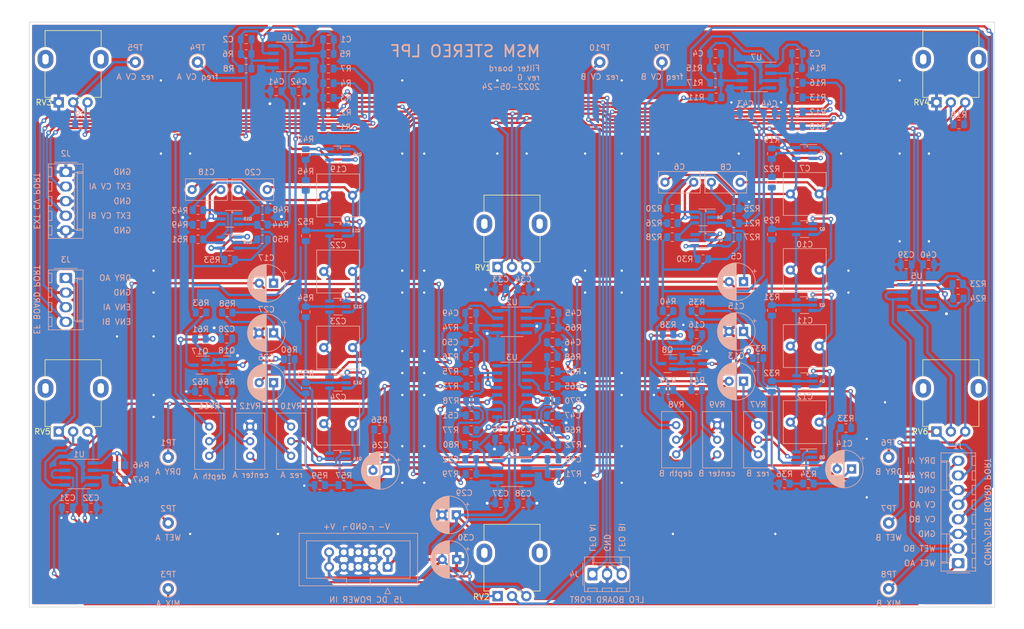
<source format=kicad_pcb>
(kicad_pcb (version 20221018) (generator pcbnew)
  (title_block (title "MSM Stereo LPF filter board") (date "2022-06-16") (rev "0") (comment 1 "creativecommons.org/licenses/by/4.0/") (comment 2 "License: CC by 4.0") (comment 3 "Drawn by: Jordan Aceto"))
  (layers (0 "F.Cu" signal) (31 "B.Cu" signal) (34 "B.Paste" user) (35 "F.Paste" user) (36 "B.SilkS" user "B.Silkscreen") (37 "F.SilkS" user "F.Silkscreen") (38 "B.Mask" user) (39 "F.Mask" user) (44 "Edge.Cuts" user))
  (net 0 "")
  (net 1 "Net-(U6A--)")
  (net 2 "Net-(C1-Pad2)")
  (net 3 "Net-(U6B--)")
  (net 4 "/CV_OUT_A")
  (net 5 "Net-(U7A--)")
  (net 6 "Net-(C3-Pad2)")
  (net 7 "Net-(U7B--)")
  (net 8 "/CV_OUT_B")
  (net 9 "Net-(Q6B-C)")
  (net 10 "/lowpass_filter_B/feedback_VCA/WET_IN")
  (net 11 "Net-(Q1B-E)")
  (net 12 "Net-(Q6B-B)")
  (net 13 "Net-(Q1A-E)")
  (net 14 "Net-(Q6A-B)")
  (net 15 "GND")
  (net 16 "Net-(Q2B-E)")
  (net 17 "Net-(Q2A-E)")
  (net 18 "Net-(Q3A-E)")
  (net 19 "Net-(Q3B-E)")
  (net 20 "Net-(Q4B-E)")
  (net 21 "Net-(Q4A-E)")
  (net 22 "Net-(C13-Pad1)")
  (net 23 "/lowpass_filter_B/feedback_VCA/SIGNAL_OUT")
  (net 24 "Net-(Q5A-B)")
  (net 25 "Net-(C14-Pad2)")
  (net 26 "Net-(C15-Pad1)")
  (net 27 "Net-(Q8-B)")
  (net 28 "Net-(Q15B-C)")
  (net 29 "/lowpass_filter_A/feedback_VCA/WET_IN")
  (net 30 "Net-(Q10B-E)")
  (net 31 "Net-(Q15B-B)")
  (net 32 "Net-(Q10A-E)")
  (net 33 "Net-(Q15A-B)")
  (net 34 "Net-(Q11B-E)")
  (net 35 "Net-(Q11A-E)")
  (net 36 "Net-(Q12A-E)")
  (net 37 "Net-(Q12B-E)")
  (net 38 "Net-(Q13B-E)")
  (net 39 "Net-(Q13A-E)")
  (net 40 "Net-(C25-Pad1)")
  (net 41 "/lowpass_filter_A/feedback_VCA/SIGNAL_OUT")
  (net 42 "Net-(Q14A-B)")
  (net 43 "Net-(C26-Pad2)")
  (net 44 "Net-(C27-Pad1)")
  (net 45 "Net-(Q17-B)")
  (net 46 "+15V")
  (net 47 "-15V")
  (net 48 "Net-(U2A--)")
  (net 49 "Net-(C46-Pad1)")
  (net 50 "Net-(C47-Pad1)")
  (net 51 "Net-(C48-Pad1)")
  (net 52 "Net-(U4A--)")
  (net 53 "Net-(U2B--)")
  (net 54 "Net-(C50-Pad1)")
  (net 55 "Net-(C51-Pad1)")
  (net 56 "Net-(C52-Pad1)")
  (net 57 "Net-(U4B--)")
  (net 58 "/IN_A")
  (net 59 "/IN_B")
  (net 60 "/OUT_B")
  (net 61 "/OUT_A")
  (net 62 "Net-(Q1A-B)")
  (net 63 "Net-(Q2A-B)")
  (net 64 "/LFO_A_IN")
  (net 65 "/ENV_A_IN")
  (net 66 "/EXT_CV_A_IN")
  (net 67 "/LFO_B_IN")
  (net 68 "Net-(Q3A-B)")
  (net 69 "Net-(Q4A-B)")
  (net 70 "Net-(Q5A-E)")
  (net 71 "Net-(Q5B-B)")
  (net 72 "Net-(Q6A-E)")
  (net 73 "/ENV_B_IN")
  (net 74 "/cv_generators/MANUAL_FREQ")
  (net 75 "/cv_generators/SEPARATION")
  (net 76 "/cv_generators/FEEDBACK_CV_OUT_A")
  (net 77 "/cv_generators/FEEDBACK_CV_OUT_B")
  (net 78 "Net-(Q6B-E)")
  (net 79 "Net-(Q6A-C)")
  (net 80 "Net-(Q7A-E)")
  (net 81 "Net-(Q8-E)")
  (net 82 "/lowpass_filter_B/LP_OUT")
  (net 83 "Net-(Q8-C)")
  (net 84 "Net-(Q9-C)")
  (net 85 "Net-(Q10A-B)")
  (net 86 "Net-(Q11A-B)")
  (net 87 "Net-(Q12A-B)")
  (net 88 "Net-(R35-Pad1)")
  (net 89 "Net-(Q13A-B)")
  (net 90 "Net-(R38-Pad1)")
  (net 91 "Net-(R39-Pad1)")
  (net 92 "Net-(R41-Pad1)")
  (net 93 "Net-(Q14A-E)")
  (net 94 "Net-(Q14B-B)")
  (net 95 "/EXT_CV_B_IN")
  (net 96 "Net-(Q15A-E)")
  (net 97 "/lowpass_filter_A/LP_OUT")
  (net 98 "Net-(Q15B-E)")
  (net 99 "Net-(Q15A-C)")
  (net 100 "Net-(Q16A-E)")
  (net 101 "Net-(Q17-E)")
  (net 102 "Net-(Q17-C)")
  (net 103 "Net-(R58-Pad1)")
  (net 104 "Net-(Q18-C)")
  (net 105 "Net-(R61-Pad1)")
  (net 106 "Net-(R62-Pad1)")
  (net 107 "Net-(R64-Pad1)")
  (net 108 "Net-(R65-Pad1)")
  (net 109 "Net-(R69-Pad1)")
  (net 110 "Net-(R72-Pad1)")
  (net 111 "Net-(R73-Pad1)")
  (net 112 "Net-(R77-Pad1)")
  (net 113 "Net-(R80-Pad1)")
  (net 114 "Net-(U5A--)")
  (net 115 "Net-(U1A--)")
  (net 116 "Net-(U1B-+)")
  (net 117 "Net-(U5B-+)")
  (footprint "Potentiometer_THT:Potentiometer_Alpha_RD901F-40-00D_Single_Vertical" (layer "F.Cu") (at 66.08 115.57 90)
    (fp_text reference "RV5")
    (fp_text value "100k")
  )
  (footprint "Potentiometer_THT:Potentiometer_Alpha_RD901F-40-00D_Single_Vertical" (layer "F.Cu") (at 66.08 58.42 90)
    (fp_text reference "RV3")
    (fp_text value "100k")
  )
  (footprint "Potentiometer_THT:Potentiometer_Alpha_RD901F-40-00D_Single_Vertical" (layer "F.Cu") (at 142.28 86.995 90)
    (fp_text reference "RV1")
    (fp_text value "100k")
  )
  (footprint "Potentiometer_THT:Potentiometer_Alpha_RD901F-40-00D_Single_Vertical" (layer "F.Cu") (at 142.28 144.145 90)
    (fp_text reference "RV2")
    (fp_text value "100k_C.D.")
  )
  (footprint "Potentiometer_THT:Potentiometer_Alpha_RD901F-40-00D_Single_Vertical" (layer "F.Cu") (at 218.48 58.42 90)
    (fp_text reference "RV4")
    (fp_text value "100k")
  )
  (footprint "Potentiometer_THT:Potentiometer_Alpha_RD901F-40-00D_Single_Vertical" (layer "F.Cu") (at 218.48 115.57 90)
    (fp_text reference "RV6")
    (fp_text value "100k")
  )
  (footprint "Capacitor_SMD:C_0805_2012Metric" (layer "B.Cu") (at 95.2481 99.4664 180)
    (fp_text reference "C28")
    (fp_text value "100p")
  )
  (footprint "custom_footprints:SOT457" (layer "B.Cu") (at 114.5521 80.6704 -90)
    (fp_text reference "Q11")
    (fp_text value "BCM847" hide)
  )
  (footprint "custom_footprints:SOT457" (layer "B.Cu") (at 177.9524 82.3195 -90)
    (fp_text reference "Q7")
    (fp_text value "BCM847" hide)
  )
  (footprint "Resistor_SMD:R_0805_2012Metric" (layer "B.Cu") (at 121.7676 115.2144 180)
    (fp_text reference "R56")
    (fp_text value "120k")
  )
  (footprint "Resistor_SMD:R_0805_2012Metric" (layer "B.Cu") (at 189.8904 94.535 -90)
    (fp_text reference "R31")
    (fp_text value "150")
  )
  (footprint "Capacitor_THT:C_Rect_L7.2mm_W7.2mm_P5.00mm_FKS2_FKP2_MKS2_MKP2" (layer "B.Cu") (at 198.1054 74.3185 180)
    (fp_text reference "C7")
    (fp_text value "22n 2.5%")
  )
  (footprint "Capacitor_SMD:C_0805_2012Metric" (layer "B.Cu") (at 213.2228 86.5632 180)
    (fp_text reference "C39")
    (fp_text value "100n")
  )
  (footprint "custom_footprints:SOT457" (layer "B.Cu") (at 95.7561 78.6384 -90)
    (fp_text reference "Q15")
    (fp_text value "BCM847" hide)
  )
  (footprint "Capacitor_THT:C_Rect_L7.0mm_W3.5mm_P5.00mm" (layer "B.Cu") (at 171.3414 72.2865)
    (fp_text reference "C6")
    (fp_text value "470n")
  )
  (footprint "Capacitor_SMD:C_0805_2012Metric" (layer "B.Cu") (at 151.7885 100.076)
    (fp_text reference "C46")
    (fp_text value "1n2")
  )
  (footprint "Resistor_SMD:R_0805_2012Metric" (layer "B.Cu") (at 176.8494 94.6385)
    (fp_text reference "R35")
    (fp_text value "330")
  )
  (footprint "Capacitor_SMD:C_0805_2012Metric" (layer "B.Cu") (at 112.903 47.4726)
    (fp_text reference "C1")
    (fp_text value "1n2")
  )
  (footprint "Resistor_SMD:R_0805_2012Metric" (layer "B.Cu") (at 95.2481 108.6104 180)
    (fp_text reference "R64")
    (fp_text value "1M")
  )
  (footprint "custom_footprints:SOT457" (layer "B.Cu") (at 195.5654 93.6225 -90)
    (fp_text reference "Q3")
    (fp_text value "BCM847" hide)
  )
  (footprint "Capacitor_SMD:C_0805_2012Metric" (layer "B.Cu") (at 107.757 56.4896 180)
    (fp_text reference "C42")
    (fp_text value "100n")
  )
  (footprint "Capacitor_THT:CP_Radial_D6.3mm_P2.50mm" (layer "B.Cu") (at 103.3761 98.4504 180)
    (fp_text reference "C27")
    (fp_text value "220u")
  )
  (footprint "Resistor_SMD:R_0805_2012Metric" (layer "B.Cu") (at 151.7885 105.156)
    (fp_text reference "R67")
    (fp_text value "33k")
  )
  (footprint "Resistor_SMD:R_0805_2012Metric" (layer "B.Cu") (at 189.8904 67.31 -90)
    (fp_text reference "R19")
    (fp_text value "220")
  )
  (footprint "Resistor_SMD:R_0805_2012Metric" (layer "B.Cu") (at 137.668 105.156 180)
    (fp_text reference "R75")
    (fp_text value "33k")
  )
  (footprint "Capacitor_SMD:C_0805_2012Metric" (layer "B.Cu") (at 142.814 90.805 180)
    (fp_text reference "C33")
    (fp_text value "100n")
  )
  (footprint "Capacitor_THT:C_Rect_L7.0mm_W3.5mm_P5.00mm" (layer "B.Cu") (at 184.404 72.2884 180)
    (fp_text reference "C8")
    (fp_text value "470n")
  )
  (footprint "Resistor_SMD:R_0805_2012Metric" (layer "B.Cu") (at 151.892 122.936)
    (fp_text reference "R71")
    (fp_text value "680k")
  )
  (footprint "Package_TO_SOT_SMD:SOT-23" (layer "B.Cu") (at 90.5976 104.0384 180)
    (fp_text reference "Q17")
    (fp_text value "MMBT3906")
  )
  (footprint "Potentiometer_THT:Potentiometer_Bourns_3296W_Vertical" (layer "B.Cu") (at 106.4241 119.7864 -90)
    (fp_text reference "RV10")
    (fp_text value "10k")
  )
  (footprint "Capacitor_SMD:C_0805_2012Metric" (layer "B.Cu") (at 151.892 120.396 180)
    (fp_text reference "C48")
    (fp_text value "100p")
  )
  (footprint "Connector_Molex:Molex_KK-254_AE-6410-04A_1x04_P2.54mm_Vertical" (layer "B.Cu") (at 67.31 88.9 -90)
    (fp_text reference "J3")
    (fp_text value "env_board_port")
  )
  (footprint "TestPoint:TestPoint_Keystone_5000-5004_Miniature" (layer "B.Cu") (at 90.17 51.435 180)
    (fp_text reference "TP4")
    (fp_text value "freq_CV_A")
  )
  (footprint "Resistor_SMD:R_0805_2012Metric" (layer "B.Cu") (at 137.5175 117.856)
    (fp_text reference "R80")
    (fp_text value "4k7")
  )
  (footprint "Resistor_SMD:R_0805_2012Metric" (layer "B.Cu") (at 101.4476 77.1144)
    (fp_text reference "R48")
    (fp_text value "47k")
  )
  (footprint "Capacitor_SMD:C_0805_2012Metric" (layer "B.Cu") (at 146.746 128.016 180)
    (fp_text reference "C38")
    (fp_text value "100n")
  )
  (footprint "Resistor_SMD:R_0805_2012Metric" (layer "B.Cu") (at 90.6761 108.6104 180)
    (fp_text reference "R62")
    (fp_text value "220")
  )
  (footprint "Capacitor_SMD:C_0805_2012Metric" (layer "B.Cu") (at 71.689 128.778 180)
    (fp_text reference "C32")
    (fp_text value "100n")
  )
  (footprint "custom_footprints:SOT457" (layer "B.Cu") (at 114.5521 120.2944 -90)
    (fp_text reference "Q14")
    (fp_text value "BCM847" hide)
  )
  (footprint "Resistor_SMD:R_0805_2012Metric" (layer "B.Cu") (at 172.6184 81.8115 180)
    (fp_text reference "R28")
    (fp_text value "270k")
  )
  (footprint "Resistor_SMD:R_0805_2012Metric" (layer "B.Cu") (at 151.892 117.856 180)
    (fp_text reference "R72")
    (fp_text value "4k7")
  )
  (footprint "Package_SO:SO-16_3.9x9.9mm_P1.27mm" (layer "B.Cu") (at 144.78 108.585 180)
    (fp_text reference "U3")
    (fp_text value "SSI2164")
  )
  (footprint "Potentiometer_THT:Potentiometer_Bourns_3296W_Vertical" (layer "B.Cu") (at 180.4054 119.5405 -90)
    (fp_text reference "RV9")
    (fp_text value "10k")
  )
  (footprint "Resistor_SMD:R_0805_2012Metric" (layer "B.Cu") (at 183.2864 76.8585)
    (fp_text reference "R25")
    (fp_text value "47k")
  )
  (footprint "TestPoint:TestPoint_Keystone_5000-5004_Miniature" (layer "B.Cu") (at 170.815 51.435 180)
    (fp_text reference "TP9")
    (fp_text value "freq_CV_B")
  )
  (footprint "Package_SO:SOIC-8_3.9x4.9mm_P1.27mm" (layer "B.Cu") (at 144.78 122.555 180)
    (fp_text reference "U4")
    (fp_text value "TL072")
  )
  (footprint "Resistor_SMD:R_0805_2012Metric" (layer "B.Cu") (at 183.2864 79.3985 180)
    (fp_text reference "R21")
    (fp_text value "1k2")
  )
  (footprint "custom_footprints:SOT457" (layer "B.Cu") (at 114.5521 107.0864 -90)
    (fp_text reference "Q13")
    (fp_text value "BCM847" hide)
  )
  (footprint "Capacitor_SMD:C_0805_2012Metric" (layer "B.Cu") (at 176.8494 98.7025 180)
    (fp_text reference "C16")
    (fp_text value "100p")
  )
  (footprint "Potentiometer_THT:Potentiometer_Bourns_3296W_Vertical" (layer "B.Cu") (at 173.2934 119.5305 -90)
    (fp_text reference "RV8")
    (fp_text value "10k")
  )
  (footprint "custom_footprints:SOT457" (layer "B.Cu") (at 195.6454 106.8305 -90)
    (fp_text reference "Q4")
    (fp_text value "BCM847" hide)
  )
  (footprint "Resistor_SMD:R_0805_2012Metric" (layer "B.Cu") (at 98.618 50.0126 180)
    (fp_text reference "R6")
    (fp_text value "3k9")
  )
  (footprint "Package_SO:SOIC-8_3.9x4.9mm_P1.27mm" (layer "B.Cu") (at 105.791 50.5206 180)
    (fp_text reference "U6")
    (fp_text value "TL072")
  )
  (footprint "Resistor_SMD:R_0805_2012Metric" (layer "B.Cu") (at 115.5681 124.8664 180)
    (fp_text reference "R57")
    (fp_text value "470")
  )
  (footprint "Resistor_SMD:R_0805_2012Metric" (layer "B.Cu") (at 189.8904 72.2865 -90)
    (fp_text reference "R22")
    (fp_text value "150")
  )
  (footprint "Resistor_SMD:R_0805_2012Metric" (layer "B.Cu") (at 189.8904 81.327 -90)
    (fp_text reference "R29")
    (fp_text value "150")
  )
  (footprint "Capacitor_THT:C_Rect_L7.2mm_W7.2mm_P5.00mm_FKS2_FKP2_MKS2_MKP2" (layer "B.Cu") (at 193.1054 87.5265)
    (fp_text reference "C10")
    (fp_text value "22n 2.5%")
  )
  (footprint "Capacitor_SMD:C_0805_2012Metric" (layer "B.Cu") (at 151.7885 112.776)
    (fp_text reference "C47")
    (fp_text value "1n2")
  )
  (footprint "TestPoint:TestPoint_Keystone_5000-5004_Miniature" (layer "B.Cu") (at 210.185 142.875 180)
    (fp_text reference "TP8")
    (fp_text value "mix_B")
  )
  (footprint "Resistor_SMD:R_0805_2012Metric" (layer "B.Cu") (at 187.5009 102.8192 180)
    (fp_text reference "R37")
    (fp_text value "680")
  )
  (footprint "Resistor_SMD:R_0805_2012Metric" (layer "B.Cu") (at 151.7885 107.696)
    (fp_text reference "R65")
    (fp_text value "120k")
  )
  (footprint "Resistor_SMD:R_0805_2012Metric" (layer "B.Cu") (at 112.903 55.0926 180)
    (fp_text reference "R4")
    (fp_text value "100k")
  )
  (footprint "Capacitor_SMD:C_0805_2012Metric" (layer "B.Cu") (at 67.564 128.778 180)
    (fp_text reference "C31")
    (fp_text value "100n")
  )
  (footprint "Capacitor_SMD:C_0805_2012Metric" (layer "B.Cu") (at 146.746 90.805 180)
    (fp_text reference "C34")
    (fp_text value "100n")
  )
  (footprint "Resistor_SMD:R_0805_2012Metric" (layer "B.Cu") (at 151.7885 102.616)
    (fp_text reference "R68")
    (fp_text value "220")
  )
  (footprint "custom_footprints:SOT457" (layer "B.Cu") (at 114.5521 67.4624 -90)
    (fp_text reference "Q10")
    (fp_text value "BCM847" hide)
  )
  (footprint "TestPoint:TestPoint_Keystone_5000-5004_Miniature" (layer "B.Cu") (at 160.02 51.435 180)
    (fp_text reference "TP10")
    (fp_text value "fb_CV_B")
  )
  (footprint "Resistor_SMD:R_0805_2012Metric" (layer "B.Cu") (at 222.3789 62.23 180)
    (fp_text reference "R18")
    (fp_text value "Rt")
  )
  (footprint "Resistor_SMD:R_0805_2012Metric" (layer "B.Cu") (at 95.3516 94.8944)
    (fp_text reference "R58")
    (fp_text value "330")
  )
  (footprint "Resistor_SMD:R_0805_2012Metric" (layer "B.Cu") (at 76.708 121.412)
    (fp_text reference "R46")
    (fp_text value "270k")
  )
  (footprint "Resistor_SMD:R_0805_2012Metric" (layer "B.Cu") (at 108.9641 72.8434 -90)
    (fp_text reference "R45")
    (fp_text value "150")
  )
  (footprint "Resistor_SMD:R_0805_2012Metric" (layer "B.Cu") (at 151.7885 115.316)
    (fp_text reference "R69")
    (fp_text value "330k")
  )
  (footprint "Resistor_SMD:R_0805_2012Metric" (layer "B.Cu") (at 196.2569 124.6105 180)
    (fp_text reference "R34")
    (fp_text value "470")
  )
  (footprint "Capacitor_SMD:C_0805_2012Metric" (layer "B.Cu") (at 180.1114 49.9345 180)
    (fp_text reference "C4")
    (fp_text value "1n2")
  )
  (footprint "Resistor_SMD:R_0805_2012Metric" (layer "B.Cu") (at 171.8729 108.3545 180)
    (fp_text reference "R39")
    (fp_text value "220")
  )
  (footprint "Package_TO_SOT_SMD:SOT-23" (layer "B.Cu") (at 176.8494 103.7825)
    (fp_text reference "Q9")
    (fp_text value "MMBT3904")
  )
  (footprint "Capacitor_SMD:C_0805_2012Metric" (layer "B.Cu") (at 137.602 120.396)
    (fp_text reference "C52")
    (fp_text value "100p")
  )
  (footprint "Resistor_SMD:R_0805_2012Metric" (layer "B.Cu") (at 111.4006 124.8664 180)
    (fp_text reference "R59")
    (fp_text value "220")
  )
  (footprint "Resistor_SMD:R_0805_2012Metric" (layer "B.Cu") (at 151.892 97.536 180)
    (fp_text reference "R66")
    (fp_text value "33k")
  )
  (footprint "Capacitor_SMD:C_0805_2012Metric" (layer "B.Cu") (at 185.3194 60.3485 180)
    (fp_text reference "C43")
    (fp_text value "100n")
  )
  (footprint "Capacitor_THT:C_Rect_L7.0mm_W3.5mm_P5.00mm" (layer "B.Cu") (at 89.2321 73.5584)
    (fp_text reference "C18")
    (fp_text value "470n")
  )
  (footprint "Connector_Molex:Molex_KK-254_AE-6410-08A_1x08_P2.54mm_Vertical" (layer "B.Cu") (at 222.25 138.43 90)
    (fp_text reference "J1")
    (fp_text value "comp_dist_board_port")
  )
  (footprint "Resistor_SMD:R_0805_2012Metric" (layer "B.Cu") (at 189.8904 107.743 -90)
    (fp_text reference "R32")
    (fp_text value "150")
  )
  (footprint "Capacitor_THT:C_Rect_L7.2mm_W7.2mm_P5.00mm_FKS2_FKP2_MKS2_MKP2" (layer "B.Cu") (at 112.0921 87.7824)
    (fp_text reference "C22")
    (fp_text value "22n 2.5%")
  )
  (footprint "Package_SO:SOIC-8_3.9x4.9mm_P1.27mm" (layer "B.Cu") (at 215.0599 91.9734 180)
    (fp_text reference "U5")
    (fp_text value "TL072")
  )
  (footprint "Capacitor_SMD:C_0805_2012Metric" (layer "B.Cu") (at 142.814 128.016 180)
    (fp_text reference "C37")
    (fp_text value "100n")
  )
  (footprint "Resistor_SMD:R_0805_2012Metric" (layer "B.Cu") (at 112.903 60.1726 180)
    (fp_text reference "R2")
    (fp_text value "680k")
  )
  (footprint "Resistor_SMD:R_0805_2012Metric" (layer "B.Cu") (at 69.85 62.103 180)
    (fp_text reference "R9")
    (fp_text value "Rt")
  )
  (footprint "Resistor_SMD:R_0805_2012Metric" (layer "B.Cu") (at 137.734 110.236 180)
    (fp_text reference "R78")
    (fp_text value "220")
  )
  (footprint "Resistor_SMD:R_0805_2012Metric" (layer "B.Cu") (at 112.903 57.6326 180)
    (fp_text reference "R3")
    (fp_text value "100k")
  )
  (footprint "Resistor_SMD:R_0805_2012Metric" (layer "B.Cu") (at 108.9641 94.7909 -90)
    (fp_text reference "R54")
    (fp_text value "150")
  )
  (footprint "TestPoint:TestPoint_Keystone_5000-5004_Miniature" (layer "B.Cu") (at 85.09 131.445 180)
    (fp_text reference "TP2")
    (fp_text value "wet_A")
  )
  (footprint "Capacitor_SMD:C_0805_2012Metric" (layer "B.Cu") (at 142.814 116.84 180)
    (fp_text reference "C35")
    (fp_text value "100n")
  )
  (footprint "Resistor_SMD:R_0805_2012Metric" (layer "B.Cu") (at 98.618 52.5526)
    (fp_text reference "R8")
    (fp_text value "100k")
  )
  (footprint "Resistor_SMD:R_0805_2012Metric" (layer "B.Cu") (at 112.903 52.5526 180)
    (fp_text reference "R7")
    (fp_text value "100k")
  )
  (footprint "Resistor_SMD:R_0805_2012Metric" (layer "B.Cu") (at 112.903 62.7126 180)
    (fp_text reference "R1")
    (fp_text value "330k")
  )
  (footprint "TestPoint:TestPoint_Keystone_5000-5004_Miniature" (layer "B.Cu") (at 79.375 51.435 180)
    (fp_text reference "TP5")
    (fp_text value "fb_CV_A")
  )
  (footprint "TestPoint:TestPoint_Keystone_5000-5004_Miniature" (layer "B.Cu") (at 210.185 120.015 180)
    (fp_text reference "TP6")
    (fp_text value "dry_B")
  )
  (footprint "Resistor_SMD:R_0805_2012Metric" (layer "B.Cu") (at 194.3354 55.0145 180)
    (fp_text reference "R16")
    (fp_text value "100k")
  )
  (footprint "Capacitor_SMD:C_0805_2012Metric" (layer "B.Cu") (at 137.602 94.996)
    (fp_text reference "C49")
    (fp_text value "100p")
  )
  (footprint "Connector_IDC:IDC-Header_2x05_P2.54mm_Vertical" (layer "B.Cu") (at 123.19 139.065 90)
    (fp_text reference "J5")
    (fp_text value "power_entry")
  )
  (footprint "custom_footprints:SOT457" (layer "B.Cu") (at 195.5654 120.0385 -90)
    (fp_text reference "Q5")
    (fp_text value "BCM847" hide)
  )
  (footprint "Resistor_SMD:R_0805_2012Metric" (layer "B.Cu") (at 108.9641 67.4624 -90)
    (fp_text reference "R42")
    (fp_text value "220")
  )
  (footprint "Resistor_SMD:R_0805_2012Metric" (layer "B.Cu") (at 172.6184 79.3985 180)
    (fp_text reference "R26")
    (fp_text value "47k")
  )
  (footprint "Resistor_SMD:R_0805_2012Metric" (layer "B.Cu") (at 137.668 122.936 180)
    (fp_text reference "R79")
    (fp_text value "680k")
  )
  (footprint "Resistor_SMD:R_0805_2012Metric" (layer "B.Cu") (at 101.4476 79.6544 180)
    (fp_text reference "R44")
    (fp_text value "1k2")
  )
  (footprint "Capacitor_THT:CP_Radial_D6.3mm_P2.50mm" (layer "B.Cu") (at 184.9774 98.1945 180)
    (fp_text reference "C15")
    (fp_text value "220u")
  )
  (footprint "Resistor_SMD:R_0805_2012Metric" (layer "B.Cu") (at 106.1231 103.0224 180)
    (fp_text reference "R60")
    (fp_text value "680")
  )
  (footprint "Package_SO:SOIC-8_3.9x4.9mm_P1.27mm" (layer "B.Cu") (at 187.2234 53.9985 180)
    (fp_text reference "U7")
    (fp_text value "TL072")
  )
  (footprint "custom_footprints:SOT457" (layer "B.Cu") (at 195.5654 67.2065 -90)
    (fp_text reference "Q1")
    (fp_text value "BCM847" hide)
  )
  (footprint "Resistor_SMD:R_0805_2012Metric" (layer "B.Cu") (at 171.8729 94.6385 180)
    (fp_text reference "R40")
    (fp_text value "470")
  )
  (footprint "Resistor_SMD:R_0805_2012Metric" (layer "B.Cu") (at 137.668 115.316 180)
    (fp_text reference "R77")
    (fp_text value "330k")
  )
  (footprint "Capacitor_THT:C_Rect_L7.2mm_W7.2mm_P5.00mm_FKS2_FKP2_MKS2_MKP2" (layer "B.Cu") (at 193.1054 113.9425)
    (fp_text reference "C12")
    (fp_text value "22n 2.5%")
  )
  (footprint "Capacitor_THT:CP_Radial_D6.3mm_P2.50mm" (layer "B.Cu") (at 184.9774 106.8305 180)
    (fp_text reference "C13")
    (fp_text value "10u")
  )
  (footprint "Resistor_SMD:R_0805_2012Metric" (layer "B.Cu") (at 194.2319 52.4745)
    (fp_text reference "R14")
    (fp_text value "100k")
  )
  (footprint "Resistor_SMD:R_0805_2012Metric" (layer "B.Cu") (at 222.1719 89.9414)
    (fp_text reference "R23")
    (fp_text value "270k")
  )
  (footprint "Capacitor_THT:CP_Radial_D6.3mm_P2.50mm" (layer "B.Cu") (at 103.3761 107.0864 180)
    (fp_text reference "C25")
    (fp_text value "10u")
  )
  (footprint "Resistor_SMD:R_0805_2012Metric" (layer "B.Cu") (at 177.9524 85.6215)
    (fp_text reference "R30")
    (fp_text value "1k2")
  )
  (footprint "Resistor_SMD:R_0805_2012Metric" (layer "B.Cu") (at 180.2149 57.5545)
    (fp_text reference "R11")
    (fp_text value "680k")
  )
  (footprint "Resistor_SMD:R_0805_2012Metric" (layer "B.Cu") (at 112.903 50.0126)
    (fp_text reference "R5")
    (fp_text value "100k")
  )
  (footprint "Capacitor_THT:CP_Radial_D6.3mm_P2.50mm" (layer "B.Cu") (at 184.9774 89.5585 180)
    (fp_text reference "C5")
    (fp_text value "10u")
  )
  (footprint "custom_footprints:SOT457" (layer "B.Cu") (at 114.5521 93.8784 -90)
    (fp_text reference "Q12")
    (fp_text value "BCM847" hide)
  )
  (footprint "Package_TO_SOT_SMD:SOT-23" (layer "B.Cu") (at 171.7694 103.7825 180)
    (fp_text reference "Q8")
    (fp_text value "MMBT3906")
  )
  (footprint "Resistor_SMD:R_0805_2012Metric" (layer "B.Cu") (at 194.3354 60.0945 180)
    (fp_text reference "R12")
    (fp_text value "100k")
  )
  (footprint "Capacitor_SMD:C_0805_2012Metric" (layer "B.Cu") (at 137.734 112.776 180)
    (fp_text reference "C51")
    (fp_text value "1n2")
  )
  (footprint "Capacitor_SMD:C_0805_2012Metric" (layer "B.Cu") (at 151.892 94.996 180)
    (fp_text reference "C45")
    (fp_text value "100p")
  )
  (footprint "custom_footprints:SOT457" (layer "B.Cu") (at 195.5654 80.4145 -90)
    (fp_text reference "Q2")
    (fp_text value "BCM847" hide)
  )
  (footprint "Package_SO:SOIC-8_3.9x4.9mm_P1.27mm" (layer "B.Cu") (at 144.78 96.52 180)
    (fp_text reference "U2")
    (fp_text value "TL072")
  )
  (footprint "Capacitor_SMD:C_0805_2012Metric" (layer "B.Cu") (at 194.3354 49.9345)
    (fp_text reference "C3")
    (fp_text value "1n2")
  )
  (footprint "Resistor_SMD:R_0805_2012Metric" (layer "B.Cu") (at 90.2716 77.1144)
    (fp_text reference "R43")
    (fp_text value "1k2")
  )
  (footprint "Capacitor_THT:CP_Radial_D6.3mm_P2.50mm" (layer "B.Cu") (at 135.16738 137.795 180)
    (fp_text reference "C30")
    (fp_text value "10u")
  )
  (footprint "Resistor_SMD:R_0805_2012Metric" (layer "B.Cu") (at 137.668 97.536)
    (fp_text reference "R74")
    (fp_text value "33k")
  )
  (footprint "Capacitor_THT:C_Rect_L7.2mm_W7.2mm_P5.00mm_FKS2_FKP2_MKS2_MKP2" (layer "B.Cu") (at 198.1054 100.7345 180)
    (fp_text reference "C11")
    (fp_text value "22n 2.5%")
  )
  (footprint "Resistor_SMD:R_0805_2012Metric" (layer "B.Cu") (at 176.8494 108.3545 180)
    (fp_text reference "R41")
    (fp_text value "1M")
  )
  (footprint "Potentiometer_THT:Potentiometer_Bourns_3296W_Vertical" (layer "B.Cu") (at 99.3121 119.7864 -90)
    (fp_text reference "RV12")
    (fp_text value "10k")
  )
  (footprint "Resistor_SMD:R_0805_2012Metric" (layer "B.Cu") (at 194.3354 57.5545 180)
    (fp_text reference "R13")
    (fp_text value "100k")
  )
  (footprint "Resistor_SMD:R_0805_2012Metric" (layer "B.Cu") (at 95.7561 85.7504)
    (fp_text reference "R53")
    (fp_text value "1k2")
  )
  (footprint "Resistor_SMD:R_0805_2012Metric" (layer "B.Cu") (at 151.7885 110.236)
    (fp_text reference "R70")
    (fp_text value "220")
  )
  (footprint "Capacitor_THT:C_Rect_L7.2mm_W7.2mm_P5.00mm_FKS2_FKP2_MKS2_MKP2" (layer "B.Cu") (at 112.0921 114.1984)
    (fp_text reference "C24")
    (fp_text value "22n 2.5%")
  )
  (footprint "Resistor_SMD:R_0805_2012Metric" (layer "B.Cu") (at 90.7796 94.8944 180)
    (fp_text reference "R63")
    (fp_text value "470")
  )
  (footprint "Resistor_SMD:R_0805_2012Metric" (layer "B.Cu") (at 108.9641 107.9989 -90)
    (fp_text reference "R55")
    (fp_text value "150")
  )
  (footprint "Package_SO:SOIC-8_3.9x4.9mm_P1.27mm" (layer "B.Cu") (at 69.596 122.936 180)
    (fp_text reference "U1")
    (fp_text value "TL072")
  )
  (footprint "Resistor_SMD:R_0805_2012Metric" (layer "B.Cu") (at 171.8729 98.7025 180)
    (fp_text reference "R38")
    (fp_text value "100k")
  )
  (footprint "Capacitor_THT:CP_Radial_D6.3mm_P2.50mm" (layer "B.Cu") (at 203.7334 122.0705 180)
    (fp_text reference "C14")
    (fp_text value "10u")
  )
  (footprint "Capacitor_SMD:C_0805_2012Metric" (layer "B.Cu") (at 189.4444 60.3485 180)
    (fp_text reference "C44")
    (fp_text value "100n")
  )
  (footprint "Resistor_SMD:R_0805_2012Metric" (layer "B.Cu") (at 180.0079 52.4745 180)
    (fp_text reference "R15")
    (fp_text value "3k9")
  )
  (footprint "Resistor_SMD:R_0805_2012Metric" (layer "B.Cu") (at 180.1114 55.0145)
    (fp_text reference "R17")
    (fp_text value "100k")
  )
  (footprint "Resistor_SMD:R_0805_2012Metric" (layer "B.Cu") (at 137.7715 107.696 180)
    (fp_text reference "R73")
    (fp_text value "120k")
  )
  (footprint "Capacitor_SMD:C_0805_2012Metric" (layer "B.Cu") (at 217.104 86.5632 180)
    (fp_text reference "C40")
    (fp_text value "100n")
  )
  (footprint "Resistor_SMD:R_0805_2012Metric" (layer "B.Cu") (at 90.2716 79.6544 180)
    (fp_text reference "R49")
    (fp_text value "47k")
  )
  (footprint "Capacitor_THT:C_Rect_L7.2mm_W7.2mm_P5.00mm_FKS2_FKP2_MKS2_MKP2" (layer "B.Cu") (at 117.0921 100.9904 180)
    (fp_text reference "C23")
    (fp_text value "22n 2.5%")
  )
  (footprint "Potentiometer_THT:Potentiometer_Bourns_3296W_Vertical" (layer "B.Cu") (at 92.2001 119.7864 -90)
    (fp_text reference "RV11")
    (fp_text value "10k")
  )
  (footprint "TestPoint:TestPoint_Keystone_5000-5004_Miniature" (layer "B.Cu") (at 85.09 120.015 180)
    (fp_text reference "TP1")
    (fp_text value "dry_A")
  )
  (footprint "Potentiometer_THT:Potentiometer_Bourns_3296W_Vertical" (layer "B.Cu") (at 187.5174 119.5305 -90)
    (fp_text reference "RV7")
    (fp_text value "10k")
  )
  (footprint "Resistor_SMD:R_0805_2012Metric" (layer "B.Cu") (at 101.4476 82.1944)
    (fp_text reference "R50")
    (fp_text value "270k")
  )
  (footprint "Connector_Molex:Molex_KK-254_AE-6410-03A_1x03_P2.54mm_Vertical" (layer "B.Cu") (at 158.75 140.335)
    (fp_text reference "J4")
    (fp_text value "lfo_board_port")
  )
  (footprint "Capacitor_SMD:C_0805_2012Metric" (layer "B.Cu") (at 103.825 56.4896 180)
    (fp_text reference "C41")
    (fp_text value "100n")
  )
  (footprint "Capacitor_SMD:C_0805_2012Metric" (layer "B.Cu") (at 146.746 116.84 180)
    (fp_text reference "C36")
    (fp_text value "100n")
  )
  (footprint "Capacitor_SMD:C_0805_2012Metric" (layer "B.Cu") (at 137.668 100.076 180)
    (fp_text reference "C50")
    (fp_text value "1n2")
  )
  (footprint "Capacitor_THT:CP_Radial_D6.3mm_P2.50mm" (layer "B.Cu") (at 123.1481 122.3264 180)
    (fp_text reference "C26")
    (fp_text value "10u")
  )
  (footprint "TestPoint:TestPoint_Keystone_5000-5004_Miniature" (layer "B.Cu") (at 210.185 131.445 180)
    (fp_text reference "TP7")
    (fp_text value "wet_B")
  )
  (footprint "Resistor_SMD:R_0805_2012Metric" (layer "B.Cu") (at 192.0894 124.6105 180)
    (fp_text reference "R36")
    (fp_text value "220")
  )
  (footprint "Resistor_SMD:R_0805_2012Metric" (layer "B.Cu") (at 108.9641 81.5829 -90)
    (fp_text reference "R52")
    (fp_text value "150")
  )
  (footprint "Resistor_SMD:R_0805_2012Metric" (layer "B.Cu") (at 183.2864 81.8115)
    (fp_text reference "R27")
    (fp_text value "270k")
  )
  (footprint "Resistor_SMD:R_0805_2012Metric" (layer "B.Cu") (at 194.3354 62.6345 180)
    (fp_text reference "R10")
    (fp_text value "330k")
  )
  (footprint "custom_footprints:SOT457" (layer "B.Cu") (at 177.9524 78.3825 -90)
    (fp_text reference "Q6")
    (fp_text value "BCM847" hide)
  )
  (footprint "Resistor_SMD:R_0805_2012Metric" (layer "B.Cu") (at 90.2716 82.1944 180)
    (fp_text reference "R51")
    (fp_text value "270k")
  )
  (footprint "Capacitor_THT:CP_Radial_D6.3mm_P2.50mm" (layer "B.Cu") (at 135.128 130.048 180)
    (fp_text reference "C29")
    (fp_text value "10u")
  )
  (footprint "Resistor_SMD:R_0805_2012Metric" (layer "B.Cu") (at 90.6761 99.4664 180)
    (fp_text reference "R61")
    (fp_text value "100k")
  )
  (footprint "Capacitor_SMD:C_0805_2012Metric" (layer "B.Cu") (at 98.618 47.4726 180)
    (fp_text reference "C2")
    (fp_text value "1n2")
  )
  (footprint "TestPoint:TestPoint_Keystone_5000-5004_Miniature" (layer "B.Cu") (at 85.09 142.875 180)
    (fp_text reference "TP3")
    (fp_text value "mix_A")
  )
  (footprint "Resistor_SMD:R_0805_2012Metric" (layer "B.Cu") (at 222.2754 92.4814)
    (fp_text reference "R24")
    (fp_text value "100k")
  )
  (footprint "Connector_Molex:Molex_KK-254_AE-6410-05A_1x05_P2.54mm_Vertical" (layer "B.Cu") (at 67.31 70.485 -90)
    (fp_text reference "J2")
    (fp_text value "ext_cv_port")
  )
  (footprint "Resistor_SMD:R_0805_2012Metric" (layer "B.Cu") (at 137.668 102.616 180)
    (fp_text reference "R76")
    (fp_text value "220")
  )
  (footprint "Resistor_SMD:R_0805_2012Metric" (layer "B.Cu") (at 76.708 123.952)
    (fp_text reference "R47")
    (fp_text value "100k")
  )
  (footprint "custom_footprints:SOT457" (layer "B.Cu") (at 95.7031 82.7684 -90)
    (fp_text reference "Q16")
    (fp_text value "BCM847" hide)
  )
  (footprint "Capacitor_THT:C_Rect_L7.2mm_W7.2mm_P5.00mm_FKS2_FKP2_MKS2_MKP2" (layer "B.Cu") (at 117.0921 74.5744 180)
    (fp_text reference "C19")
    (fp_text value "22n 2.5%")
  )
  (footprint "Package_TO_SOT_SMD:SOT-23" (layer "B.Cu") (at 95.3266 104.0384)
    (fp_text reference "Q18")
    (fp_text value "MMBT3904")
  )
  (footprint "Capacitor_THT:C_Rect_L7.0mm_W3.5mm_P5.00mm" (layer "B.Cu") (at 102.2801 73.5584 180)
    (fp_text reference "C20")
    (fp_text value "470n")
  )
  (footprint "Capacitor_THT:CP_Radial_D6.3mm_P2.50mm" (layer "B.Cu") (at 103.3761 89.8144 180)
    (fp_text reference "C17")
    (fp_text value "10u")
  )
  (footprint "Resistor_SMD:R_0805_2012Metric" (layer "B.Cu") (at 202.7574 114.9585 180)
    (fp_text reference "R33")
    (fp_text value "120k")
  )
  (footprint "Resistor_SMD:R_0805_2012Metric" (layer "B.Cu") (at 172.6184 76.8585)
    (fp_text reference "R20")
    (fp_text value "1k2")
  )
  (gr_line (start 120.65 132.08) (end 120.65 132.715) (stroke (width 0.15)) (layer "B.SilkS"))
  (gr_line (start 116.205 132.08) (end 115.57 132.08) (stroke (width 0.15)) (layer "B.SilkS"))
  (gr_line (start 120.015 132.08) (end 120.65 132.08) (stroke (width 0.15)) (layer "B.SilkS"))
  (gr_line (start 115.57 132.08) (end 115.57 132.715) (stroke (width 0.15)) (layer "B.SilkS"))
  (gr_line (start 60.96 146.05) (end 60.96 44.45) (stroke (width 0.1)) (layer "Edge.Cuts"))
  (gr_line (start 228.6 146.05) (end 60.96 146.05) (stroke (width 0.1)) (layer "Edge.Cuts"))
  (gr_line (start 60.96 44.45) (end 228.6 44.45) (stroke (width 0.1)) (layer "Edge.Cuts"))
  (gr_line (start 228.6 44.45) (end 228.6 146.05) (stroke (width 0.1)) (layer "Edge.Cuts"))
  (gr_text "V+" (at 113.03 132.08) (layer "B.SilkS") (effects (font (size 1 1)) (justify mirror)))
  (gr_text "freq CV B" (at 170.815 53.975) (layer "B.SilkS") (effects (font (size 1 1)) (justify mirror)))
  (gr_text "GND" (at 161.29 136.525 270) (layer "B.SilkS") (effects (font (size 1 1)) (justify left mirror)))
  (gr_text "DRY AI" (at 218.44 120.65) (layer "B.SilkS") (effects (font (size 1 1)) (justify left mirror)))
  (gr_text "GND" (at 78.74 75.565) (layer "B.SilkS") (effects (font (size 1 1)) (justify left mirror)))
  (gr_text "DRY AO" (at 78.74 88.9) (layer "B.SilkS") (effects (font (size 1 1)) (justify left mirror)))
  (gr_text "depth A" (at 92.3036 123.3424) (layer "B.SilkS") (effects (font (size 1 1)) (justify mirror)))
  (gr_text "EXT CV BI" (at 78.74 78.105) (layer "B.SilkS") (effects (font (size 1 1)) (justify left mirror)))
  (gr_text "EXT CV PORT" (at 62.23 75.565 270) (layer "B.SilkS") (effects (font (size 1 1)) (justify mirror)))
  (gr_text "EF BOARD PORT" (at 62.23 92.71 270) (layer "B.SilkS") (effects (font (size 1 1)) (justify mirror)))
  (gr_text "ENV AI" (at 78.74 93.98) (layer "B.SilkS") (effects (font (size 1 1)) (justify left mirror)))
  (gr_text "LFO BOARD PORT" (at 161.29 144.78) (layer "B.SilkS") (effects (font (size 1 1)) (justify mirror)))
  (gr_text "depth B" (at 173.2534 122.8325) (layer "B.SilkS") (effects (font (size 1 1)) (justify mirror)))
  (gr_text "center A" (at 99.4156 123.0884) (layer "B.SilkS") (effects (font (size 1 1)) (justify mirror)))
  (gr_text "GND" (at 218.44 125.73) (layer "B.SilkS") (effects (font (size 1 1)) (justify left mirror)))
  (gr_text "WET A" (at 85.09 133.985) (layer "B.SilkS") (effects (font (size 1 1)) (justify mirror)))
  (gr_text "center B" (at 180.3654 122.8325) (layer "B.SilkS") (effects (font (size 1 1)) (justify mirror)))
  (gr_text "LFO BI" (at 163.83 136.525 270) (layer "B.SilkS") (effects (font (size 1 1)) (justify left mirror)))
  (gr_text "CV BO" (at 218.44 130.81) (layer "B.SilkS") (effects (font (size 1 1)) (justify left mirror)))
  (gr_text "DC POWER IN" (at 118.11 144.78) (layer "B.SilkS") (effects (font (size 1 1)) (justify mirror)))
  (gr_text "GND" (at 118.11 132.08) (layer "B.SilkS") (effects (font (size 1 1)) (justify mirror)))
  (gr_text "GND" (at 78.74 80.645) (layer "B.SilkS") (effects (font (size 1 1)) (justify left mirror)))
  (gr_text "GND" (at 78.74 70.485) (layer "B.SilkS") (effects (font (size 1 1)) (justify left mirror)))
  (gr_text "MSM STEREO LPF" (at 149.86 49.53) (layer "B.SilkS") (effects (font (size 2 2) (thickness 0.3)) (justify left mirror)))
  (gr_text "Filter board\nrev 0\n2022-05-24" (at 149.733 54.102) (layer "B.SilkS") (effects (font (size 1 1)) (justify left mirror)))
  (gr_text "GND" (at 78.74 91.44) (layer "B.SilkS") (effects (font (size 1 1)) (justify left mirror)))
  (gr_text "COMP/DIST BOARD PORT" (at 227.33 129.54 270) (layer "B.SilkS") (effects (font (size 1 1)) (justify mirror)))
  (gr_text "WET B" (at 210.185 133.985) (layer "B.SilkS") (effects (font (size 1 1)) (justify mirror)))
  (gr_text "freq CV A" (at 90.17 53.975) (layer "B.SilkS") (effects (font (size 1 1)) (justify mirror)))
  (gr_text "DRY A" (at 85.09 122.555) (layer "B.SilkS") (effects (font (size 1 1)) (justify mirror)))
  (gr_text "ENV BI" (at 78.74 96.52) (layer "B.SilkS") (effects (font (size 1 1)) (justify left mirror)))
  (gr_text "LFO AI" (at 158.75 136.525 270) (layer "B.SilkS") (effects (font (size 1 1)) (justify left mirror)))
  (gr_text "DRY BI" (at 218.44 123.19) (layer "B.SilkS") (effects (font (size 1 1)) (justify left mirror)))
  (gr_text "GND" (at 218.44 133.35) (layer "B.SilkS") (effects (font (size 1 1)) (justify left mirror)))
  (gr_text "DRY B" (at 210.185 122.555) (layer "B.SilkS") (effects (font (size 1 1)) (justify mirror)))
  (gr_text "WET BO" (at 218.44 135.89) (layer "B.SilkS") (effects (font (size 1 1)) (justify left mirror)))
  (gr_text "MIX B" (at 210.185 145.415) (layer "B.SilkS") (effects (font (size 1 1)) (justify mirror)))
  (gr_text "WET AO" (at 218.44 138.43) (layer "B.SilkS") (effects (font (size 1 1)) (justify left mirror)))
  (gr_text "CV AO" (at 218.44 128.27) (layer "B.SilkS") (effects (font (size 1 1)) (justify left mirror)))
  (gr_text "rez CV A" (at 79.375 53.975) (layer "B.SilkS") (effects (font (size 1 1)) (justify mirror)))
  (gr_text "V-" (at 122.555 132.08) (layer "B.SilkS") (effects (font (size 1 1)) (justify mirror)))
  (gr_text "rez CV B" (at 160.02 53.975) (layer "B.SilkS") (effects (font (size 1 1)) (justify mirror)))
  (gr_text "rez B" (at 187.4774 122.8325) (layer "B.SilkS") (effects (font (size 1 1)) (justify mirror)))
  (gr_text "rez A" (at 106.5276 123.0884) (layer "B.SilkS") (effects (font (size 1 1)) (justify mirror)))
  (gr_text "EXT CV AI" (at 78.74 73.025) (layer "B.SilkS") (effects (font (size 1 1)) (justify left mirror)))
  (gr_text "MIX A" (at 85.09 145.415) (layer "B.SilkS") (effects (font (size 1 1)) (justify mirror)))
  (segment (start 111.953 47.4726) (end 111.953 62.6751) (width 0.4) (layer "B.Cu") (net 1))
  (segment (start 111.953 62.6751) (end 111.9905 62.7126) (width 0.4) (layer "B.Cu") (net 1))
  (segment (start 111.8635 49.8856) (end 111.9905 50.0126) (width 0.4) (layer "B.Cu") (net 1))
  (segment (start 108.205 49.8856) (end 111.8635 49.8856) (width 0.4) (layer "B.Cu") (net 1))
  (segment (start 96.266 51.1131) (end 96.266 46.7106) (width 0.4) (layer "B.Cu") (net 2))
  (segment (start 113.853 47.4726) (end 113.853 47.0256) (width 0.4) (layer "B.Cu") (net 2))
  (segment (start 110.109 48.6156) (end 108.205 48.6156) (width 0.4) (layer "B.Cu") (net 2))
  (segment (start 108.266 47.1536) (end 108.266 48.6156) (width 0.4) (layer "B.Cu") (net 2))
  (segment (start 97.7055 52.5526) (end 96.266 51.1131) (width 0.4) (layer "B.Cu") (net 2))
  (segment (start 97.536 45.4406) (end 106.553 45.4406) (width 0.4) (layer "B.Cu") (net 2))
  (segment (start 110.363 48.3616) (end 110.109 48.6156) (width 0.4) (layer "B.Cu") (net 2))
  (segment (start 113.853 47.0256) (end 112.903 46.0756) (width 0.4) (layer "B.Cu") (net 2))
  (segment (start 111.633 46.0756) (end 110.363 47.3456) (width 0.4) (layer "B.Cu") (net 2))
  (segment (start 112.903 46.0756) (end 111.633 46.0756) (width 0.4) (layer "B.Cu") (net 2))
  (segment (start 106.553 45.4406) (end 108.266 47.1536) (width 0.4) (layer "B.Cu") (net 2))
  (segment (start 113.8155 50.0126) (end 113.8155 47.5101) (width 0.4) (layer "B.Cu") (net 2))
  (segment (start 113.8155 47.5101) (end 113.853 47.4726) (width 0.4) (layer "B.Cu") (net 2))
  (segment (start 96.266 46.7106) (end 97.536 45.4406) (width 0.4) (layer "B.Cu") (net 2))
  (segment (start 110.363 47.3456) (end 110.363 48.3616) (width 0.4) (layer "B.Cu") (net 2))
  (segment (start 99.568 52.5151) (end 99.5305 52.5526) (width 0.4) (layer "B.Cu") (net 3))
  (segment (start 99.568 47.4726) (end 99.568 51.2826) (width 0.4) (layer "B.Cu") (net 3))
  (segment (start 103.255 51.1556) (end 99.695 51.1556) (width 0.4) (layer "B.Cu") (net 3))
  (segment (start 99.695 51.1556) (end 99.568 51.2826) (width 0.4) (layer "B.Cu") (net 3))
  (segment (start 99.568 51.2826) (end 99.568 52.5151) (width 0.4) (layer "B.Cu") (net 3))
  (segment (start 98.298 64.008) (end 98.552 64.262) (width 0.4) (layer "F.Cu") (net 4))
  (segment (start 226.822 45.212) (end 103.3526 45.212) (width 0.4) (layer "F.Cu") (net 4))
  (segment (start 103.3526 45.212) (end 101.473 47.0916) (width 0.4) (layer "F.Cu") (net 4))
  (segment (start 86.614 64.008) (end 98.298 64.008) (width 0.4) (layer "F.Cu") (net 4))
  (segment (start 86.36 64.262) (end 86.614 64.008) (width 0.4) (layer "F.Cu") (net 4))
  (segment (start 227.584 45.974) (end 226.822 45.212) (width 0.4) (layer "F.Cu") (net 4))
  (via (at 101.473 47.0916) (size 0.8) (drill 0.4) (layers "F.Cu" "B.Cu") (net 4))
  (via (at 98.552 64.262) (size 0.8) (drill 0.4) (layers "F.Cu" "B.Cu") (net 4))
  (via (at 227.584 45.974) (size 0.8) (drill 0.4) (layers "F.Cu" "B.Cu") (net 4))
  (via (at 86.36 64.262) (size 0.8) (drill 0.4) (layers "F.Cu" "B.Cu") (net 4))
  (segment (start 98.425 46.0756) (end 100.457 46.0756) (width 0.4) (layer "B.Cu") (net 4))
  (segment (start 101.727 49.8856) (end 103.255 49.8856) (width 0.4) (layer "B.Cu") (net 4))
  (segment (start 100.457 46.0756) (end 101.473 47.0916) (width 0.4) (layer "B.Cu") (net 4))
  (segment (start 97.668 47.4726) (end 97.668 46.8326) (width 0.4) (layer "B.Cu") (net 4))
  (segment (start 98.61848 54.16848) (end 98.61848 64.19552) (width 0.4) (layer "B.Cu") (net 4))
  (segment (start 92.2001 114.7064) (end 86.36 108.8663) (width 0.4) (layer "B.Cu") (net 4))
  (segment (start 222.25 130.81) (end 222.475 130.81) (width 0.4) (layer "B.Cu") (net 4))
  (segment (start 86.36 108.8663) (end 86.36 64.262) (width 0.4) (layer "B.Cu") (net 4))
  (segment (start 222.475 130.81) (end 228.139031 125.145969) (width 0.4) (layer "B.Cu") (net 4))
  (segment (start 92.90348 54.16848) (end 90.17 51.435) (width 0.4) (layer "B.Cu") (net 4))
  (segment (start 101.473 49.6316) (end 101.727 49.8856) (width 0.4) (layer "B.Cu") (net 4))
  (segment (start 98.61848 50.92558) (end 98.61848 54.16848) (width 0.4) (layer "B.Cu") (net 4))
  (segment (start 97.668 46.8326) (end 98.425 46.0756) (width 0.4) (layer "B.Cu") (net 4))
  (segment (start 97.7055 50.0126) (end 98.61848 50.92558) (width 0.4) (layer "B.Cu") (net 4))
  (segment (start 228.139031 46.529031) (end 227.584 45.974) (width 0.4) (layer "B.Cu") (net 4))
  (segment (start 97.7055 50.0126) (end 97.7055 47.5101) (width 0.4) (layer "B.Cu") (net 4))
  (segment (start 97.7055 47.5101) (end 97.668 47.4726) (width 0.4) (layer "B.Cu") (net 4))
  (segment (start 98.61848 64.19552) (end 98.552 64.262) (width 0.4) (layer "B.Cu") (net 4))
  (segment (start 98.61848 54.16848) (end 92.90348 54.16848) (width 0.4) (layer "B.Cu") (net 4))
  (segment (start 228.139031 125.145969) (end 228.139031 46.529031) (width 0.4) (layer "B.Cu") (net 4))
  (segment (start 101.473 47.0916) (end 101.473 49.6316) (width 0.4) (layer "B.Cu") (net 4))
  (segment (start 193.2959 53.3635) (end 193.3854 53.274) (width 0.4) (layer "B.Cu") (net 5))
  (segment (start 189.6984 53.3635) (end 193.2959 53.3635) (width 0.4) (layer "B.Cu") (net 5))
  (segment (start 193.3854 53.274) (end 193.3854 62.597) (width 0.4) (layer "B.Cu") (net 5))
  (segment (start 193.3854 49.9345) (end 193.3854 53.274) (width 0.4) (layer "B.Cu") (net 5))
  (segment (start 193.3854 62.597) (end 193.4229 62.6345) (width 0.4) (layer "B.Cu") (net 5))
  (segment (start 185.0898 49.53) (end 182.5244 46.9646) (width 0.4) (layer "B.Cu") (net 6))
  (segment (start 182.5244 46.9646) (end 179.5526 46.9646) (width 0.4) (layer "B.Cu") (net 6))
  (segment (start 188.0362 49.53) (end 185.0898 49.53) (width 0.4) (layer "B.Cu") (net 6))
  (segment (start 191.8462 49.2252) (end 192.659 48.4124) (width 0.4) (layer "B.Cu") (net 6))
  (segment (start 177.5206 48.9966) (end 177.5206 53.3362) (width 0.4) (layer "B.Cu") (net 6))
  (segment (start 177.5206 53.3362) (end 179.1989 55.0145) (width 0.4) (layer "B.Cu") (net 6))
  (segment (start 195.1444 52.4745) (end 195.1444 50.0755) (width 0.4) (layer "B.Cu") (net 6))
  (segment (start 189.6984 52.0935) (end 190.9591 52.0935) (width 0.4) (layer "B.Cu") (net 6))
  (segment (start 191.8462 51.2064) (end 191.8462 49.2252) (width 0.4) (layer "B.Cu") (net 6))
  (segment (start 195.2854 49.5656) (end 195.2854 49.9345) (width 0.4) (layer "B.Cu") (net 6))
  (segment (start 179.5526 46.9646) (end 177.5206 48.9966) (width 0.4) (layer "B.Cu") (net 6))
  (segment (start 195.1444 50.0755) (end 195.2854 49.9345) (width 0.4) (layer "B.Cu") (net 6))
  (segment (start 192.659 48.4124) (end 194.1322 48.4124) (width 0.4) (layer "B.Cu") (net 6))
  (segment (start 189.6984 52.0935) (end 189.6984 51.1922) (width 0.4) (layer "B.Cu") (net 6))
  (segment (start 194.1322 48.4124) (end 195.2854 49.5656) (width 0.4) (layer "B.Cu") (net 6))
  (segment (start 189.6984 51.1922) (end 188.0362 49.53) (width 0.4) (layer "B.Cu") (net 6))
  (segment (start 190.9591 52.0935) (end 191.8462 51.2064) (width 0.4) (layer "B.Cu") (net 6))
  (segment (start 181.0614 49.9345) (end 181.0614 57.4885) (width 0.4) (layer "B.Cu") (net 7))
  (segment (start 181.0614 57.4885) (end 181.1274 57.5545) (width 0.4) (layer "B.Cu") (net 7))
  (segment (start 181.4049 54.6335) (end 181.0239 55.0145) (width 0.4) (layer "B.Cu") (net 7))
  (segment (start 184.7484 54.6335) (end 181.4049 54.6335) (width 0.4) (layer "B.Cu") (net 7))
  (segment (start 180.11092 53.49002) (end 179.0954 52.4745) (width 0.4) (layer "B.Cu") (net 8))
  (segment (start 179.1614 49.9345) (end 179.1614 52.4085) (width 0.4) (layer "B.Cu") (net 8))
  (segment (start 179.1614 49.138777) (end 179.1614 49.9345) (width 0.4) (layer "B.Cu") (net 8))
  (segment (start 182.5752 51.672438) (end 182.5752 48.879236) (width 0.4) (layer "B.Cu") (net 8))
  (segment (start 182.5752 48.879236) (end 181.803564 48.1076) (width 0.4) (layer "B.Cu") (net 8))
  (segment (start 170.3305 114.4505) (end 167.894 112.014) (width 0.4) (layer "B.Cu") (net 8))
  (segment (start 184.7484 53.3635) (end 184.266262 53.3635) (width 0.4) (layer "B.Cu") (net 8))
  (segment (start 171.0436 56.2864) (end 175.8696 56.2864) (width 0.4) (layer "B.Cu") (net 8))
  (segment (start 179.1614 52.4085) (end 179.0954 52.4745) (width 0.4) (layer "B.Cu") (net 8))
  (segment (start 227.53952 122.98048) (end 227.53952 47.45352) (width 0.4) (layer "B.Cu") (net 8))
  (segment (start 179.578 45.466) (end 175.8696 49.1744) (width 0.4) (layer "B.Cu") (net 8))
  (segment (start 180.192577 48.1076) (end 179.1614 49.138777) (width 0.4) (layer "B.Cu") (net 8))
  (segment (start 167.894 58.928) (end 170.5356 56.2864) (width 0.4) (layer "B.Cu") (net 8))
  (segment (start 175.8696 49.1744) (end 175.8696 56.2864) (width 0.4) (layer "B.Cu") (net 8))
  (segment (start 170.815 56.0578) (end 171.0436 56.2864) (width 0.4) (layer "B.Cu") (net 8))
  (segment (start 222.25 128.27) (end 227.53952 122.98048) (width 0.4) (layer "B.Cu") (net 8))
  (segment (start 184.266262 53.3635) (end 182.5752 51.672438) (width 0.4) (layer "B.Cu") (net 8))
  (segment (start 180.11092 56.05828) (end 180.11092 53.49002) (width 0.4) (layer "B.Cu") (net 8))
  (segment (start 170.815 51.435) (end 170.815 56.0578) (width 0.4) (layer "B.Cu") (net 8))
  (segment (start 181.803564 48.1076) (end 180.192577 48.1076) (width 0.4) (layer "B.Cu") (net 8))
  (segment (start 227.53952 47.45352) (end 225.552 45.466) (width 0.4) (layer "B.Cu") (net 8))
  (segment (start 175.8696 56.2864) (end 179.8828 56.2864) (width 0.4) (layer "B.Cu") (net 8))
  (segment (start 170.5356 56.2864) (end 171.0436 56.2864) (width 0.4) (layer "B.Cu") (net 8))
  (segment (start 167.894 112.014) (end 167.894 58.928) (width 0.4) (layer "B.Cu") (net 8))
  (segment (start 225.552 45.466) (end 179.578 45.466) (width 0.4) (layer "B.Cu") (net 8))
  (segment (start 173.2934 114.4505) (end 170.3305 114.4505) (width 0.4) (layer "B.Cu") (net 8))
  (segment (start 179.8828 56.2864) (end 180.11092 56.05828) (width 0.4) (layer "B.Cu") (net 8))
  (segment (start 181.3814 83.439) (end 181.2119 83.2695) (width 0.4) (layer "B.Cu") (net 9))
  (segment (start 179.4024 79.3325) (end 182.3079 79.3325) (width 0.4) (layer "B.Cu") (net 9))
  (segment (start 183.28592 82.530539) (end 182.377459 83.439) (width 0.4) (layer "B.Cu") (net 9))
  (segment (start 181.2119 83.2695) (end 179.4024 83.2695) (width 0.4) (layer "B.Cu") (net 9))
  (segment (start 185.11092 81.092461) (end 184.730439 80.71198) (width 0.4) (layer "B.Cu") (net 9))
  (segment (start 182.377459 83.439) (end 181.3814 83.439) (width 0.4) (layer "B.Cu") (net 9))
  (segment (start 182.3739 79.3985) (end 183.28592 80.31052) (width 0.4) (layer "B.Cu") (net 9))
  (segment (start 185.11092 89.42498) (end 185.11092 81.092461) (width 0.4) (layer "B.Cu") (net 9))
  (segment (start 184.730439 80.71198) (end 183.42262 80.71198) (width 0.4) (layer "B.Cu") (net 9))
  (segment (start 184.9774 89.5585) (end 185.11092 89.42498) (width 0.4) (layer "B.Cu") (net 9))
  (segment (start 183.28592 80.31052) (end 183.28592 82.530539) (width 0.4) (layer "B.Cu") (net 9))
  (segment (start 182.3079 79.3325) (end 182.3739 79.3985) (width 0.4) (layer "B.Cu") (net 9))
  (segment (start 199.9234 90.17) (end 218.44 90.17) (width 0.4) (layer "F.Cu") (net 10))
  (segment (start 156.2335 89.5585) (end 182.4774 89.5585) (width 0.4) (layer "F.Cu") (net 10))
  (segment (start 183.676911 90.758011) (end 199.335389 90.758011) (width 0.4) (layer "F.Cu") (net 10))
  (segment (start 156.083 89.408) (end 156.2335 89.5585) (width 0.4) (layer "F.Cu") (net 10))
  (segment (start 199.335389 90.758011) (end 199.9234 90.17) (width 0.4) (layer "F.Cu") (net 10))
  (segment (start 218.44 90.17) (end 219.964 91.694) (width 0.4) (layer "F.Cu") (net 10))
  (segment (start 182.4774 89.5585) (end 183.676911 90.758011) (width 0.4) (layer "F.Cu") (net 10))
  (via (at 156.083 89.408) (size 0.8) (drill 0.4) (layers "F.Cu" "B.Cu") (net 10))
  (via (at 219.964 91.694) (size 1) (drill 0.5) (layers "F.Cu" "B.Cu") (net 10))
  (segment (start 221.8879 93.7814) (end 221.031161 93.7814) (width 0.4) (layer "B.Cu") (net 10))
  (segment (start 223.1879 92.4814) (end 221.8879 93.7814) (width 0.4) (layer "B.Cu") (net 10))
  (segment (start 221.031161 93.7814) (end 219.964 92.714239) (width 0.4) (layer "B.Cu") (net 10))
  (segment (start 152.701 105.156) (end 154.94 105.156) (width 0.4) (layer "B.Cu") (net 10))
  (segment (start 154.94 105.156) (end 156.083 104.013) (width 0.4) (layer "B.Cu") (net 10))
  (segment (start 219.964 92.714239) (end 219.964 91.694) (width 0.4) (layer "B.Cu") (net 10))
  (segment (start 156.083 104.013) (end 156.083 89.408) (width 0.4) (layer "B.Cu") (net 10))
  (segment (start 183.6909 74.3185) (end 180.3908 71.0184) (width 0.4) (layer "F.Cu") (net 11))
  (segment (start 193.1054 74.3185) (end 183.6909 74.3185) (width 0.4) (layer "F.Cu") (net 11))
  (segment (start 172.6095 71.0184) (end 171.3414 72.2865) (width 0.4) (layer "F.Cu") (net 11))
  (segment (start 180.3908 71.0184) (end 172.6095 71.0184) (width 0.4) (layer "F.Cu") (net 11))
  (segment (start 194.1154 68.1565) (end 194.1154 73.3085) (width 0.4) (layer "B.Cu") (net 11))
  (segment (start 194.1154 75.3285) (end 193.1054 74.3185) (width 0.4) (layer "B.Cu") (net 11))
  (segment (start 194.1154 79.4645) (end 194.1154 75.3285) (width 0.4) (layer "B.Cu") (net 11))
  (segment (start 194.1154 73.3085) (end 193.1054 74.3185) (width 0.4) (layer "B.Cu") (net 11))
  (segment (start 174.8809 78.3825) (end 174.8028 78.3044) (width 0.4) (layer "F.Cu") (net 12))
  (segment (start 174.8028 73.8251) (end 176.3414 72.2865) (width 0.4) (layer "F.Cu") (net 12))
  (segment (start 174.8028 78.3044) (end 174.8028 73.8251) (width 0.4) (layer "F.Cu") (net 12))
  (via (at 174.8809 78.3825) (size 0.8) (drill 0.4) (layers "F.Cu" "B.Cu") (net 12))
  (segment (start 176.5024 78.3825) (end 174.8809 78.3825) (width 0.4) (layer "B.Cu") (net 12))
  (segment (start 174.5469 78.3825) (end 173.5309 79.3985) (width 0.4) (layer "B.Cu") (net 12))
  (segment (start 174.8809 78.3825) (end 174.5469 78.3825) (width 0.4) (layer "B.Cu") (net 12))
  (segment (start 196.0753 72.2884) (end 198.1054 74.3185) (width 0.4) (layer "F.Cu") (net 13))
  (segment (start 184.404 72.2884) (end 196.0753 72.2884) (width 0.4) (layer "F.Cu") (net 13))
  (segment (start 197.0154 66.2565) (end 198.1654 66.2565) (width 0.4) (layer "B.Cu") (net 13))
  (segment (start 197.889422 81.3645) (end 198.905399 80.348523) (width 0.4) (layer "B.Cu") (net 13))
  (segment (start 199.644 67.7351) (end 199.644 72.7799) (width 0.4) (layer "B.Cu") (net 13))
  (segment (start 198.1654 66.2565) (end 199.644 67.7351) (width 0.4) (layer "B.Cu") (net 13))
  (segment (start 197.0154 81.3645) (end 197.889422 81.3645) (width 0.4) (layer "B.Cu") (net 13))
  (segment (start 199.644 72.7799) (end 198.1054 74.3185) (width 0.4) (layer "B.Cu") (net 13))
  (segment (start 198.905399 80.348523) (end 198.905399 75.118499) (width 0.4) (layer "B.Cu") (net 13))
  (segment (start 198.905399 75.118499) (end 198.1054 74.3185) (width 0.4) (layer "B.Cu") (net 13))
  (segment (start 180.8499 78.3825) (end 182.3739 76.8585) (width 0.4) (layer "B.Cu") (net 14))
  (segment (start 182.3739 76.8585) (end 179.404 73.8886) (width 0.4) (layer "B.Cu") (net 14))
  (segment (start 179.4024 78.3825) (end 180.8499 78.3825) (width 0.4) (layer "B.Cu") (net 14))
  (segment (start 179.404 73.8886) (end 179.404 72.2884) (width 0.4) (layer "B.Cu") (net 14))
  (via (at 82.55 99.06) (size 0.8) (drill 0.4) (layers "F.Cu" "B.Cu") (net 15))
  (via (at 174.5234 97.0534) (size 0.8) (drill 0.4) (layers "F.Cu" "B.Cu") (net 15))
  (via (at 140.462 128.016) (size 1) (drill 0.5) (layers "F.Cu" "B.Cu") (net 15))
  (via (at 82.55 87.63) (size 0.8) (drill 0.4) (layers "F.Cu" "B.Cu") (net 15))
  (via (at 172.72 133.35) (size 0.8) (drill 0.4) (layers "F.Cu" "B.Cu") (net 15))
  (via (at 185.928 75.692) (size 0.8) (drill 0.4) (layers "F.Cu" "B.Cu") (net 15))
  (via (at 87.6046 78.3844) (size 1) (drill 0.5) (layers "F.Cu" "B.Cu") (net 15))
  (via (at 149.352 90.932) (size 1) (drill 0.5) (layers "F.Cu" "B.Cu") (net 15))
  (via (at 125.73 67.31) (size 0.8) (drill 0.4) (layers "F.Cu" "B.Cu") (net 15))
  (via (at 82.55 109.22) (size 0.8) (drill 0.4) (layers "F.Cu" "B.Cu") (net 15))
  (via (at 212.09 54.61) (size 0.8) (drill 0.4) (layers "F.Cu" "B.Cu") (net 15))
  (via (at 125.73 124.46) (size 0.8) (drill 0.4) (layers "F.Cu" "B.Cu") (net 15))
  (via (at 157.48 67.31) (size 0.8) (drill 0.4) (layers "F.Cu" "B.Cu") (net 15))
  (via (at 163.83 54.61) (size 0.8) (drill 0.4) (layers "F.Cu" "B.Cu") (net 15))
  (via (at 163.83 118.11) (size 0.8) (drill 0.4) (layers "F.Cu" "B.Cu") (net 15))
  (via (at 129.54 101.6) (size 0.8) (drill 0.4) (layers "F.Cu" "B.Cu") (net 15))
  (via (at 163.83 91.44) (size 0.8) (drill 0.4) (layers "F.Cu" "B.Cu") (net 15))
  (via (at 163.83 109.22) (size 0.8) (drill 0.4) (layers "F.Cu" "B.Cu") (net 15))
  (via (at 217.17 82.55) (size 0.8) (drill 0.4) (layers "F.Cu" "B.Cu") (net 15))
  (via (at 104.14 133.35) (size 0.8) (drill 0.4) (layers "F.Cu" "B.Cu") (net 15))
  (via (at 125.73 87.63) (size 0.8) (drill 0.4) (layers "F.Cu" "B.Cu") (net 15))
  (via (at 163.83 124.46) (size 0.8) (drill 0.4) (layers "F.Cu" "B.Cu") (net 15))
  (via (at 217.17 67.31) (size 0.8) (drill 0.4) (layers "F.Cu" "B.Cu") (net 15))
  (via (at 66.548 130.556) (size 0.8) (drill 0.4) (layers "F.Cu" "B.Cu") (net 15))
  (via (at 83.82 67.31) (size 0.8) (drill 0.4) (layers "F.Cu" "B.Cu") (net 15))
  (via (at 72.644 130.556) (size 0.8) (drill 0.4) (layers "F.Cu" "B.Cu") (net 15))
  (via (at 97.1296 102.3874) (size 1) (drill 0.5) (layers "F.Cu" "B.Cu") (net 15))
  (via (at 201.93 67.31) (size 0.8) (drill 0.4) (layers "F.Cu" "B.Cu") (net 15))
  (via (at 129.54 118.11) (size 0.8) (drill 0.4) (layers "F.Cu" "B.Cu") (net 15))
  (via (at 140.208 90.932) (size 1) (drill 0.5) (layers "F.Cu" "B.Cu") (net 15))
  (via (at 142.24 67.31) (size 0.8) (drill 0.4) (layers "F.Cu" "B.Cu") (net 15))
  (via (at 203.2 87.63) (size 0.8) (drill 0.4) (layers "F.Cu" "B.Cu") (net 15))
  (via (at 93.0656 97.5614) (size 1) (drill 0.5) (layers "F.Cu" "B.Cu") (net 15))
  (via (at 169.418 109.22) (size 0.8) (drill 0.4) (layers "F.Cu" "B.Cu") (net 15))
  (via (at 129.54 105.41) (size 0.8) (drill 0.4) (layers "F.Cu" "B.Cu") (net 15))
  (via (at 140.462 98.552) (size 1) (drill 0.5) (layers "F.Cu" "B.Cu") (net 15))
  (via (at 102.743 58.6486) (size 1) (drill 0.5) (layers "F.Cu" "B.Cu") (net 15))
  (via (at 182.88 58.42) (size 0.8) (drill 0.4) (layers "F.Cu" "B.Cu") (net 15))
  (via (at 178.562 101.6254) (size 0.8) (drill 0.4) (layers "F.Cu" "B.Cu") (net 15))
  (via (at 149.098 97.282) (size 1) (drill 0.5) (layers "F.Cu" "B.Cu") (net 15))
  (via (at 157.48 124.46) (size 0.8) (drill 0.4) (layers "F.Cu" "B.Cu") (net 15))
  (via (at 212.09 67.31) (size 0.8) (drill 0.4) (layers "F.Cu" "B.Cu") (net 15))
  (via (at 125.73 118.11) (size 0.8) (drill 0.4) (layers "F.Cu" "B.Cu") (net 15))
  (via (at 184.15 67.31) (size 0.8) (drill 0.4) (layers "F.Cu" "B.Cu") (net 15))
  (via (at 220.218 95.123) (size 1) (drill 0.5) (layers "F.Cu" "B.Cu") (net 15))
  (via (at 135.001 101.346) (size 1) (drill 0.5) (layers "F.Cu" "B.Cu") (net 15))
  (via (at 108.712 124.968) (size 0.8) (drill 0.4) (layers "F.Cu" "B.Cu") (net 15))
  (via (at 129.54 109.22) (size 0.8) (drill 0.4) (layers "F.Cu" "B.Cu") (net 15))
  (via (at 88.9 133.35) (size 0.8) (drill 0.4) (layers "F.Cu" "B.Cu") (net 15))
  (via (at 212.09 82.55) (size 0.8) (drill 0.4) (layers "F.Cu" "B.Cu") (net 15))
  (via (at 157.48 105.41) (size 0.8) (drill 0.4) (layers "F.Cu" "B.Cu") (net 15))
  (via (at 125.73 54.61) (size 0.8) (drill 0.4) (layers "F.Cu" "B.Cu") (net 15))
  (via (at 163.83 87.63) (size 0.8) (drill 0.4) (layers "F.Cu" "B.Cu") (net 15))
  (via (at 125.73 91.44) (size 0.8) (drill 0.4) (layers "F.Cu" "B.Cu") (net 15))
  (via (at 88.9 67.31) (size 0.8) (drill 0.4) (layers "F.Cu" "B.Cu") (net 15))
  (via (at 147.32 67.31) (size 0.8) (drill 0.4) (layers "F.Cu" "B.Cu") (net 15))
  (via (at 206.375 116.84) (size 0.8) (drill 0.4) (layers "F.Cu" "B.Cu") (net 15))
  (via (at 157.48 91.44) (size 0.8) (drill 0.4) (layers "F.Cu" "B.Cu") (net 15))
  (via (at 209.55 110.49) (size 0.8) (drill 0.4) (layers "F.Cu" "B.Cu") (net 15))
  (via (at 125.73 101.6) (size 0.8) (drill 0.4) (layers "F.Cu" "B.Cu") (net 15))
  (via (at 149.352 115.57) (size 1) (drill 0.5) (layers "F.Cu" "B.Cu") (net 15))
  (via (at 157.48 109.22) (size 0.8) (drill 0.4) (layers "F.Cu" "B.Cu") (net 15))
  (via (at 104.7496 78.2574) (size 1) (drill 0.5) (layers "F.Cu" "B.Cu") (net 15))
  (via (at 191.516 58.42) (size 0.8) (drill 0.4) (layers "F.Cu" "B.Cu") (net 15))
  (via (at 203.2 91.44) (size 0.8) (drill 0.4) (layers "F.Cu" "B.Cu") (net 15))
  (via (at 129.54 67.31) (size 0.8) (drill 0.4) (layers "F.Cu" "B.Cu") (net 15))
  (via (at 88.2396 108.6104) (size 0.8) (drill 0.4) (layers "F.Cu" "B.Cu") (net 15))
  (via (at 125.73 109.22) (size 0.8) (drill 0.4) (layers "F.Cu" "B.Cu") (net 15))
  (via (at 149.098 128.016) (size 1) (drill 0.5) (layers "F.Cu" "B.Cu") (net 15))
  (via (at 76.2 99.06) (size 0.8) (drill 0.4) (layers "F.Cu" "B.Cu") (net 15))
  (via (at 163.83 67.31) (size 0.8) (drill 0.4) (layers "F.Cu" "B.Cu") (net 15))
  (via (at 163.83 105.41) (size 0.8) (drill 0.4) (layers "F.Cu" "B.Cu") (net 15))
  (via (at 129.54 87.63) (size 0.8) (drill 0.4) (layers "F.Cu" "B.Cu") (net 15))
  (via (at 82.55 113.03) (size 0.8) (drill 0.4) (layers "F.Cu" "B.Cu") (net 15))
  (via (at 83.82 54.61) (size 0.8) (drill 0.4) (layers "F.Cu" "B.Cu") (net 15))
  (via (at 129.54 91.44) (size 0.8) (drill 0.4) (layers "F.Cu" "B.Cu") (net 15))
  (via (at 170.18 67.31) (size 0.8) (drill 0.4) (layers "F.Cu" "B.Cu") (net 15))
  (via (at 108.712 58.6486) (size 1) (drill 0.5) (layers "F.Cu" "B.Cu") (net 15))
  (via (at 129.54 124.46) (size 0.8) (drill 0.4) (layers "F.Cu" "B.Cu") (net 15))
  (via (at 141.732 118.618) (size 1) (drill 0.5) (layers "F.Cu" "B.Cu") (net 15))
  (via (at 82.55 91.44) (size 0.8) (drill 0.4) (layers "F.Cu" "B.Cu") (net 15))
  (via (at 157.48 87.63) (size 0.8) (drill 0.4) (layers "F.Cu" "B.Cu") (net 15))
  (via (at 190.5 133.35) (size 0.8) (drill 0.4) (layers "F.Cu" "B.Cu") (net 15))
  (via (at 125.73 105.41) (size 0.8) (drill 0.4) (layers "F.Cu" "B.Cu") (net 15))
  (via (at 135.382 111.76) (size 1) (drill 0.5) (layers "F.Cu" "B.Cu") (net 15))
  (via (at 154.178 114.046) (size 1) (drill 0.5) (layers "F.Cu" "B.Cu") (net 15))
  (via (at 154.178 101.346) (size 1) (drill 0.5) (layers "F.Cu" "B.Cu") (net 15))
  (via (at 147.828 118.618) (size 1) (drill 0.5) (layers "F.Cu" "B.Cu") (net 15))
  (via (at 142.24 54.61) (size 0.8) (drill 0.4) (layers "F.Cu" "B.Cu") (net 15))
  (via (at 206.375 127) (size 0.8) (drill 0.4) (layers "F.Cu" "B.Cu") (net 15))
  (via (at 157.48 118.11) (size 0.8) (drill 0.4) (layers "F.Cu" "B.Cu") (net 15))
  (segment (start 94.2981 98.7939) (end 93.0656 97.5614) (width 0.4) (layer "B.Cu") (net 15))
  (segment (start 147.696 116.84) (end 147.696 118.486) (width 0.4) (layer "B.Cu") (net 15))
  (segment (start 147.255 97.155) (end 148.971 97.155) (width 0.4) (layer "B.Cu") (net 15))
  (segment (start 217.5349 92.6084) (end 218.5924 92.6084) (width 0.3) (layer "B.Cu") (net 15))
  (segment (start 108.707 56.4896) (end 108.707 58.6436) (width 0.4) (layer "B.Cu") (net 15))
  (segment (start 110.4881 124.8664) (end 108.8136 124.8664) (width 0.4) (layer "B.Cu") (net 15))
  (segment (start 108.707 58.6436) (end 108.712 58.6486) (width 0.4) (layer "B.Cu") (net 15))
  (segment (start 220.218 94.234) (end 220.218 95.123) (width 0.3) (layer "B.Cu") (net 15))
  (segment (start 142.305 98.425) (end 140.589 98.425) (width 0.4) (layer "B.Cu") (net 15))
  (segment (start 148.971 97.155) (end 149.098 97.282) (width 0.4) (layer "B.Cu") (net 15))
  (segment (start 108.8136 124.8664) (end 108.712 124.968) (width 0.4) (layer "B.Cu") (net 15))
  (segment (start 135.001 101.346) (end 136.271 100.076) (width 0.4) (layer "B.Cu") (net 15))
  (segment (start 66.614 128.778) (end 66.614 130.49) (width 0.4) (layer "B.Cu") (net 15))
  (segment (start 147.355 113.03) (end 147.355 113.573) (width 0.4) (layer "B.Cu") (net 15))
  (segment (start 147.823 90.932) (end 149.352 90.932) (width 0.4) (layer "B.Cu") (net 15))
  (segment (start 136.271 100.076) (end 136.718 100.076) (width 0.4) (layer "B.Cu") (net 15))
  (segment (start 66.614 130.49) (end 66.548 130.556) (width 0.4) (layer "B.Cu") (net 15))
  (segment (start 152.908 100.076) (end 154.178 101.346) (width 0.4) (layer "B.Cu") (net 15))
  (segment (start 72.639 130.551) (end 72.644 130.556) (width 0.4) (layer "B.Cu") (net 15))
  (segment (start 152.7385 112.776) (end 152.908 112.776) (width 0.4) (layer "B.Cu") (net 15))
  (segment (start 141.864 118.486) (end 141.732 118.618) (width 0.4) (layer "B.Cu") (net 15))
  (segment (start 136.398 112.776) (end 135.382 111.76) (width 0.4) (layer "B.Cu") (net 15))
  (segment (start 185.928 75.692) (end 184.7615 76.8585) (width 0.4) (layer "B.Cu") (net 15))
  (segment (start 88.8746 79.6544) (end 87.6046 78.3844) (width 0.4) (layer "B.Cu") (net 15))
  (segment (start 141.864 90.805) (end 141.737 90.932) (width 0.4) (layer "B.Cu") (net 15))
  (segment (start 170.2835 108.3545) (end 169.418 109.22) (width 0.4) (layer "B.Cu") (net 15))
  (segment (start 102.3601 77.1144) (end 103.6066 77.1144) (width 0.4) (layer "B.Cu") (net 15))
  (segment (start 140.589 98.425) (end 140.462 98.552) (width 0.4) (layer "B.Cu") (net 15))
  (segment (start 141.864 128.016) (end 140.462 128.016) (width 0.4) (layer "B.Cu") (net 15))
  (segment (start 175.8994 98.7025) (end 175.8994 98.4294) (width 0.4) (layer "B.Cu") (net 15))
  (segment (start 152.908 112.776) (end 154.178 114.046) (width 0.4) (layer "B.Cu") (net 15))
  (segment (start 89.3591 79.6544) (end 88.8746 79.6544) (width 0.4) (layer "B.Cu") (net 15))
  (segment (start 89.7636 108.6104) (end 88.2396 108.6104) (width 0.4) (layer "B.Cu") (net 15))
  (segment (start 147.696 90.805) (end 147.823 90.932) (width 0.4) (layer "B.Cu") (net 15))
  (segment (start 94.2981 99.4664) (end 94.2981 98.7939) (width 0.4) (layer "B.Cu") (net 15))
  (segment (start 147.696 118.486) (end 147.828 118.618) (width 0.4) (layer "B.Cu") (net 15))
  (segment (start 218.5924 92.6084) (end 220.218 94.234) (width 0.3) (layer "B.Cu") (net 15))
  (segment (start 136.784 112.776) (end 136.398 112.776) (width 0.4) (layer "B.Cu") (net 15))
  (segment (start 72.071 123.571) (end 72.771 123.571) (width 0.4) (layer "B.Cu") (net 15))
  (segment (start 96.4286 103.0884) (end 97.1296 102.3874) (width 0.4) (layer "B.Cu") (net 15))
  (segment (start 141.737 90.932) (end 140.208 90.932) (width 0.4) (layer "B.Cu") (net 15))
  (segment (start 184.7615 76.8585) (end 184.1989 76.8585) (width 0.4) (layer "B.Cu") (net 15))
  (segment (start 175.9119 102.8325) (end 177.3549 102.8325) (width 0.4) (layer "B.Cu") (net 15))
  (segment (start 103.6066 77.1144) (end 104.7496 78.2574) (width 0.4) (layer "B.Cu") (net 15))
  (segment (start 170.9604 108.3545) (end 170.2835 108.3545) (width 0.4) (layer "B.Cu") (net 15))
  (segment (start 102.875 56.4896) (end 102.875 58.5166) (width 0.4) (layer "B.Cu") (net 15))
  (segment (start 141.864 116.84) (end 141.864 118.486) (width 0.4) (layer "B.Cu") (net 15))
  (segment (start 147.355 113.573) (end 149.352 115.57) (width 0.4) (layer "B.Cu") (net 15))
  (segment (start 72.639 128.778) (end 72.639 130.551) (width 0.4) (layer "B.Cu") (net 15))
  (segment (start 152.7385 100.076) (end 152.908 100.076) (width 0.4) (layer "B.Cu") (net 15))
  (segment (start 94.3891 103.0884) (end 96.4286 103.0884) (width 0.4) (layer "B.Cu") (net 15))
  (segment (start 147.696 128.016) (end 149.098 128.016) (width 0.4) (layer "B.Cu") (net 15))
  (segment (start 175.8994 98.4294) (end 174.5234 97.0534) (width 0.4) (layer "B.Cu") (net 15))
  (segment (start 177.3549 102.8325) (end 178.562 101.6254) (width 0.4) (layer "B.Cu") (net 15))
  (segment (start 102.875 58.5166) (end 102.743 58.6486) (width 0.4) (layer "B.Cu") (net 15))
  (segment (start 194.1154 88.5365) (end 193.1054 87.5265) (width 0.4) (layer "B.Cu") (net 16))
  (segment (start 194.1154 92.6725) (end 194.1154 88.5365) (width 0.4) (layer "B.Cu") (net 16))
  (segment (start 194.1154 81.3645) (end 194.1154 86.5165) (width 0.4) (layer "B.Cu") (net 16))
  (segment (start 194.1154 86.5165) (end 193.1054 87.5265) (width 0.4) (layer "B.Cu") (net 16))
  (segment (start 197.0024 78.5876) (end 200.0504 78.5876) (width 0.4) (layer "F.Cu") (net 17))
  (segment (start 200.0504 78.5876) (end 200.152 78.6892) (width 0.4) (layer "F.Cu") (net 17))
  (via (at 197.0024 78.5876) (size 0.8) (drill 0.4) (layers "F.Cu" "B.Cu") (net 17))
  (via (at 200.152 78.6892) (size 0.8) (drill 0.4) (layers "F.Cu" "B.Cu") (net 17))
  (segment (start 197.0154 79.4645) (end 197.0154 78.6006) (width 0.4) (layer "B.Cu") (net 17))
  (segment (start 198.8312 88.2523) (end 198.1054 87.5265) (width 0.4) (layer "B.Cu") (net 17))
  (segment (start 198.8312 93.9067) (end 198.8312 88.2523) (width 0.4) (layer "B.Cu") (net 17))
  (segment (start 197.0154 78.6006) (end 197.0024 78.5876) (width 0.4) (layer "B.Cu") (net 17))
  (segment (start 197.0154 94.5725) (end 198.1654 94.5725) (width 0.4) (layer "B.Cu") (net 17))
  (segment (start 200.152 85.4799) (end 198.1054 87.5265) (width 0.4) (layer "B.Cu") (net 17))
  (segment (start 198.1654 94.5725) (end 198.8312 93.9067) (width 0.4) (layer "B.Cu") (net 17))
  (segment (start 200.152 78.6892) (end 200.152 85.4799) (width 0.4) (layer "B.Cu") (net 17))
  (segment (start 200.2028 91.7956) (end 200.2536 91.8464) (width 0.4) (layer "F.Cu") (net 18))
  (segment (start 197.0024 91.7956) (end 200.2028 91.7956) (width 0.4) (layer "F.Cu") (net 18))
  (via (at 200.2536 91.8464) (size 0.8) (drill 0.4) (layers "F.Cu" "B.Cu") (net 18))
  (via (at 197.0024 91.7956) (size 0.8) (drill 0.4) (layers "F.Cu" "B.Cu") (net 18))
  (segment (start 200.2536 91.8464) (end 200.2536 98.5863) (width 0.4) (layer "B.Cu") (net 18))
  (segment (start 197.969422 107.7805) (end 198.905399 106.844523) (width 0.4) (layer "B.Cu") (net 18))
  (segment (start 197.0954 107.7805) (end 197.969422 107.7805) (width 0.4) (layer "B.Cu") (net 18))
  (segment (start 198.905399 106.844523) (end 198.905399 101.534499) (width 0.4) (layer "B.Cu") (net 18))
  (segment (start 198.905399 101.534499) (end 198.1054 100.7345) (width 0.4) (layer "B.Cu") (net 18))
  (segment (start 200.2536 98.5863) (end 198.1054 100.7345) (width 0.4) (layer "B.Cu") (net 18))
  (segment (start 197.0154 91.8086) (end 197.0024 91.7956) (width 0.4) (layer "B.Cu") (net 18))
  (segment (start 197.0154 92.6725) (end 197.0154 91.8086) (width 0.4) (layer "B.Cu") (net 18))
  (segment (start 194.1154 99.7245) (end 193.1054 100.7345) (width 0.4) (layer "B.Cu") (net 19))
  (segment (start 194.1154 94.5725) (end 194.1154 99.7245) (width 0.4) (layer "B.Cu") (net 19))
  (segment (start 194.1954 105.8805) (end 194.1954 101.8245) (width 0.4) (layer "B.Cu") (net 19))
  (segment (start 194.1954 101.8245) (end 193.1054 100.7345) (width 0.4) (layer "B.Cu") (net 19))
  (segment (start 194.1954 107.7805) (end 194.1954 112.8525) (width 0.4) (layer "B.Cu") (net 20))
  (segment (start 194.1154 114.9525) (end 193.1054 113.9425) (width 0.4) (layer "B.Cu") (net 20))
  (segment (start 194.1154 119.0885) (end 194.1154 114.9525) (width 0.4) (layer "B.Cu") (net 20))
  (segment (start 194.1954 112.8525) (end 193.1054 113.9425) (width 0.4) (layer "B.Cu") (net 20))
  (segment (start 197.104 105.0544) (end 199.898 105.0544) (width 0.4) (layer "F.Cu") (net 21))
  (segment (start 199.898 105.0544) (end 199.9488 105.1052) (width 0.4) (layer "F.Cu") (net 21))
  (via (at 197.104 105.0544) (size 0.8) (drill 0.4) (layers "F.Cu" "B.Cu") (net 21))
  (via (at 199.9488 105.1052) (size 0.8) (drill 0.4) (layers "F.Cu" "B.Cu") (net 21))
  (segment (start 197.0154 120.9885) (end 197.889422 120.9885) (width 0.4) (layer "B.Cu") (net 21))
  (segment (start 198.905399 119.972523) (end 198.905399 114.742499) (width 0.4) (layer "B.Cu") (net 21))
  (segment (start 198.905399 114.742499) (end 198.1054 113.9425) (width 0.4) (layer "B.Cu") (net 21))
  (segment (start 199.9488 105.1052) (end 199.9488 112.0991) (width 0.4) (layer "B.Cu") (net 21))
  (segment (start 199.9488 112.0991) (end 198.1054 113.9425) (width 0.4) (layer "B.Cu") (net 21))
  (segment (start 197.0954 105.8805) (end 197.0954 105.063) (width 0.4) (layer "B.Cu") (net 21))
  (segment (start 197.889422 120.9885) (end 198.905399 119.972523) (width 0.4) (layer "B.Cu") (net 21))
  (segment (start 197.0954 105.063) (end 197.104 105.0544) (width 0.4) (layer "B.Cu") (net 21))
  (segment (start 184.9774 111.9105) (end 187.5174 114.4505) (width 0.4) (layer "B.Cu") (net 22))
  (segment (start 184.9774 106.8305) (end 184.9774 111.9105) (width 0.4) (layer "B.Cu") (net 22))
  (segment (start 156.9701 106.8305) (end 154.4828 104.3432) (width 0.4) (layer "F.Cu") (net 23))
  (segment (start 154.4828 104.3432) (end 154.4828 103.7336) (width 0.4) (layer "F.Cu") (net 23))
  (segment (start 182.4774 106.8305) (end 156.9701 106.8305) (width 0.4) (layer "F.Cu") (net 23))
  (via (at 154.4828 103.7336) (size 0.8) (drill 0.4) (layers "F.Cu" "B.Cu") (net 23))
  (segment (start 154.4828 103.7336) (end 155.321 102.8954) (width 0.4) (layer "B.Cu") (net 23))
  (segment (start 152.8045 97.536) (end 152.8045 95.0335) (width 0.4) (layer "B.Cu") (net 23))
  (segment (start 147.859 94.615) (end 147.255 94.615) (width 0.4) (layer "B.Cu") (net 23))
  (segment (start 151.638 93.472) (end 149.002 93.472) (width 0.4) (layer "B.Cu") (net 23))
  (segment (start 152.842 94.676) (end 151.638 93.472) (width 0.4) (layer "B.Cu") (net 23))
  (segment (start 149.002 93.472) (end 147.859 94.615) (width 0.4) (layer "B.Cu") (net 23))
  (segment (start 152.842 94.996) (end 152.842 94.676) (width 0.4) (layer "B.Cu") (net 23))
  (segment (start 153.6446 97.536) (end 152.8045 97.536) (width 0.4) (layer "B.Cu") (net 23))
  (segment (start 152.8045 95.0335) (end 152.842 94.996) (width 0.4) (layer "B.Cu") (net 23))
  (segment (start 155.321 102.8954) (end 155.321 99.2124) (width 0.4) (layer "B.Cu") (net 23))
  (segment (start 155.321 99.2124) (end 153.6446 97.536) (width 0.4) (layer "B.Cu") (net 23))
  (segment (start 197.0154 120.0385) (end 195.865889 120.0385) (width 0.4) (layer "B.Cu") (net 24))
  (segment (start 195.865889 120.0385) (end 195.865889 123.306989) (width 0.4) (layer "B.Cu") (net 24))
  (segment (start 195.865889 123.306989) (end 197.1694 124.6105) (width 0.4) (layer "B.Cu") (net 24))
  (segment (start 201.1934 124.6105) (end 197.1694 124.6105) (width 0.4) (layer "B.Cu") (net 24))
  (segment (start 203.7334 122.0705) (end 201.1934 124.6105) (width 0.4) (layer "B.Cu") (net 24))
  (segment (start 201.2334 115.57) (end 201.2334 122.0705) (width 0.4) (layer "B.Cu") (net 25))
  (segment (start 201.8449 114.9585) (end 201.2334 115.57) (width 0.4) (layer "B.Cu") (net 25))
  (segment (start 187.50042 100.88642) (end 184.9774 98.3634) (width 0.4) (layer "B.Cu") (net 26))
  (segment (start 189.8904 108.6555) (end 189.236505 108.6555) (width 0.4) (layer "B.Cu") (net 26))
  (segment (start 182.5225 94.6385) (end 177.7619 94.6385) (width 0.4) (layer "B.Cu") (net 26))
  (segment (start 184.9774 98.3634) (end 184.9774 98.1945) (width 0.4) (layer "B.Cu") (net 26))
  (segment (start 184.9774 98.1945) (end 184.9774 97.0934) (width 0.4) (layer "B.Cu") (net 26))
  (segment (start 184.9774 97.0934) (end 182.5225 94.6385) (width 0.4) (layer "B.Cu") (net 26))
  (segment (start 187.50042 106.919415) (end 187.50042 100.88642) (width 0.4) (layer "B.Cu") (net 26))
  (segment (start 189.8904 121.499) (end 193.0019 124.6105) (width 0.4) (layer "B.Cu") (net 26))
  (segment (start 195.3444 124.6105) (end 193.0019 124.6105) (width 0.4) (layer "B.Cu") (net 26))
  (segment (start 189.8904 108.6555) (end 189.8904 121.499) (width 0.4) (layer "B.Cu") (net 26))
  (segment (start 189.236505 108.6555) (end 187.50042 106.919415) (width 0.4) (layer "B.Cu") (net 26))
  (segment (start 171.8818 101.219) (end 170.9604 100.2976) (width 0.4) (layer "B.Cu") (net 27))
  (segment (start 177.7994 98.7025) (end 177.7994 99.594) (width 0.4) (layer "B.Cu") (net 27))
  (segment (start 170.9604 100.2976) (end 170.9604 98.7025) (width 0.4) (layer "B.Cu") (net 27))
  (segment (start 172.2882 102.4138) (end 172.7069 102.8325) (width 0.4) (layer "B.Cu") (net 27))
  (segment (start 177.7994 99.594) (end 176.1744 101.219) (width 0.4) (layer "B.Cu") (net 27))
  (segment (start 172.2882 101.219) (end 171.8818 101.219) (width 0.4) (layer "B.Cu") (net 27))
  (segment (start 172.2882 101.219) (end 172.2882 102.4138) (width 0.4) (layer "B.Cu") (net 27))
  (segment (start 176.1744 101.219) (end 172.2882 101.219) (width 0.4) (layer "B.Cu") (net 27))
  (segment (start 101.4476 80.5669) (end 100.5351 79.6544) (width 0.4) (layer "B.Cu") (net 28))
  (segment (start 101.4476 82.912959) (end 101.4476 80.9244) (width 0.4) (layer "B.Cu") (net 28))
  (segment (start 101.4476 80.9244) (end 101.4476 80.5669) (width 0.4) (layer "B.Cu") (net 28))
  (segment (start 103.3761 81.579341) (end 102.721159 80.9244) (width 0.4) (layer "B.Cu") (net 28))
  (segment (start 103.3761 89.8144) (end 103.3761 81.579341) (width 0.4) (layer "B.Cu") (net 28))
  (segment (start 100.4691 79.5884) (end 100.5351 79.6544) (width 0.4) (layer "B.Cu") (net 28))
  (segment (start 102.721159 80.9244) (end 101.4476 80.9244) (width 0.4) (layer "B.Cu") (net 28))
  (segment (start 97.1531 83.7184) (end 100.642159 83.7184) (width 0.4) (layer "B.Cu") (net 28))
  (segment (start 100.642159 83.7184) (end 101.4476 82.912959) (width 0.4) (layer "B.Cu") (net 28))
  (segment (start 97.2061 79.5884) (end 100.4691 79.5884) (width 0.4) (layer "B.Cu") (net 28))
  (segment (start 102.075611 91.013911) (end 104.575611 91.013911) (width 0.4) (layer "F.Cu") (net 29))
  (segment (start 100.8761 89.8144) (end 102.075611 91.013911) (width 0.4) (layer "F.Cu") (net 29))
  (segment (start 105.634093 89.955429) (end 132.08 89.955429) (width 0.4) (layer "F.Cu") (net 29))
  (segment (start 78.8416 89.8144) (end 100.8761 89.8144) (width 0.4) (layer "F.Cu") (net 29))
  (segment (start 104.575611 91.013911) (end 105.634093 89.955429) (width 0.4) (layer "F.Cu") (net 29))
  (segment (start 78.74 89.916) (end 78.8416 89.8144) (width 0.4) (layer "F.Cu") (net 29))
  (via (at 132.08 89.955429) (size 0.8) (drill 0.4) (layers "F.Cu" "B.Cu") (net 29))
  (via (at 78.74 89.916) (size 0.8) (drill 0.4) (layers "F.Cu" "B.Cu") (net 29))
  (segment (start 78.74 89.916) (end 78.74 122.8325) (width 0.4) (layer "B.Cu") (net 29))
  (segment (start 134.366 105.156) (end 132.08 102.87) (width 0.4) (layer "B.Cu") (net 29))
  (segment (start 78.74 122.8325) (end 77.6205 123.952) (width 0.4) (layer "B.Cu") (net 29))
  (segment (start 132.08 102.87) (end 132.08 89.955429) (width 0.4) (layer "B.Cu") (net 29))
  (segment (start 136.7555 105.156) (end 134.366 105.156) (width 0.4) (layer "B.Cu") (net 29))
  (segment (start 111.292101 75.374399) (end 101.485599 75.374399) (width 0.4) (layer "F.Cu") (net 30))
  (segment (start 112.0921 74.5744) (end 111.292101 75.374399) (width 0.4) (layer "F.Cu") (net 30))
  (segment (start 101.485599 75.374399) (end 97.8916 71.7804) (width 0.4) (layer "F.Cu") (net 30))
  (segment (start 91.0101 71.7804) (end 89.2321 73.5584) (width 0.4) (layer "F.Cu") (net 30))
  (segment (start 97.8916 71.7804) (end 91.0101 71.7804) (width 0.4) (layer "F.Cu") (net 30))
  (segment (start 113.1021 75.5844) (end 112.0921 74.5744) (width 0.4) (layer "B.Cu") (net 30))
  (segment (start 113.1021 79.7204) (end 113.1021 75.5844) (width 0.4) (layer "B.Cu") (net 30))
  (segment (start 113.1021 73.5644) (end 112.0921 74.5744) (width 0.4) (layer "B.Cu") (net 30))
  (segment (start 113.1021 68.4124) (end 113.1021 73.5644) (width 0.4) (layer "B.Cu") (net 30))
  (segment (start 92.556557 78.182243) (end 92.3036 77.929286) (width 0.4) (layer "F.Cu") (net 31))
  (segment (start 92.3036 77.929286) (end 92.3036 74.5744) (width 0.4) (layer "F.Cu") (net 31))
  (segment (start 93.3196 73.5584) (end 94.2321 73.5584) (width 0.4) (layer "F.Cu") (net 31))
  (segment (start 92.3036 74.5744) (end 93.3196 73.5584) (width 0.4) (layer "F.Cu") (net 31))
  (via (at 92.556557 78.182243) (size 1) (drill 0.5) (layers "F.Cu" "B.Cu") (net 31))
  (segment (start 91.0844 79.6544) (end 91.1841 79.6544) (width 0.4) (layer "B.Cu") (net 31))
  (segment (start 94.3061 78.6384) (end 93.012714 78.6384) (width 0.4) (layer "B.Cu") (net 31))
  (segment (start 92.556557 78.182243) (end 91.0844 79.6544) (width 0.4) (layer "B.Cu") (net 31))
  (segment (start 93.012714 78.6384) (end 92.556557 78.182243) (width 0.4) (layer "B.Cu") (net 31))
  (segment (start 102.6865 73.152) (end 102.2801 73.5584) (width 0.4) (layer "F.Cu") (net 32))
  (segment (start 115.6697 73.152) (end 102.6865 73.152) (width 0.4) (layer "F.Cu") (net 32))
  (segment (start 117.0921 74.5744) (end 115.6697 73.152) (width 0.4) (layer "F.Cu") (net 32))
  (segment (start 118.401501 67.761801) (end 118.401501 73.264999) (width 0.4) (layer "B.Cu") (net 32))
  (segment (start 117.1956 81.4769) (end 117.1956 74.6779) (width 0.4) (layer "B.Cu") (net 32))
  (segment (start 118.401501 73.264999) (end 117.0921 74.5744) (width 0.4) (layer "B.Cu") (net 32))
  (segment (start 116.0021 81.6204) (end 117.0521 81.6204) (width 0.4) (layer "B.Cu") (net 32))
  (segment (start 117.1956 74.6779) (end 117.0921 74.5744) (width 0.4) (layer "B.Cu") (net 32))
  (segment (start 117.1521 66.5124) (end 118.401501 67.761801) (width 0.4) (layer "B.Cu") (net 32))
  (segment (start 117.0521 81.6204) (end 117.1956 81.4769) (width 0.4) (layer "B.Cu") (net 32))
  (segment (start 116.0021 66.5124) (end 117.1521 66.5124) (width 0.4) (layer "B.Cu") (net 32))
  (segment (start 97.2061 78.6384) (end 99.0111 78.6384) (width 0.4) (layer "B.Cu") (net 33))
  (segment (start 100.5351 76.8134) (end 100.5351 77.1144) (width 0.4) (layer "B.Cu") (net 33))
  (segment (start 97.2801 73.5584) (end 100.5351 76.8134) (width 0.4) (layer "B.Cu") (net 33))
  (segment (start 99.0111 78.6384) (end 100.5351 77.1144) (width 0.4) (layer "B.Cu") (net 33))
  (segment (start 113.1021 92.9284) (end 113.1021 88.7924) (width 0.4) (layer "B.Cu") (net 34))
  (segment (start 113.1021 86.7724) (end 112.0921 87.7824) (width 0.4) (layer "B.Cu") (net 34))
  (segment (start 113.1021 88.7924) (end 112.0921 87.7824) (width 0.4) (layer "B.Cu") (net 34))
  (segment (start 113.1021 81.6204) (end 113.1021 86.7724) (width 0.4) (layer "B.Cu") (net 34))
  (segment (start 116.6876 79.1464) (end 116.1796 78.6384) (width 0.4) (layer "F.Cu") (net 35))
  (segment (start 118.3386 79.1464) (end 116.6876 79.1464) (width 0.4) (layer "F.Cu") (net 35))
  (via (at 116.1796 78.6384) (size 1) (drill 0.5) (layers "F.Cu" "B.Cu") (net 35))
  (via (at 118.3386 79.1464) (size 1) (drill 0.5) (layers "F.Cu" "B.Cu") (net 35))
  (segment (start 117.7036 88.3939) (end 117.7036 94.1324) (width 0.4) (layer "B.Cu") (net 35))
  (segment (start 117.7036 94.1324) (end 117.0076 94.8284) (width 0.4) (layer "B.Cu") (net 35))
  (segment (start 117.0921 87.7824) (end 118.3386 86.5359) (width 0.4) (layer "B.Cu") (net 35))
  (segment (start 118.3386 86.5359) (end 118.3386 79.1464) (width 0.4) (layer "B.Cu") (net 35))
  (segment (start 116.0021 78.8159) (end 116.1796 78.6384) (width 0.4) (layer "B.Cu") (net 35))
  (segment (start 117.0921 87.7824) (end 117.7036 88.3939) (width 0.4) (layer "B.Cu") (net 35))
  (segment (start 116.0021 79.7204) (end 116.0021 78.8159) (width 0.4) (layer "B.Cu") (net 35))
  (segment (start 117.0076 94.8284) (end 116.0021 94.8284) (width 0.4) (layer "B.Cu") (net 35))
  (segment (start 118.8466 92.2274) (end 116.5606 92.2274) (width 0.4) (layer "F.Cu") (net 36))
  (segment (start 116.5606 92.2274) (end 116.1796 91.8464) (width 0.4) (layer "F.Cu") (net 36))
  (via (at 118.8466 92.2274) (size 1) (drill 0.5) (layers "F.Cu" "B.Cu") (net 36))
  (via (at 116.1796 91.8464) (size 1) (drill 0.5) (layers "F.Cu" "B.Cu") (net 36))
  (segment (start 117.892099 107.151901) (end 117.0076 108.0364) (width 0.4) (layer "B.Cu") (net 36))
  (segment (start 116.0021 92.0239) (end 116.1796 91.8464) (width 0.4) (layer "B.Cu") (net 36))
  (segment (start 117.892099 101.790399) (end 117.892099 107.151901) (width 0.4) (layer "B.Cu") (net 36))
  (segment (start 118.8466 99.2359) (end 118.8466 92.2274) (width 0.4) (layer "B.Cu") (net 36))
  (segment (start 117.0076 108.0364) (end 116.0021 108.0364) (width 0.4) (layer "B.Cu") (net 36))
  (segment (start 117.0921 100.9904) (end 117.892099 101.790399) (width 0.4) (layer "B.Cu") (net 36))
  (segment (start 117.0921 100.9904) (end 118.8466 99.2359) (width 0.4) (layer "B.Cu") (net 36))
  (segment (start 116.0021 92.9284) (end 116.0021 92.0239) (width 0.4) (layer "B.Cu") (net 36))
  (segment (start 113.1021 99.9804) (end 113.1021 94.8284) (width 0.4) (layer "B.Cu") (net 37))
  (segment (start 113.1021 106.1364) (end 113.1021 102.0004) (width 0.4) (layer "B.Cu") (net 37))
  (segment (start 112.0921 100.9904) (end 113.1021 99.9804) (width 0.4) (layer "B.Cu") (net 37))
  (segment (start 113.1021 102.0004) (end 112.0921 100.9904) (width 0.4) (layer "B.Cu") (net 37))
  (segment (start 113.1021 108.0364) (end 113.1021 113.1884) (width 0.4) (layer "B.Cu") (net 38))
  (segment (start 113.1021 115.2084) (end 112.0921 114.1984) (width 0.4) (layer "B.Cu") (net 38))
  (segment (start 113.1021 119.3444) (end 113.1021 115.2084) (width 0.4) (layer "B.Cu") (net 38))
  (segment (start 113.1021 113.1884) (end 112.0921 114.1984) (width 0.4) (layer "B.Cu") (net 38))
  (segment (start 118.9736 105.3084) (end 116.1796 105.3084) (width 0.4) (layer "F.Cu") (net 39))
  (via (at 118.9736 105.3084) (size 1) (drill 0.5) (layers "F.Cu" "B.Cu") (net 39))
  (via (at 116.1796 105.3084) (size 1) (drill 0.5) (layers "F.Cu" "B.Cu") (net 39))
  (segment (start 116.0021 121.2444) (end 116.776122 121.2444) (width 0.4) (layer "B.Cu") (net 39))
  (segment (start 116.776122 121.2444) (end 117.4496 120.570922) (width 0.4) (layer "B.Cu") (net 39))
  (segment (start 116.0021 105.4859) (end 116.1796 105.3084) (width 0.4) (layer "B.Cu") (net 39))
  (segment (start 116.0021 106.1364) (end 116.0021 105.4859) (width 0.4) (layer "B.Cu") (net 39))
  (segment (start 117.4496 120.570922) (end 117.4496 118.2624) (width 0.4) (layer "B.Cu") (net 39))
  (segment (start 118.9736 112.3169) (end 118.9736 105.3084) (width 0.4) (layer "B.Cu") (net 39))
  (segment (start 117.4496 118.2624) (end 117.0921 117.9049) (width 0.4) (layer "B.Cu") (net 39))
  (segment (start 117.0921 117.9049) (end 117.0921 114.1984) (width 0.4) (layer "B.Cu") (net 39))
  (segment (start 117.0921 114.1984) (end 118.9736 112.3169) (width 0.4) (layer "B.Cu") (net 39))
  (segment (start 103.3761 111.6584) (end 106.4241 114.7064) (width 0.4) (layer "B.Cu") (net 40))
  (segment (start 103.3761 107.0864) (end 103.3761 111.6584) (width 0.4) (layer "B.Cu") (net 40))
  (segment (start 114.3 105.664) (end 116.459 103.505) (width 0.4) (layer "F.Cu") (net 41))
  (segment (start 116.459 103.505) (end 133.985 103.505) (width 0.4) (layer "F.Cu") (net 41))
  (segment (start 100.8761 107.0864) (end 102.2985 105.664) (width 0.4) (layer "F.Cu") (net 41))
  (segment (start 102.2985 105.664) (end 114.3 105.664) (width 0.4) (layer "F.Cu") (net 41))
  (via (at 133.985 103.505) (size 0.8) (drill 0.4) (layers "F.Cu" "B.Cu") (net 41))
  (segment (start 136.652 94.742) (end 136.652 94.996) (width 0.4) (layer "B.Cu") (net 41))
  (segment (start 132.715 102.235) (end 133.985 103.505) (width 0.4) (layer "B.Cu") (net 41))
  (segment (start 142.305 95.885) (end 141.605 95.885) (width 0.4) (layer "B.Cu") (net 41))
  (segment (start 136.7555 97.536) (end 133.604 97.536) (width 0.4) (layer "B.Cu") (net 41))
  (segment (start 132.715 98.425) (end 132.715 102.235) (width 0.4) (layer "B.Cu") (net 41))
  (segment (start 139.446 93.726) (end 137.668 93.726) (width 0.4) (layer "B.Cu") (net 41))
  (segment (start 133.604 97.536) (end 132.715 98.425) (width 0.4) (layer "B.Cu") (net 41))
  (segment (start 136.7555 97.536) (end 136.7555 95.0995) (width 0.4) (layer "B.Cu") (net 41))
  (segment (start 137.668 93.726) (end 136.652 94.742) (width 0.4) (layer "B.Cu") (net 41))
  (segment (start 136.7555 95.0995) (end 136.652 94.996) (width 0.4) (layer "B.Cu") (net 41))
  (segment (start 141.605 95.885) (end 139.446 93.726) (width 0.4) (layer "B.Cu") (net 41))
  (segment (start 120.6081 124.8664) (end 123.1481 122.3264) (width 0.4) (layer "B.Cu") (net 42))
  (segment (start 115.128078 120.2944) (end 114.852589 120.569889) (width 0.4) (layer "B.Cu") (net 42))
  (segment (start 116.0021 120.2944) (end 115.128078 120.2944) (width 0.4) (layer "B.Cu") (net 42))
  (segment (start 114.852589 123.238389) (end 116.4806 124.8664) (width 0.4) (layer "B.Cu") (net 42))
  (segment (start 114.852589 120.569889) (end 114.852589 123.238389) (width 0.4) (layer "B.Cu") (net 42))
  (segment (start 116.4806 124.8664) (end 120.6081 124.8664) (width 0.4) (layer "B.Cu") (net 42))
  (segment (start 120.6481 115.4214) (end 120.6481 122.3264) (width 0.4) (layer "B.Cu") (net 43))
  (segment (start 120.8551 115.2144) (end 120.6481 115.4214) (width 0.4) (layer "B.Cu") (net 43))
  (segment (start 108.9641 108.9114) (end 108.9641 121.4101) (width 0.4) (layer "B.Cu") (net 44))
  (segment (start 112.048449 124.494449) (end 112.048449 124.8664) (width 0.4) (layer "B.Cu") (net 44))
  (segment (start 106.12262 106.93542) (end 106.12262 101.19692) (width 0.4) (layer "B.Cu") (net 44))
  (segment (start 103.3761 96.6959) (end 101.5746 94.8944) (width 0.4) (layer "B.Cu") (net 44))
  (segment (start 108.9641 121.4101) (end 112.048449 124.494449) (width 0.4) (layer "B.Cu") (net 44))
  (segment (start 106.12262 101.19692) (end 103.3761 98.4504) (width 0.4) (layer "B.Cu") (net 44))
  (segment (start 101.5746 94.8944) (end 96.2641 94.8944) (width 0.4) (layer "B.Cu") (net 44))
  (segment (start 112.3131 124.8664) (end 114.6556 124.8664) (width 0.4) (layer "B.Cu") (net 44))
  (segment (start 108.9641 108.9114) (end 108.0986 108.9114) (width 0.4) (layer "B.Cu") (net 44))
  (segment (start 108.0986 108.9114) (end 106.12262 106.93542) (width 0.4) (layer "B.Cu") (net 44))
  (segment (start 103.3761 98.4504) (end 103.3761 96.6959) (width 0.4) (layer "B.Cu") (net 44))
  (segment (start 91.5351 102.0129) (end 91.5351 103.0884) (width 0.4) (layer "B.Cu") (net 45))
  (segment (start 91.5416 102.0064) (end 91.5351 102.0129) (width 0.4) (layer "B.Cu") (net 45))
  (segment (start 89.7636 100.2284) (end 89.7636 99.4664) (width 0.4) (layer "B.Cu") (net 45))
  (segment (start 94.0816 102.0064) (end 91.5416 102.0064) (width 0.4) (layer "B.Cu") (net 45))
  (segment (start 96.1981 99.8899) (end 94.0816 102.0064) (width 0.4) (layer "B.Cu") (net 45))
  (segment (start 91.5416 102.0064) (end 89.7636 100.2284) (width 0.4) (layer "B.Cu") (net 45))
  (segment (start 96.1981 99.4664) (end 96.1981 99.8899) (width 0.4) (layer "B.Cu") (net 45))
  (segment (start 100.9377 121.412) (end 99.3121 119.7864) (width 0.4) (layer "F.Cu") (net 46))
  (segment (start 98.546326 63.40849) (end 98.600335 63.462499) (width 0.4) (layer "F.Cu") (net 46))
  (segment (start 105.626499 63.462499) (end 106.045 63.881) (width 0.4) (layer "F.Cu") (net 46))
  (segment (start 223.48 58.42) (end 218.9455 62.9545) (width 0.4) (layer "F.Cu") (net 46))
  (segment (start 127.713665 61.176499) (end 156.680499 61.176499) (width 0.4) (layer "F.Cu") (net 46))
  (segment (start 193.929 68.072) (end 198.374 68.072) (width 0.4) (layer "F.Cu") (net 46))
  (segment (start 76.454 138.43) (end 68.58 130.556) (width 0.4) (layer "F.Cu") (net 46))
  (segment (start 106.6444 66.5124) (end 106.045 65.913) (width 0.4) (layer "F.Cu") (net 46))
  (segment (start 156.680499 61.176499) (end 157.89649 62.39249) (width 0.4) (layer "F.Cu") (net 46))
  (segment (start 130.556 141.732) (end 110.236 141.732) (width 0.4) (layer "F.Cu") (net 46))
  (segment (start 131.572 140.716) (end 130.556 141.732) (width 0.4) (layer "F.Cu") (net 46))
  (segment (start 126.660164 62.23) (end 127.713665 61.176499) (width 0.4) (layer "F.Cu") (net 46))
  (segment (start 172.194671 120.015) (end 119.761 120.015) (width 0.4) (layer "F.Cu") (net 46))
  (segment (start 106.934 138.43) (end 76.454 138.43) (width 0.4) (layer "F.Cu") (net 46))
  (segment (start 110.236 141.732) (end 106.934 138.43) (width 0.4) (layer "F.Cu") (net 46))
  (segment (start 71.157501 63.462499) (end 86.311665 63.462499) (width 0.4) (layer "F.Cu") (net 46))
  (segment (start 86.365675 63.408489) (end 98.546326 63.40849) (width 0.4) (layer "F.Cu") (net 46))
  (segment (start 119.761 120.015) (end 118.364 121.412) (width 0.4) (layer "F.Cu") (net 46))
  (segment (start 180.4054 119.5405) (end 179.295889 120.650011) (width 0.4) (layer "F.Cu") (net 46))
  (segment (start 121.158 63.754) (end 122.682 62.23) (width 0.4) (layer "F.Cu") (net 46))
  (segment (start 157.89649 62.39249) (end 160.268326 62.39249) (width 0.4) (layer "F.Cu") (net 46))
  (segment (start 70.612 64.008) (end 71.157501 63.462499) (width 0.4) (layer "F.Cu") (net 46))
  (segment (start 118.364 121.412) (end 100.9377 121.412) (width 0.4) (layer "F.Cu") (net 46))
  (segment (start 187.706 62.992) (end 214.3385 62.992) (width 0.4) (layer "F.Cu") (net 46))
  (segment (start 172.829682 120.650011) (end 172.194671 120.015) (width 0.4) (layer "F.Cu") (net 46))
  (segment (start 187.706 62.992) (end 189.484 62.992) (width 0.4) (layer "F.Cu") (net 46))
  (segment (start 214.3385 62.992) (end 214.376 62.9545) (width 0.4) (layer "F.Cu") (net 46))
  (segment (start 147.28 86.995) (end 147.28 88.432) (width 0.4) (layer "F.Cu") (net 46))
  (segment (start 86.311665 63.462499) (end 86.365675 63.408489) (width 0.4) (layer "F.Cu") (net 46))
  (segment (start 137.414 132.334) (end 135.128 130.048) (width 0.4) (layer "F.Cu") (net 46))
  (segment (start 111.2164 66.5124) (end 106.6444 66.5124) (width 0.4) (layer "F.Cu") (net 46))
  (segment (start 187.452 62.738) (end 187.706 62.992) (width 0.4) (layer "F.Cu") (net 46))
  (segment (start 106.045 63.881) (end 106.172 63.754) (width 0.4) (layer "F.Cu") (net 46))
  (segment (start 179.295889 120.650011) (end 172.829682 120.650011) (width 0.4) (layer "F.Cu") (net 46))
  (segment (start 106.045 65.913) (end 106.045 63.881) (width 0.4) (layer "F.Cu") (net 46))
  (segment (start 98.600335 63.462499) (end 105.626499 63.462499) (width 0.4) (layer "F.Cu") (net 46))
  (segment (start 137.414 140.716) (end 137.414 132.334) (width 0.4) (layer "F.Cu") (net 46))
  (segment (start 218.9455 62.9545) (end 214.376 62.9545) (width 0.4) (layer "F.Cu") (net 46))
  (segment (start 137.414 140.716) (end 131.572 140.716) (width 0.4) (layer "F.Cu") (net 46))
  (segment (start 122.682 62.23) (end 126.660164 62.23) (width 0.4) (layer "F.Cu") (net 46))
  (segment (start 106.172 63.754) (end 121.158 63.754) (width 0.4) (layer "F.Cu") (net 46))
  (segment (start 160.268326 62.39249) (end 160.613836 62.738) (width 0.4) (layer "F.Cu") (net 46))
  (segment (start 111.2164 66.5124) (end 113.03 68.326) (width 0.4) (layer "F.Cu") (net 46))
  (segment (start 147.28 88.432) (end 143.256 92.456) (width 0.4) (layer "F.Cu") (net 46))
  (segment (start 160.613836 62.738) (end 187.452 62.738) (width 0.4) (layer "F.Cu") (net 46))
  (segment (start 192.151 66.294) (end 193.929 68.072) (width 0.4) (layer "F.Cu") (net 46))
  (segment (start 113.03 68.326) (end 117.602 68.326) (width 0.4) (layer "F.Cu") (net 46))
  (via (at 117.602 68.326) (size 0.8) (drill 0.4) (layers "F.Cu" "B.Cu") (net 46))
  (via (at 189.484 62.992) (size 0.8) (drill 0.4) (layers "F.Cu" "B.Cu") (net 46))
  (via (at 214.376 62.9545) (size 0.8) (drill 0.4) (layers "F.Cu" "B.Cu") (net 46))
  (via (at 68.58 130.556) (size 0.8) (drill 0.4) (layers "F.Cu" "B.Cu") (net 46))
  (via (at 106.045 63.881) (size 0.8) (drill 0.4) (layers "F.Cu" "B.Cu") (net 46))
  (via (at 192.151 66.294) (size 0.8) (drill 0.4) (layers "F.Cu" "B.Cu") (net 46))
  (via (at 187.706 62.992) (size 0.8) (drill 0.4) (layers "F.Cu" "B.Cu") (net 46))
  (via (at 70.612 64.008) (size 0.8) (drill 0.4) (layers "F.Cu" "B.Cu") (net 46))
  (via (at 198.374 68.072) (size 0.8) (drill 0.4) (layers "F.Cu" "B.Cu") (net 46))
  (via (at 147.32 61.1765) (size 0.8) (drill 0.4) (layers "F.Cu" "B.Cu") (net 46))
  (via (at 111.2164 66.5124) (size 0.8) (drill 0.4) (layers "F.Cu" "B.Cu") (net 46))
  (via (at 143.256 92.456) (size 0.8) (drill 0.4) (layers "F.Cu" "B.Cu") (net 46))
  (via (at 137.414 140.716) (size 0.8) (drill 0.4) (layers "F.Cu" "B.Cu") (net 46))
  (via (at 144.272 119.888) (size 0.8) (drill 0.4) (layers "F.Cu" "B.Cu") (net 46))
  (segment (start 68.58 130.556) (end 68.58 128.844) (width 0.4) (layer "B.Cu") (net 46))
  (segment (start 183.28688 78.48648) (end 183.28688 74.474914) (width 0.4) (layer "B.Cu") (net 46))
  (segment (start 143.256 120.65) (end 144.018 119.888) (width 0.4) (layer "B.Cu") (net 46))
  (segment (start 143.002 130.048) (end 135.128 130.048) (width 0.5) (layer "B.Cu") (net 46))
  (segment (start 113.1021 66.5124) (end 109.0016 66.5124) (width 0.4) (layer "B.Cu") (net 46))
  (segment (start 143.256 92.456) (end 143.256 91.313) (width 0.4) (layer "B.Cu") (net 46))
  (segment (start 131.064 138.684) (end 128.27 141.478) (width 0.5) (layer "B.Cu") (net 46))
  (segment (start 69.215 128.077) (end 69.215 121.92) (width 0.4) (layer "B.Cu") (net 46))
  (segment (start 223.48 58.42) (end 223.48 62.0414) (width 0.4) (layer "B.Cu") (net 46))
  (segment (start 147.28 86.995) (end 145.542 85.257) (width 0.4) (layer "B.Cu") (net 46))
  (segment (start 184.1989 79.3985) (end 183.28688 78.48648) (width 0.4) (layer "B.Cu") (net 46))
  (segment (start 179.881166 71.0692) (end 175.862334 71.0692) (width 0.4) (layer "B.Cu") (net 46))
  (segment (start 109.0016 66.5124) (end 108.9641 66.5499) (width 0.4) (layer "B.Cu") (net 46))
  (segment (start 101.44808 78.74238) (end 101.44808 76.09888) (width 0.4) (layer "B.Cu") (net 46))
  (segment (start 97.776955 72.358889) (end 93.630111 72.358889) (width 0.4) (layer "B.Cu") (net 46))
  (segment (start 144.272 120.904) (end 144.272 119.888) (width 0.4) (layer "B.Cu") (net 46))
  (segment (start 192.151 65.659) (end 189.484 62.992) (width 0.4) (layer "B.Cu") (net 46))
  (segment (start 106.172 79.248) (end 105.7656 79.6544) (width 0.4) (layer "B.Cu") (net 46))
  (segment (start 186.9694 52.8828) (end 186.1801 52.0935) (width 0.4) (layer "B.Cu") (net 46))
  (segment (start 143.764 129.286) (end 143.002 130.048) (width 0.5) (layer "B.Cu") (net 46))
  (segment (start 145.542 85.257) (end 145.542 62.9545) (width 0.4) (layer "B.Cu") (net 46))
  (segment (start 145.629 142.494) (end 138.43 142.494) (width 0.4) (layer "B.Cu") (net 46))
  (segment (start 183.28688 74.474914) (end 179.881166 71.0692) (width 0.4) (layer "B.Cu") (net 46))
  (segment (start 198.2895 68.1565) (end 198.374 68.072) (width 0.4) (layer "B.Cu") (net 46))
  (segment (start 214.1728 86.5632) (end 214.63 86.106) (width 0.4) (layer "B.Cu") (net 46))
  (segment (start 69.215 121.92) (end 68.326 121.031) (width 0.4) (layer "B.Cu") (net 46))
  (segment (start 192.151 66.294) (end 194.0779 66.294) (width 0.4) (layer "B.Cu") (net 46))
  (segment (start 144.272 116.332) (end 144.272 104.14) (width 0.4) (layer "B.Cu") (net 46))
  (segment (start 102.3601 79.6544) (end 101.44808 78.74238) (width 0.4) (layer "B.Cu") (net 46))
  (segment (start 144.272 94.488) (end 144.272 91.313) (width 0.4) (layer "B.Cu") (net 46))
  (segment (start 186.2694 60.3485) (end 186.2694 61.0474) (width 0.4) (layer "B.Cu") (net 46))
  (segment (start 144.272 127.508) (end 144.272 120.904) (width 0.4) (layer "B.Cu") (net 46))
  (segment (start 114.046 141.478) (end 113.03 140.462) (width 0.5) (layer "B.Cu") (net 46))
  (segment (start 144.272 117.348) (end 143.764 116.84) (width 0.4) (layer "B.Cu") (net 46))
  (segment (start 68.514 128.778) (end 69.215 128.077) (width 0.4) (layer "B.Cu") (net 46))
  (segment (start 142.205 104.14) (end 144.272 104.14) (width 0.4) (layer "B.Cu") (net 46))
  (segment (start 144.272 91.313) (end 143.764 90.805) (width 0.4) (layer "B.Cu") (net 46))
  (segment (start 70.7625 58.7375) (end 71.08 58.42) (width 0.4) (layer "B.Cu") (net 46))
  (segment (start 104.648 48.6156) (end 103.316 48.6156) (width 0.4) (layer "B.Cu") (net 46))
  (segment (start 100.9396 75.521534) (end 97.776955 72.358889) (width 0.4) (layer "B.Cu") (net 46))
  (segment (start 147.28 144.145) (end 145.629 142.494) (width 0.4) (layer "B.Cu") (net 46))
  (segment (start 214.1728 89.6112) (end 213.7156 90.0684) (width 0.4) (layer "B.Cu") (net 46))
  (segment (start 145.542 62.9545) (end 147.32 61.1765) (width 0.4) (layer "B.Cu") (net 46))
  (segment (start 192.151 66.294) (end 192.151 65.659) (width 0.4) (layer "B.Cu") (net 46))
  (segment (start 186.2694 60.3485) (end 186.9694 59.6485) (width 0.4) (layer "B.Cu") (net 46))
  (segment (start 187.706 77.724) (end 186.0315 79.3985) (width 0.4) (layer "B.Cu") (net 46))
  (segment (start 143.764 128.016) (end 144.272 127.508) (width 0.4) (layer "B.Cu") (net 46))
  (segment (start 104.775 56.4896) (end 105.41 55.8546) (width 0.4) (layer "B.Cu") (net 46))
  (segment (start 70.7625 62.103) (end 70.7625 63.8575) (width 0.4) (layer "B.Cu") (net 46))
  (segment (start 144.272 104.14) (end 144.272 94.488) (width 0.4) (layer "B.Cu") (net 46))
  (segment (start 101.44808 76.09888) (end 100.9396 75.5904) (width 0.4) (layer "B.Cu") (net 46))
  (segment (start 68.58 128.844) (end 68.514 128.778) (width 0.4) (layer "B.Cu") (net 46))
  (segment (start 186.9694 59.6485) (end 186.9694 52.8828) (width 0.4) (layer "B.Cu") (net 46))
  (segment (start 68.326 121.031) (end 67.121 121.031) (width 0.4) (layer "B.Cu") (net 46))
  (segment (start 93.630111 72.358889) (end 89.3591 76.6299) (width 0.4) (layer "B.Cu") (net 46))
  (segment (start 104.775 56.769) (end 106.172 58.166) (width 0.4) (layer "B.Cu") (net 46))
  (segment (start 144.018 119.888) (end 144.272 119.888) (width 0.4) (layer "B.Cu") (net 46))
  (segment (start 113.03 140.462) (end 113.03 139.065) (width 0.5) (layer "B.Cu") (net 46))
  (segment (start 100.9396 75.5904) (end 100.9396 75.521534) (width 0.4) (layer "B.Cu") (net 46))
  (segment (start 70.7625 62.103) (end 70.7625 58.7375) (width 0.4) (layer "B.Cu") (net 46))
  (segment (start 117.5156 68.4124) (end 117.602 68.326) (width 0.4) (layer "B.Cu") (net 46))
  (segment (start 70.7625 63.8575) (end 70.612 64.008) (width 0.4) (layer "B.Cu") (net 46))
  (segment (start 131.064 135.636) (end 131.064 138.684) (width 0.5) (layer "B.Cu") (net 46))
  (segment (start 142.432 94.488) (end 144.272 94.488) (width 0.4) (layer "B.Cu") (net 46))
  (segment (start 142.305 94.615) (end 142.432 94.488) (width 0.4) (layer "B.Cu") (net 46))
  (segment (start 135.128 130.048) (end 135.128 131.572) (width 0.5) (layer "B.Cu") (net 46))
  (segment (start 116.0021 68.4124) (end 117.5156 68.4124) (width 0.4) (layer "B.Cu") (net 46))
  (segment (start 186.0315 79.3985) (end 184.1989 79.3985) (width 0.4) (layer "B.Cu") (net 46))
  (segment (start 187.706 62.484) (end 187.706 77.724) (width 0.4) (layer "B.Cu") (net 46))
  (segment (start 223.48 62.0414) (end 223.2914 62.23) (width 0.4) (layer "B.Cu") (net 46))
  (segment (start 189.9939 66.294) (end 189.8904 66.3975) (width 0.4) (layer "B.Cu") (net 46))
  (segment (start 214.1728 86.5632) (end 214.1728 89.6112) (width 0.4) (layer "B.Cu") (net 46))
  (segment (start 89.3591 76.6299) (end 89.3591 77.1144) (width 0.4) (layer "B.Cu") (net 46))
  (segment (start 105.7656 79.6544) (end 102.3601 79.6544) (width 0.4) (layer "B.Cu") (net 46))
  (segment (start 106.172 58.166) (end 106.172 79.248) (width 0.4) (layer "B.Cu") (net 46))
  (segment (start 138.43 142.494) (end 137.414 141.478) (width 0.4) (layer "B.Cu") (net 46))
  (segment (start 104.775 56.4896) (end 104.775 56.769) (width 0.4) (layer "B.Cu") (net 46))
  (segment (start 214.63 63.2085) (end 214.376 62.9545) (width 0.4) (layer "B.Cu") (net 46))
  (segment (start 143.256 91.313) (end 143.764 90.805) (width 0.4) (layer "B.Cu") (net 46))
  (segment (start 186.2694 61.0474) (end 187.706 62.484) (width 0.4) (layer "B.Cu") (net 46))
  (segment (start 186.1801 52.0935) (end 184.7484 52.0935) (width 0.4) (layer "B.Cu") (net 46))
  (segment (start 128.27 141.478) (end 114.046 141.478) (width 0.5) (layer "B.Cu") (net 46))
  (segment (start 171.7059 75.225634) (end 171.7059 76.8585) (width 0.4) (layer "B.Cu") (net 46))
  (segment (start 143.764 128.016) (end 143.764 129.286) (width 0.5) (layer "B.Cu") (net 46))
  (segment (start 214.1728 86.5632) (end 214.376 86.36) (width 0.4) (layer "B.Cu") (net 46))
  (segment (start 194.0779 66.294) (end 194.1154 66.2565) (width 0.4) (layer "B.Cu") (net 46))
  (segment (start 192.151 66.294) (end 189.9939 66.294) (width 0.4) (layer "B.Cu") (net 46))
  (segment (start 137.414 141.478) (end 137.414 140.716) (width 0.4) (layer "B.Cu") (net 46))
  (segment (start 143.764 116.84) (end 144.272 116.332) (width 0.4) (layer "B.Cu") (net 46))
  (segment (start 142.305 120.65) (end 143.256 120.65) (width 0.4) (layer "B.Cu") (net 46))
  (segment (start 197.0154 68.1565) (end 198.2895 68.1565) (width 0.4) (layer "B.Cu") (net 46))
  (segment (start 144.272 120.904) (end 144.272 117.348) (width 0.4) (layer "B.Cu") (net 46))
  (segment (start 214.63 86.106) (end 214.63 63.2085) (width 0.4) (layer "B.Cu") (net 46))
  (segment (start 105.41 55.8546) (end 105.41 49.3776) (width 0.4) (layer "B.Cu") (net 46))
  (segment (start 135.128 131.572) (end 131.064 135.636) (width 0.5) (layer "B.Cu") (net 46))
  (segment (start 113.03 139.065) (end 113.03 136.525) (width 0.5) (layer "B.Cu") (net 46))
  (segment (start 175.862334 71.0692) (end 171.7059 75.225634) (width 0.4) (layer "B.Cu") (net 46))
  (segment (start 105.41 49.3776) (end 104.648 48.6156) (width 0.4) (layer "B.Cu") (net 46))
  (segment (start 213.7156 90.0684) (end 212.5849 90.0684) (width 0.4) (layer "B.Cu") (net 46))
  (segment (start 124.46 137.795) (end 123.19 139.065) (width 0.5) (layer "F.Cu") (net 47))
  (segment (start 70.612 131.288452) (end 77.104037 137.780489) (width 0.5) (layer "F.Cu") (net 47))
  (segment (start 140.717043 114.809043) (end 144.651957 114.809043) (width 0.4) (layer "F.Cu") (net 47))
  (segment (start 77.104037 137.780489) (end 107.300489 137.780489) (width 0.5) (layer "F.Cu") (net 47))
  (segment (start 186.436 63.5) (end 186.981501 64.045501) (width 0.4) (layer "F.Cu") (net 47))
  (segment (start 215.391999 64.045501) (end 215.4295 64.008) (width 0.4) (layer "F.Cu") (net 47))
  (segment (start 132.66738 137.795) (end 124.46 137.795) (width 0.5) (layer "F.Cu") (net 47))
  (segment (start 144.651957 114.809043) (end 145.288 114.173) (width 0.4) (layer "F.Cu") (net 47))
  (segment (start 107.442 64.516) (end 121.666 64.516) (width 0.4) (layer "F.Cu") (net 47))
  (segment (start 157.226 62.992) (end 160.02 62.992) (width 0.4) (layer "F.Cu") (net 47))
  (segment (start 149.733 114.173) (end 152.146 116.586) (width 0.4) (layer "F.Cu") (net 47))
  (segment (start 156.21 61.976) (end 157.226 62.992) (width 0.4) (layer "F.Cu") (net 47))
  (segment (start 141.986 61.976) (end 156.21 61.976) (width 0.4) (layer "F.Cu") (net 47))
  (segment (start 145.288 114.173) (end 149.733 114.173) (width 0.4) (layer "F.Cu") (net 47))
  (segment (start 160.528 63.5) (end 186.436 63.5) (width 0.4) (layer "F.Cu") (net 47))
  (segment (start 186.981501 64.045501) (end 188.505501 64.045501) (width 0.4) (layer "F.Cu") (net 47))
  (segment (start 152.146 116.586) (end 154.432 116.586) (width 0.4) (layer "F.Cu") (net 47))
  (segment (start 110.49 140.97) (end 129.49238 140.97) (width 0.5) (layer "F.Cu") (net 47))
  (segment (start 126.746 62.992) (end 127.762 61.976) (width 0.4) (layer "F.Cu") (net 47))
  (segment (start 123.19 62.992) (end 126.746 62.992) (width 0.4) (layer "F.Cu") (net 47))
  (segment (start 127.762 61.976) (end 141.986 61.976) (width 0.4) (layer "F.Cu") (net 47))
  (segment (start 160.02 62.992) (end 160.528 63.5) (width 0.4) (layer "F.Cu") (net 47))
  (segment (start 70.612 130.556) (end 70.612 131.288452) (width 0.5) (layer "F.Cu") (net 47))
  (segment (start 107.188 64.77) (end 107.442 64.516) (width 0.4) (layer "F.Cu") (net 47))
  (segment (start 107.300489 137.780489) (end 110.49 140.97) (width 0.5) (layer "F.Cu") (net 47))
  (segment (start 188.505501 64.045501) (end 215.391999 64.045501) (width 0.4) (layer "F.Cu") (net 47))
  (segment (start 129.49238 140.97) (end 132.66738 137.795) (width 0.5) (layer "F.Cu") (net 47))
  (segment (start 121.666 64.516) (end 123.19 62.992) (width 0.4) (layer "F.Cu") (net 47))
  (via (at 145.288 114.173) (size 1) (drill 0.5) (layers "F.Cu" "B.Cu") (net 47))
  (via (at 215.4295 64.008) (size 0.8) (drill 0.4) (layers "F.Cu" "B.Cu") (net 47))
  (via (at 154.432 116.586) (size 0.8) (drill 0.4) (layers "F.Cu" "B.Cu") (net 47))
  (via (at 188.505501 64.045501) (size 0.8) (drill 0.4) (layers "F.Cu" "B.Cu") (net 47))
  (via (at 107.188 64.77) (size 0.8) (drill 0.4) (layers "F.Cu" "B.Cu") (net 47))
  (via (at 141.986 61.976) (size 0.8) (drill 0.4) (layers "F.Cu" "B.Cu") (net 47))
  (via (at 70.612 130.556) (size 0.8) (drill 0.4) (layers "F.Cu" "B.Cu") (net 47))
  (via (at 140.717043 114.809043) (size 1) (drill 0.5) (layers "F.Cu" "B.Cu") (net 47))
  (segment (start 145.288 91.313) (end 145.288 98.552) (width 0.4) (layer "B.Cu") (net 47))
  (segment (start 89.3591 86.84992) (end 89.3591 82.1944) (width 0.4) (layer "B.Cu") (net 47))
  (segment (start 106.7816 57.3024) (end 107.188 57.7088) (width 0.4) (layer "B.Cu") (net 47))
  (segment (start 103.8606 91.8464) (end 95.6056 91.8464) (width 0.4) (layer "B.Cu") (net 47))
  (segment (start 106.045 53.6956) (end 107.315 52.4256) (width 0.4) (layer "B.Cu") (net 47))
  (segment (start 215.229511 85.638711) (end 215.229511 64.207989) (width 0.4) (layer "B.Cu") (net 47))
  (segment (start 142.28 86.995) (end 144.018 85.257) (width 0.4) (layer "B.Cu") (net 47))
  (segment (start 132.66738 137.795) (end 132.66738 135.55662) (width 0.5) (layer "B.Cu") (net 47))
  (segment (start 102.3601 82.848309) (end 99.458009 85.7504) (width 0.4) (layer "B.Cu") (net 47))
  (segment (start 145.796 90.805) (end 145.796 90.678) (width 0.4) (layer "B.Cu") (net 47))
  (segment (start 142.205 113.827) (end 141.222957 114.809043) (width 0.4) (layer "B.Cu") (net 47))
  (segment (start 93.9311 90.1719) (end 89.3591 90.1719) (width 0.4) (layer "B.Cu") (net 47))
  (segment (start 142.28 144.145) (end 139.01738 144.145) (width 0.4) (layer "B.Cu") (net 47))
  (segment (start 145.288 127.508) (end 145.796 128.016) (width 0.4) (layer "B.Cu") (net 47))
  (segment (start 107.188 64.77) (end 107.188 88.519) (width 0.4) (layer "B.Cu") (net 47))
  (segment (start 154.432 116.586) (end 153.971 116.586) (width 0.4) (layer "B.Cu") (net 47))
  (segment (start 147.255 98.425) (end 145.415 98.425) (width 0.4) (layer "B.Cu") (net 47))
  (segment (start 140.717043 114.810516) (end 140.717043 114.809043) (width 0.4) (layer "B.Cu") (net 47))
  (segment (start 89.3591 90.1719) (end 89.3591 94.3864) (width 0.4) (layer "B.Cu") (net 47))
  (segment (start 177.0526 87.4338) (end 170.9604 87.4338) (width 0.4) (layer "B.Cu") (net 47))
  (segment (start 141.222957 114.809043) (end 140.717043 114.809043) (width 0.4) (layer "B.Cu") (net 47))
  (segment (start 137.3886 130.8354) (end 143.7386 130.8354) (width 0.5) (layer "B.Cu") (net 47))
  (segment (start 123.19 139.065) (end 123.19 136.525) (width 0.5) (layer "B.Cu") (net 47))
  (segment (start 70.612 130.556) (end 70.612 128.905) (width 0.5) (layer "B.Cu") (net 47))
  (segment (start 145.288 124.46) (end 145.288 127.508) (width 0.4) (layer "B.Cu") (net 47))
  (segment (start 145.288 98.298) (end 145.288 114.173) (width 0.4) (layer "B.Cu") (net 47))
  (segment (start 170.9604 87.4338) (end 170.9604 82.557) (width 0.4) (layer "B.Cu") (net 47))
  (segment (start 139.01738 144.145) (end 132.66738 137.795) (width 0.4) (layer "B.Cu") (net 47))
  (segment (start 188.2413 55.9035) (end 189.6984 55.9035) (width 0.4) (layer "B.Cu") (net 47))
  (segment (start 96.6686 86.0844) (end 95.90308 86.84992) (width 0.4) (layer "B.Cu") (net 47))
  (segment (start 70.612 128.905) (end 70.739 128.778) (width 0.5) (layer "B.Cu") (net 47))
  (segment (start 215.9 93.218) (end 216.5604 93.8784) (width 0.4) (layer "B.Cu") (net 47))
  (segment (start 70.231 128.27) (end 70.739 128.778) (width 0.4) (layer "B.Cu") (net 47))
  (segment (start 145.796 90.678) (end 142.28 87.162) (width 0.4) (layer "B.Cu") (net 47))
  (segment (start 132.66738 135.55662) (end 137.3886 130.8354) (width 0.5) (layer "B.Cu") (net 47))
  (segment (start 187.6044 59.4585) (end 187.6044 56.5404) (width 0.4) (layer "B.Cu") (net 47))
  (segment (start 145.796 90.805) (end 145.288 91.313) (width 0.4) (layer "B.Cu") (net 47))
  (segment (start 96.6686 85.7504) (end 96.6686 86.0844) (width 0.4) (layer "B.Cu") (net 47))
  (segment (start 144.018 85.257) (end 144.018 64.008) (width 0.4) (layer "B.Cu") (net 47))
  (segment (start 72.071 124.841) (end 70.866 124.841) (width 0.4) (layer "B.Cu") (net 47))
  (segment (start 170.9604 82.557) (end 171.7059 81.8115) (width 0.4) (layer "B.Cu") (net 47))
  (segment (start 139.112039 116.41552) (end 140.717043 114.810516) (width 0.4) (layer "B.Cu") (net 47))
  (segment (start 102.3601 82.1944) (end 102.3601 82.848309) (width 0.4) (layer "B.Cu") (net 47))
  (segment (start 136.7555 115.316) (end 137.85502 116.41552) (width 0.4) (layer "B.Cu") (net 47))
  (segment (start 185.730522 91.2044) (end 170.9604 91.2044) (width 0.4) (layer "B.Cu") (net 47))
  (segment (start 188.505501 60.359601) (end 188.505501 88.429421) (width 0.4) (layer "B.Cu") (net 47))
  (segment (start 215.229511 64.207989) (end 215.4295 64.008) (width 0.4) (layer "B.Cu") (net 47))
  (segment (start 216.154 86.5632) (end 215.9 86.8172) (width 0.4) (layer "B.Cu") (net 47))
  (segment (start 70.231 125.476) (end 70.231 128.27) (width 0.4) (layer "B.Cu") (net 47))
  (segment (start 107.188 57.7088) (end 107.188 64.77) (width 0.4) (layer "B.Cu") (net 47))
  (segment (start 216.154 86.5632) (end 215.229511 85.638711) (width 0.4) (layer "B.Cu") (net 47))
  (segment (start 89.3591 94.3864) (end 89.8671 94.8944) (width 0.4) (layer "B.Cu") (net 47))
  (segment (start 178.8649 85.6215) (end 182.1707 85.6215) (width 0.4) (layer "B.Cu") (net 47))
  (segment (start 89.3591 86.84992) (end 89.3591 90.1719) (width 0.4) (layer "B.Cu") (net 47))
  (segment (start 170.9604 91.2044) (end 170.9604 87.4338) (width 0.4) (layer "B.Cu") (net 47))
  (segment (start 170.9604 94.6385) (end 170.9604 91.2044) (width 0.4) (layer "B.Cu") (net 47))
  (segment (start 70.866 124.841) (end 70.231 125.476) (width 0.4) (layer "B.Cu") (net 47))
  (segment (start 188.4944 60.3485) (end 187.6044 59.4585) (width 0.4) (layer "B.Cu") (net 47))
  (segment (start 142.205 113.03) (end 142.205 113.827) (width 0.4) (layer "B.Cu") (net 47))
  (segment (start 106.045 55.7276) (end 106.045 53.6956) (width 0.4) (layer "B.Cu") (net 47))
  (segment (start 145.288 124.46) (end 147.255 124.46) (width 0.4) (layer "B.Cu") (net 47))
  (segment (start 145.796 128.778) (end 145.796 128.016) (width 0.5) (layer "B.Cu") (net 47))
  (segment (start 107.315 52.4256) (end 108.266 52.4256) (width 0.4) (layer "B.Cu") (net 47))
  (segment (start 99.458009 85.7504) (end 96.6686 85.7504) (width 0.4) (layer "B.Cu") (net 47))
  (segment (start 144.018 64.008) (end 141.986 61.976) (width 0.4) (layer "B.Cu") (net 47))
  (segment (start 215.9 86.8172) (end 215.9 93.218) (width 0.4) (layer "B.Cu") (net 47))
  (segment (start 142.28 87.162) (end 142.28 86.995) (width 0.4) (layer "B.Cu") (net 47))
  (segment (start 145.288 114.173) (end 145.288 124.46) (width 0.4) (layer "B.Cu") (net 47))
  (segment (start 184.1989 83.5933) (end 184.1989 81.8115) (width 0.4) (layer "B.Cu") (net 47))
  (segment (start 178.8649 85.6215) (end 177.0526 87.4338) (width 0.4) (layer "B.Cu") (net 47))
  (segment (start 106.807 56.4896) (end 106.045 55.7276) (width 0.4) (layer "B.Cu") (net 47))
  (segment (start 187.6044 56.5404) (end 188.2413 55.9035) (width 0.4) (layer "B.Cu") (net 47))
  (segment (start 153.971 116.586) (end 152.701 115.316) (width 0.4) (layer "B.Cu") (net 47))
  (segment (start 143.7386 130.8354) (end 145.796 128.778) (width 0.5) (layer "B.Cu") (net 47))
  (segment (start 216.5604 93.8784) (end 217.5349 93.8784) (width 0.4) (layer "B.Cu") (net 47))
  (segment (start 107.188 88.519) (end 103.8606 91.8464) (width 0.4) (layer "B.Cu") (net 47))
  (segment (start 188.505501 88.429421) (end 185.730522 91.2044) (width 0.4) (layer "B.Cu") (net 47))
  (segment (start 95.90308 86.84992) (end 89.3591 86.84992) (width 0.4) (layer "B.Cu") (net 47))
  (segment (start 188.4944 60.3485) (end 188.505501 60.359601) (width 0.4) (layer "B.Cu") (net 47))
  (segment (start 95.6056 91.8464) (end 93.9311 90.1719) (width 0.4) (layer "B.Cu") (net 47))
  (segment (start 182.1707 85.6215) (end 184.1989 83.5933) (width 0.4) (layer "B.Cu") (net 47))
  (segment (start 137.85502 116.41552) (end 139.112039 116.41552) (width 0.4) (layer "B.Cu") (net 47))
  (segment (start 147.255 95.885) (end 150.749 95.885) (width 0.4) (layer "B.Cu") (net 48))
  (segment (start 146.05 103.632) (end 149.606 100.076) (width 0.4) (layer "B.Cu") (net 48))
  (segment (start 149.606 98.9095) (end 150.9795 97.536) (width 0.4) (layer "B.Cu") (net 48))
  (segment (start 147.355 107.95) (end 146.558 107.95) (width 0.4) (layer "B.Cu") (net 48))
  (segment (start 146.05 107.442) (end 146.05 103.632) (width 0.4) (layer "B.Cu") (net 48))
  (segment (start 150.9795 97.536) (end 150.9795 96.1155) (width 0.4) (layer "B.Cu") (net 48))
  (segment (start 150.9795 96.1155) (end 150.9795 95.0335) (width 0.4) (layer "B.Cu") (net 48))
  (segment (start 150.9795 95.0335) (end 150.942 94.996) (width 0.4) (layer "B.Cu") (net 48))
  (segment (start 146.558 107.95) (end 146.05 107.442) (width 0.4) (layer "B.Cu") (net 48))
  (segment (start 150.749 95.885) (end 150.9795 96.1155) (width 0.4) (layer "B.Cu") (net 48))
  (segment (start 149.606 100.076) (end 149.606 98.9095) (width 0.4) (layer "B.Cu") (net 48))
  (segment (start 152.701 101.9385) (end 150.8385 100.076) (width 0.4) (layer "B.Cu") (net 49))
  (segment (start 152.701 102.616) (end 152.701 101.9385) (width 0.4) (layer "B.Cu") (net 49))
  (segment (start 150.8385 112.776) (end 152.701 110.9135) (width 0.4) (layer "B.Cu") (net 50))
  (segment (start 152.701 110.9135) (end 152.701 110.236) (width 0.4) (layer "B.Cu") (net 50))
  (segment (start 146.08048 113.570568) (end 150.365912 117.856) (width 0.4) (layer "B.Cu") (net 51))
  (segment (start 146.972862 110.49) (end 146.08048 111.382382) (width 0.4) (layer "B.Cu") (net 51))
  (segment (start 152.842 119.7185) (end 150.9795 117.856) (width 0.4) (layer "B.Cu") (net 51))
  (segment (start 148.1855 120.65) (end 150.9795 117.856) (width 0.4) (layer "B.Cu") (net 51))
  (segment (start 150.365912 117.856) (end 150.9795 117.856) (width 0.4) (layer "B.Cu") (net 51))
  (segment (start 147.255 120.65) (end 148.1855 120.65) (width 0.4) (layer "B.Cu") (net 51))
  (segment (start 147.355 110.49) (end 146.972862 110.49) (width 0.4) (layer "B.Cu") (net 51))
  (segment (start 146.08048 111.382382) (end 146.08048 113.570568) (width 0.4) (layer "B.Cu") (net 51))
  (segment (start 152.842 120.396) (end 152.842 119.7185) (width 0.4) (layer "B.Cu") (net 51))
  (segment (start 151.638 110.236) (end 152.908 111.506) (width 0.4) (layer "F.Cu") (net 52))
  (segment (start 152.908 111.506) (end 156.21 111.506) (width 0.4) (layer "F.Cu") (net 52))
  (segment (start 149.225 110.236) (end 151.638 110.236) (width 0.4) (layer "F.Cu") (net 52))
  (segment (start 156.21 111.506) (end 156.337 111.379) (width 0.4) (layer "F.Cu") (net 52))
  (via (at 149.225 110.236) (size 1) (drill 0.5) (layers "F.Cu" "B.Cu") (net 52))
  (via (at 156.337 111.379) (size 1) (drill 0.5) (layers "F.Cu" "B.Cu") (net 52))
  (segment (start 150.9795 121.7695) (end 150.9795 120.4335) (width 0.4) (layer "B.Cu") (net 52))
  (segment (start 147.255 121.92) (end 150.829 121.92) (width 0.4) (layer "B.Cu") (net 52))
  (segment (start 147.355 109.22) (end 148.209 109.22) (width 0.4) (layer "B.Cu") (net 52))
  (segment (start 156.337 111.379) (end 156.337 118.835519) (width 0.4) (layer "B.Cu") (net 52))
  (segment (start 150.9795 122.936) (end 150.9795 121.7695) (width 0.4) (layer "B.Cu") (net 52))
  (segment (start 150.9795 121.7695) (end 150.829 121.92) (width 0.4) (layer "B.Cu") (net 52))
  (segment (start 148.209 109.22) (end 149.225 110.236) (width 0.4) (layer "B.Cu") (net 52))
  (segment (start 156.337 118.835519) (end 153.403019 121.7695) (width 0.4) (layer "B.Cu") (net 52))
  (segment (start 150.9795 120.4335) (end 150.942 120.396) (width 0.4) (layer "B.Cu") (net 52))
  (segment (start 153.403019 121.7695) (end 150.9795 121.7695) (width 0.4) (layer "B.Cu") (net 52))
  (segment (start 140.5995 105.0395) (end 139.954 104.394) (width 0.4) (layer "F.Cu") (net 53))
  (segment (start 140.5995 107.188) (end 140.5995 105.0395) (width 0.4) (layer "F.Cu") (net 53))
  (via (at 140.5995 107.188) (size 1) (drill 0.5) (layers "F.Cu" "B.Cu") (net 53))
  (via (at 139.954 104.394) (size 1) (drill 0.5) (layers "F.Cu" "B.Cu") (net 53))
  (segment (start 138.5805 97.536) (end 138.5805 95.0245) (width 0.4) (layer "B.Cu") (net 53))
  (segment (start 141.3615 107.95) (end 140.5995 107.188) (width 0.4) (layer "B.Cu") (net 53))
  (segment (start 142.305 97.155) (end 138.9615 97.155) (width 0.4) (layer "B.Cu") (net 53))
  (segment (start 139.954 99.768441) (end 139.954 104.394) (width 0.4) (layer "B.Cu") (net 53))
  (segment (start 138.5805 97.536) (end 138.5805 98.394941) (width 0.4) (layer "B.Cu") (net 53))
  (segment (start 142.205 107.95) (end 141.3615 107.95) (width 0.4) (layer "B.Cu") (net 53))
  (segment (start 138.5805 95.0245) (end 138.552 94.996) (width 0.4) (layer "B.Cu") (net 53))
  (segment (start 138.5805 98.394941) (end 139.954 99.768441) (width 0.4) (layer "B.Cu") (net 53))
  (segment (start 138.9615 97.155) (end 138.5805 97.536) (width 0.4) (layer "B.Cu") (net 53))
  (segment (start 136.7555 101.9385) (end 138.618 100.076) (width 0.4) (layer "B.Cu") (net 54))
  (segment (start 136.7555 102.616) (end 136.7555 101.9385) (width 0.4) (layer "B.Cu") (net 54))
  (segment (start 136.8215 110.9135) (end 138.684 112.776) (width 0.4) (layer "B.Cu") (net 55))
  (segment (start 136.8215 110.236) (end 136.8215 110.9135) (width 0.4) (layer "B.Cu") (net 55))
  (segment (start 142.305 121.92) (end 141.224 121.92) (width 0.4) (layer "B.Cu") (net 56))
  (segment (start 143.47952 113.580921) (end 139.204441 117.856) (width 0.4) (layer "B.Cu") (net 56))
  (segment (start 139.954 120.65) (end 139.954 119.38) (width 0.4) (layer "B.Cu") (net 56))
  (segment (start 138.43 118.618) (end 136.652 120.396) (width 0.4) (layer "B.Cu") (net 56))
  (segment (start 139.204441 117.856) (end 138.43 117.856) (width 0.4) (layer "B.Cu") (net 56))
  (segment (start 139.954 119.38) (end 138.43 117.856) (width 0.4) (layer "B.Cu") (net 56))
  (segment (start 142.921569 110.49) (end 143.47952 111.047951) (width 0.4) (layer "B.Cu") (net 56))
  (segment (start 142.205 110.49) (end 142.921569 110.49) (width 0.4) (layer "B.Cu") (net 56))
  (segment (start 143.47952 111.047951) (end 143.47952 113.580921) (width 0.4) (layer "B.Cu") (net 56))
  (segment (start 141.224 121.92) (end 139.954 120.65) (width 0.4) (layer "B.Cu") (net 56))
  (segment (start 138.43 117.856) (end 138.43 118.618) (width 0.4) (layer "B.Cu") (net 56))
  (segment (start 133.604 110.49) (end 132.334 111.76) (width 0.4) (layer "F.Cu") (net 57))
  (segment (start 140.462 110.49) (end 133.604 110.49) (width 0.4) (layer "F.Cu") (net 57))
  (via (at 140.462 110.49) (size 1) (drill 0.5) (layers "F.Cu" "B.Cu") (net 57))
  (via (at 132.334 111.76) (size 1) (drill 0.5) (layers "F.Cu" "B.Cu") (net 57))
  (segment (start 138.5805 122.936) (end 138.5805 121.666) (width 0.4) (layer "B.Cu") (net 57))
  (segment (start 138.5805 120.4245) (end 138.552 120.396) (width 0.4) (layer "B.Cu") (net 57))
  (segment (start 138.5805 121.666) (end 138.5805 120.4245) (width 0.4) (layer "B.Cu") (net 57))
  (segment (start 141.732 109.22) (end 140.462 110.49) (width 0.4) (layer "B.Cu") (net 57))
  (segment (start 132.334 118.491) (end 132.334 111.76) (width 0.4) (layer "B.Cu") (net 57))
  (segment (start 142.205 109.22) (end 141.732 109.22) (width 0.4) (layer "B.Cu") (net 57))
  (segment (start 138.5805 121.666) (end 135.509 121.666) (width 0.4) (layer "B.Cu") (net 57))
  (segment (start 138.8345 123.19) (end 138.5805 122.936) (width 0.4) (layer "B.Cu") (net 57))
  (segment (start 135.509 121.666) (end 132.334 118.491) (width 0.4) (layer "B.Cu") (net 57))
  (segment (start 142.305 123.19) (end 138.8345 123.19) (width 0.4) (layer "B.Cu") (net 57))
  (segment (start 85.344 110.744) (end 78.232 110.744) (width 0.4) (layer "F.Cu") (net 58))
  (segment (start 201.291534 123.825) (end 198.916034 121.4495) (width 0.4) (layer "F.Cu") (net 58))
  (segment (start 219.075 123.825) (end 201.291534 123.825) (width 0.4) (layer "F.Cu") (net 58))
  (segment (start 198.916034 121.4495) (end 143.2935 121.4495) (width 0.4) (layer "F.Cu") (net 58))
  (segment (start 143.2935 121.4495) (end 142.748 120.904) (width 0.4) (layer "F.Cu") (net 58))
  (segment (start 222.25 120.65) (end 219.075 123.825) (width 0.4) (layer "F.Cu") (net 58))
  (segment (start 119.634 110.744) (end 85.344 110.744) (width 0.4) (layer "F.Cu") (net 58))
  (segment (start 142.748 120.904) (end 121.92 120.904) (width 0.4) (layer "F.Cu") (net 58))
  (segment (start 122.682 107.696) (end 132.334 107.696) (width 0.4) (layer "F.Cu") (net 58))
  (segment (start 68.366 117.856) (end 66.08 115.57) (width 0.4) (layer "F.Cu") (net 58))
  (segment (start 122.682 107.696) (end 119.634 110.744) (width 0.4) (layer "F.Cu") (net 58))
  (segment (start 78.232 110.744) (end 71.12 117.856) (width 0.4) (layer "F.Cu") (net 58))
  (segment (start 71.12 117.856) (end 68.366 117.856) (width 0.4) (layer "F.Cu") (net 58))
  (via (at 122.682 107.696) (size 0.8) (drill 0.4) (layers "F.Cu" "B.Cu") (net 58))
  (via (at 121.92 120.904) (size 0.8) (drill 0.4) (layers "F.Cu" "B.Cu") (net 58))
  (via (at 132.334 107.696) (size 0.8) (drill 0.4) (layers "F.Cu" "B.Cu") (net 58))
  (via (at 85.344 110.744) (size 0.8) (drill 0.4) (layers "F.Cu" "B.Cu") (net 58))
  (segment (start 136.859 107.696) (end 132.334 107.696) (width 0.4) (layer "B.Cu") (net 58))
  (segment (start 122.6801 120.1439) (end 121.92 120.904) (width 0.4) (layer "B.Cu") (net 58))
  (segment (start 85.09 120.015) (end 85.09 110.998) (width 0.4) (layer "B.Cu") (net 58))
  (segment (start 68.80452 90.39452) (end 67.31 88.9) (width 0.4) (layer "B.Cu") (net 58))
  (segment (start 122.6801 115.2144) (end 122.6801 120.1439) (width 0.4) (layer "B.Cu") (net 58))
  (segment (start 85.09 110.998) (end 85.344 110.744) (width 0.4) (layer "B.Cu") (net 58))
  (segment (start 66.08 115.57) (end 68.80452 112.84548) (width 0.4) (layer "B.Cu") (net 58))
  (segment (start 122.682 115.2125) (end 122.6801 115.2144) (width 0.4) (layer "B.Cu") (net 58))
  (segment (start 68.80452 112.84548) (end 68.80452 90.39452) (width 0.4) (layer "B.Cu") (net 58))
  (segment (start 122.682 107.696) (end 122.682 115.2125) (width 0.4) (layer "B.Cu") (net 58))
  (segment (start 181.646534 107.696) (end 156.9345 107.696) (width 0.4) (layer "F.Cu") (net 59))
  (segment (start 218.48 115.57) (end 210.185 115.57) (width 0.4) (layer "F.Cu") (net 59))
  (segment (start 203.581 108.585) (end 182.535534 108.585) (width 0.4) (layer "F.Cu") (net 59))
  (segment (start 182.535534 108.585) (end 181.646534 107.696) (width 0.4) (layer "F.Cu") (net 59))
  (segment (start 203.581 108.966) (end 203.581 108.585) (width 0.4) (layer "F.Cu") (net 59))
  (segment (start 210.185 115.57) (end 203.581 108.966) (width 0.4) (layer "F.Cu") (net 59))
  (segment (start 210.185 120.015) (end 210.185 115.57) (width 0.4) (layer "F.Cu") (net 59))
  (via (at 156.9345 107.696) (size 0.8) (drill 0.4) (layers "F.Cu" "B.Cu") (net 59))
  (via (at 203.581 108.585) (size 0.8) (drill 0.4) (layers "F.Cu" "B.Cu") (net 59))
  (segment (start 224.536 118.872) (end 223.52 117.856) (width 0.4) (layer "B.Cu") (net 59))
  (segment (start 152.701 107.696) (end 156.9345 107.696) (width 0.4) (layer "B.Cu") (net 59))
  (segment (start 220.726 117.856) (end 218.48 115.61) (width 0.4) (layer "B.Cu") (net 59))
  (segment (start 224.536 121.92) (end 224.536 118.872) (width 0.4) (layer "B.Cu") (net 59))
  (segment (start 223.52 117.856) (end 220.726 117.856) (width 0.4) (layer "B.Cu") (net 59))
  (segment (start 218.48 115.61) (end 218.48 115.57) (width 0.4) (layer "B.Cu") (net 59))
  (segment (start 203.581 108.585) (end 203.581 114.8696) (width 0.4) (layer "B.Cu") (net 59))
  (segment (start 223.266 123.19) (end 224.536 121.92) (width 0.4) (layer "B.Cu") (net 59))
  (segment (start 203.581 114.8696) (end 203.6699 114.9585) (width 0.4) (layer "B.Cu") (net 59))
  (segment (start 222.25 123.19) (end 223.266 123.19) (width 0.4) (layer "B.Cu") (net 59))
  (segment (start 210.185 91.3638) (end 212.5595 91.3638) (width 0.4) (layer "B.Cu") (net 60))
  (segment (start 210.9216 92.6084) (end 212.5849 92.6084) (width 0.4) (layer "B.Cu") (net 60))
  (segment (start 209.7024 91.8464) (end 210.185 91.3638) (width 0.4) (layer "B.Cu") (net 60))
  (segment (start 216.662 135.89) (end 213.995 133.223) (width 0.4) (layer "B.Cu") (net 60))
  (segment (start 209.7024 92.202) (end 209.7024 91.8464) (width 0.4) (layer "B.Cu") (net 60))
  (segment (start 212.5595 91.3638) (end 212.5849 91.3384) (width 0.4) (layer "B.Cu") (net 60))
  (segment (start 210.1088 92.6084) (end 209.7024 92.202) (width 0.4) (layer "B.Cu") (net 60))
  (segment (start 216.662 136.398) (end 216.662 135.89) (width 0.4) (layer "B.Cu") (net 60))
  (segment (start 222.25 135.89) (end 216.662 135.89) (width 0.4) (layer "B.Cu") (net 60))
  (segment (start 213.995 99.78085) (end 210.9216 96.70745) (width 0.4) (layer "B.Cu") (net 60))
  (segment (start 210.9216 96.70745) (end 210.9216 92.6084) (width 0.4) (layer "B.Cu") (net 60))
  (segment (start 210.185 142.875) (end 216.662 136.398) (width 0.4) (layer "B.Cu") (net 60))
  (segment (start 212.5849 92.6084) (end 210.1088 92.6084) (width 0.4) (layer "B.Cu") (net 60))
  (segment (start 213.995 133.223) (end 213.995 99.78085) (width 0.4) (layer "B.Cu") (net 60))
  (segment (start 222.25 138.43) (end 215.138 145.542) (width 0.4) (layer "F.Cu") (net 61))
  (segment (start 70.612 145.542) (end 65.278 140.208) (width 0.4) (layer "F.Cu") (net 61))
  (segment (start 215.138 145.542) (end 84.963 145.542) (width 0.4) (layer "F.Cu") (net 61))
  (segment (start 85.09 145.415) (end 85.09 142.875) (width 0.4) (layer "F.Cu") (net 61))
  (segment (start 84.963 145.542) (end 85.09 145.415) (width 0.4) (layer "F.Cu") (net 61))
  (segment (start 84.963 145.542) (end 70.612 145.542) (width 0.4) (layer "F.Cu") (net 61))
  (via (at 65.278 140.208) (size 0.8) (drill 0.4) (layers "F.Cu" "B.Cu") (net 61))
  (segment (start 68.453 123.571) (end 68.58 123.698) (width 0.4) (layer "B.Cu") (net 61))
  (segment (start 68.58 123.698) (end 68.58 125.134138) (width 0.4) (layer "B.Cu") (net 61))
  (segment (start 65.278 122.301) (end 67.121 122.301) (width 0.4) (layer "B.Cu") (net 61))
  (segment (start 64.897 122.682) (end 65.278 122.301) (width 0.4) (layer "B.Cu") (net 61))
  (segment (start 65.151 123.571) (end 64.897 123.317) (width 0.4) (layer "B.Cu") (net 61))
  (segment (start 68.58 125.134138) (end 65.278 128.436138) (width 0.4) (layer "B.Cu") (net 61))
  (segment (start 65.278 128.436138) (end 65.278 140.208) (width 0.4) (layer "B.Cu") (net 61))
  (segment (start 67.121 123.571) (end 68.453 123.571) (width 0.4) (layer "B.Cu") (net 61))
  (segment (start 67.121 123.571) (end 65.151 123.571) (width 0.4) (layer "B.Cu") (net 61))
  (segment (start 64.897 123.317) (end 64.897 122.682) (width 0.4) (layer "B.Cu") (net 61))
  (segment (start 197.0154 67.2065) (end 190.9064 67.2065) (width 0.4) (layer "B.Cu") (net 62))
  (segment (start 190.9064 67.2065) (end 189.8904 68.2225) (width 0.4) (layer "B.Cu") (net 62))
  (segment (start 189.8904 71.374) (end 189.8904 68.2225) (width 0.4) (layer "B.Cu") (net 62))
  (segment (start 189.8904 73.199) (end 189.8904 80.4145) (width 0.4) (layer "B.Cu") (net 63))
  (segment (start 197.0154 80.4145) (end 189.8904 80.4145) (width 0.4) (layer "B.Cu") (net 63))
  (segment (start 116.205 56.515) (end 117.348 57.658) (width 0.4) (layer "F.Cu") (net 64))
  (segment (start 117.348 57.658) (end 161.29 57.658) (width 0.4) (layer "F.Cu") (net 64))
  (via (at 116.205 56.515) (size 0.8) (drill 0.4) (layers "F.Cu" "B.Cu") (net 64))
  (via (at 161.29 57.658) (size 0.8) (drill 0.4) (layers "F.Cu" "B.Cu") (net 64))
  (segment (start 161.381511 57.749511) (end 161.29 57.658) (width 0.4) (layer "B.Cu") (net 64))
  (segment (start 158.75 140.335) (end 161.198489 137.886511) (width 0.4) (layer "B.Cu") (net 64))
  (segment (start 115.0874 57.6326) (end 116.205 56.515) (width 0.4) (layer "B.Cu") (net 64))
  (segment (start 161.381511 60.006534) (end 161.381511 57.749511) (width 0.4) (layer "B.Cu") (net 64))
  (segment (start 113.8155 57.6326) (end 115.0874 57.6326) (width 0.4) (layer "B.Cu") (net 64))
  (segment (start 161.19849 60.189555) (end 161.381511 60.006534) (width 0.4) (layer "B.Cu") (net 64))
  (segment (start 161.198489 137.886511) (end 161.19849 60.189555) (width 0.4) (layer "B.Cu") (net 64))
  (segment (start 119.2155 60.86646) (end 116.736702 60.86646) (width 0.4) (layer "F.Cu") (net 65))
  (segment (start 116.736702 60.86646) (end 116.008162 61.595) (width 0.4) (layer "F.Cu") (net 65))
  (segment (start 116.008162 61.595) (end 65.006255 61.595) (width 0.4) (layer "F.Cu") (net 65))
  (segment (start 65.006255 61.595) (end 63.6645 62.936755) (width 0.4) (layer "F.Cu") (net 65))
  (via (at 63.6645 62.936755) (size 0.8) (drill 0.4) (layers "F.Cu" "B.Cu") (net 65))
  (via (at 119.2155 60.86646) (size 0.8) (drill 0.4) (layers "F.Cu" "B.Cu") (net 65))
  (segment (start 63.44398 63.157275) (end 63.6645 62.936755) (width 0.4) (layer "B.Cu") (net 65))
  (segment (start 118.745 56.515) (end 117.3226 55.0926) (width 0.4) (layer "B.Cu") (net 65))
  (segment (start 119.2155 60.86646) (end 118.745 60.39596) (width 0.4) (layer "B.Cu") (net 65))
  (segment (start 117.3226 55.0926) (end 113.8155 55.0926) (width 0.4) (layer "B.Cu") (net 65))
  (segment (start 118.745 60.39596) (end 118.745 56.515) (width 0.4) (layer "B.Cu") (net 65))
  (segment (start 67.31 93.98) (end 63.44398 90.11398) (width 0.4) (layer "B.Cu") (net 65))
  (segment (start 63.44398 90.11398) (end 63.44398 63.157275) (width 0.4) (layer "B.Cu") (net 65))
  (segment (start 98.794651 62.808979) (end 86.117349 62.808979) (width 0.4) (layer "F.Cu") (net 66))
  (segment (start 120.65 62.0655) (end 120.45002 62.26548) (width 0.4) (layer "F.Cu") (net 66))
  (segment (start 117.916646 62.26548) (end 117.806165 62.154999) (width 0.4) (layer "F.Cu") (net 66))
  (segment (start 98.848661 62.862989) (end 98.794651 62.808979) (width 0.4) (layer "F.Cu") (net 66))
  (segment (start 117.806165 62.154999) (end 117.143835 62.154999) (width 0.4) (layer "F.Cu") (net 66))
  (segment (start 86.117349 62.808979) (end 86.063339 62.862989) (width 0.4) (layer "F.Cu") (net 66))
  (segment (start 120.45002 62.26548) (end 117.916646 62.26548) (width 0.4) (layer "F.Cu") (net 66))
  (segment (start 116.435845 62.862989) (end 98.848661 62.862989) (width 0.4) (layer "F.Cu") (net 66))
  (segment (start 117.143835 62.154999) (end 116.435845 62.862989) (width 0.4) (layer "F.Cu") (net 66))
  (segment (start 86.063339 62.862989) (end 66.278969 62.862989) (width 0.4) (layer "F.Cu") (net 66))
  (segment (start 66.278969 62.862989) (end 65.523479 63.618479) (width 0.4) (layer "F.Cu") (net 66))
  (via (at 120.65 62.0655) (size 0.8) (drill 0.4) (layers "F.Cu" "B.Cu") (net 66))
  (via (at 65.523479 63.618479) (size 0.8) (drill 0.4) (layers "F.Cu" "B.Cu") (net 66))
  (segment (start 64.643 71.403) (end 64.643 64.498958) (width 0.4) (layer "B.Cu") (net 66))
  (segment (start 120.015 61.4305) (end 120.015 55.245) (width 0.4) (layer "B.Cu") (net 66))
  (segment (start 120.015 55.245) (end 117.3226 52.5526) (width 0.4) (layer "B.Cu") (net 66))
  (segment (start 67.31 73.025) (end 66.265 73.025) (width 0.4) (layer "B.Cu") (net 66))
  (segment (start 120.65 62.0655) (end 120.015 61.4305) (width 0.4) (layer "B.Cu") (net 66))
  (segment (start 66.265 73.025) (end 64.643 71.403) (width 0.4) (layer "B.Cu") (net 66))
  (segment (start 117.3226 52.5526) (end 113.8155 52.5526) (width 0.4) (layer "B.Cu") (net 66))
  (segment (start 64.643 64.498958) (end 65.523479 63.618479) (width 0.4) (layer "B.Cu") (net 66))
  (segment (start 199.165814 60.127022) (end 162.253163 60.127022) (width 0.4) (layer "F.Cu") (net 67))
  (segment (start 199.662433 59.630403) (end 199.165814 60.127022) (width 0.4) (layer "F.Cu") (net 67))
  (segment (start 200.042837 59.630403) (end 199.662433 59.630403) (width 0.4) (layer "F.Cu") (net 67))
  (segment (start 162.253163 60.127022) (end 162.181011 60.05487) (width 0.4) (layer "F.Cu") (net 67))
  (via (at 200.042837 59.630403) (size 0.8) (drill 0.4) (layers "F.Cu" "B.Cu") (net 67))
  (via (at 162.181011 60.05487) (size 0.8) (drill 0.4) (layers "F.Cu" "B.Cu") (net 67))
  (segment (start 161.798 138.303) (end 161.798 60.437881) (width 0.4) (layer "B.Cu") (net 67))
  (segment (start 161.798 60.437881) (end 162.181011 60.05487) (width 0.4) (layer "B.Cu") (net 67))
  (segment (start 195.2479 60.0945) (end 195.3984 59.944) (width 0.4) (layer "B.Cu") (net 67))
  (segment (start 163.83 140.335) (end 161.798 138.303) (width 0.4) (layer "B.Cu") (net 67))
  (segment (start 199.72924 59.944) (end 200.042837 59.630403) (width 0.4) (layer "B.Cu") (net 67))
  (segment (start 195.3984 59.944) (end 199.72924 59.944) (width 0.4) (layer "B.Cu") (net 67))
  (segment (start 189.8904 82.2395) (end 189.8904 93.6225) (width 0.4) (layer "B.Cu") (net 68))
  (segment (start 197.0154 93.6225) (end 189.8904 93.6225) (width 0.4) (layer "B.Cu") (net 68))
  (segment (start 189.8904 106.8305) (end 189.8904 95.4475) (width 0.4) (layer "B.Cu") (net 69))
  (segment (start 197.0954 106.8305) (end 189.8904 106.8305) (width 0.4) (layer "B.Cu") (net 69))
  (segment (start 191.135 108.269041) (end 190.608479 107.74252) (width 0.4) (layer "B.Cu") (net 70))
  (segment (start 189.171361 107.74252) (end 188.4134 106.984559) (width 0.4) (layer "B.Cu") (net 70))
  (segment (start 195.785664 119.0885) (end 195.264911 119.609253) (width 0.4) (layer "B.Cu") (net 70))
  (segment (start 194.989422 120.9885) (end 194.1154 120.9885) (width 0.4) (layer "B.Cu") (net 70))
  (segment (start 191.8037 120.9885) (end 191.135 120.3198) (width 0.4) (layer "B.Cu") (net 70))
  (segment (start 195.264911 119.609253) (end 195.264911 120.713011) (width 0.4) (layer "B.Cu") (net 70))
  (segment (start 190.608479 107.74252) (end 189.171361 107.74252) (width 0.4) (layer "B.Cu") (net 70))
  (segment (start 197.0154 119.0885) (end 195.785664 119.0885) (width 0.4) (layer "B.Cu") (net 70))
  (segment (start 188.4134 106.984559) (end 188.4134 102.8192) (width 0.4) (layer "B.Cu") (net 70))
  (segment (start 194.1154 120.9885) (end 191.8037 120.9885) (width 0.4) (layer "B.Cu") (net 70))
  (segment (start 195.264911 120.713011) (end 194.989422 120.9885) (width 0.4) (layer "B.Cu") (net 70))
  (segment (start 191.135 120.3198) (end 191.135 108.269041) (width 0.4) (layer "B.Cu") (net 70))
  (segment (start 187.5174 116.9905) (end 189.738189 116.9905) (width 0.4) (layer "F.Cu") (net 71))
  (segment (start 189.738189 116.9905) (end 192.6082 119.860511) (width 0.4) (layer "F.Cu") (net 71))
  (via (at 192.6082 119.860511) (size 0.8) (drill 0.4) (layers "F.Cu" "B.Cu") (net 71))
  (segment (start 192.786189 120.0385) (end 192.6082 119.860511) (width 0.4) (layer "B.Cu") (net 71))
  (segment (start 194.1154 120.0385) (end 192.786189 120.0385) (width 0.4) (layer "B.Cu") (net 71))
  (segment (start 178.3524 82.3195) (end 179.4024 82.3195) (width 0.3) (layer "B.Cu") (net 72))
  (segment (start 178.5741 77.4325) (end 178.2318 77.7748) (width 0.3) (layer "B.Cu") (net 72))
  (segment (start 178.2318 82.1989) (end 178.3524 82.3195) (width 0.3) (layer "B.Cu") (net 72))
  (segment (start 181.8659 82.3195) (end 182.3739 81.8115) (width 0.3) (layer "B.Cu") (net 72))
  (segment (start 179.4024 77.4325) (end 178.5741 77.4325) (width 0.3) (layer "B.Cu") (net 72))
  (segment (start 179.4024 82.3195) (end 181.8659 82.3195) (width 0.3) (layer "B.Cu") (net 72))
  (segment (start 178.2318 77.7748) (end 178.2318 82.1989) (width 0.3) (layer "B.Cu") (net 72))
  (segment (start 160.196835 59.257001) (end 159.917822 58.977988) (width 0.4) (layer "F.Cu") (net 73))
  (segment (start 127.368668 58.977988) (end 126.327655 60.019001) (width 0.4) (layer "F.Cu") (net 73))
  (segment (start 64.135 60.96) (end 63.5 61.595) (width 0.4) (layer "F.Cu") (net 73))
  (segment (start 160.859165 59.257001) (end 160.196835 59.257001) (width 0.4) (layer "F.Cu") (net 73))
  (segment (start 162.434784 59.177977) (end 160.938189 59.177977) (width 0.4) (layer "F.Cu") (net 73))
  (segment (start 160.938189 59.177977) (end 160.859165 59.257001) (width 0.4) (layer "F.Cu") (net 73))
  (segment (start 126.327655 60.019001) (end 116.736325 60.019001) (width 0.4) (layer "F.Cu") (net 73))
  (segment (start 115.795326 60.96) (end 64.135 60.96) (width 0.4) (layer "F.Cu") (net 73))
  (segment (start 162.784318 59.527511) (end 162.434784 59.177977) (width 0.4) (layer "F.Cu") (net 73))
  (segment (start 159.917822 58.977988) (end 127.368668 58.977988) (width 0.4) (layer "F.Cu") (net 73))
  (segment (start 198.917489 59.527511) (end 162.784318 59.527511) (width 0.4) (layer "F.Cu") (net 73))
  (segment (start 200.025 58.42) (end 198.917489 59.527511) (width 0.4) (layer "F.Cu") (net 73))
  (segment (start 116.736325 60.019001) (end 115.795326 60.96) (width 0.4) (layer "F.Cu") (net 73))
  (via (at 200.025 58.42) (size 0.8) (drill 0.4) (layers "F.Cu" "B.Cu") (net 73))
  (via (at 63.5 61.595) (size 0.8) (drill 0.4) (layers "F.Cu" "B.Cu") (net 73))
  (segment (start 67.31 96.52) (end 62.84447 92.05447) (width 0.4) (layer "B.Cu") (net 73))
  (segment (start 62.84447 92.05447) (end 62.84447 62.25053) (width 0.4) (layer "B.Cu") (net 73))
  (segment (start 199.1595 57.5545) (end 195.2479 57.5545) (width 0.4) (layer "B.Cu") (net 73))
  (segment (start 62.84447 62.25053) (end 63.5 61.595) (width 0.4) (layer "B.Cu") (net 73))
  (segment (start 200.025 58.42) (end 199.1595 57.5545) (width 0.4) (layer "B.Cu") (net 73))
  (segment (start 161.60152 61.453881) (end 160.603661 60.456022) (width 0.4) (layer "F.Cu") (net 74))
  (segment (start 117.5125 62.992) (end 120.904 62.992) (width 0.4) (layer "F.Cu") (net 74))
  (segment (start 200.382618 61.453882) (end 161.60152 61.453881) (width 0.4) (layer "F.Cu") (net 74))
  (segment (start 144.806903 60.452) (end 144.881904 60.376999) (width 0.4) (layer "F.Cu") (net 74))
  (segment (start 126.574328 61.468) (end 127.590328 60.452) (width 0.4) (layer "F.Cu") (net 74))
  (segment (start 159.700183 60.456021) (end 159.621161 60.376999) (width 0.4) (layer "F.Cu") (net 74))
  (segment (start 127.590328 60.452) (end 144.806903 60.452) (width 0.4) (layer "F.Cu") (net 74))
  (segment (start 120.904 62.992) (end 122.428 61.468) (width 0.4) (layer "F.Cu") (net 74))
  (segment (start 200.66 61.1765) (end 200.382618 61.453882) (width 0.4) (layer "F.Cu") (net 74))
  (segment (start 122.428 61.468) (end 126.574328 61.468) (width 0.4) (layer "F.Cu") (net 74))
  (segment (start 159.621161 60.376999) (end 144.881904 60.376999) (width 0.4) (layer "F.Cu") (net 74))
  (segment (start 117.475 62.9545) (end 117.5125 62.992) (width 0.4) (layer "F.Cu") (net 74))
  (segment (start 159.700183 60.456021) (end 160.603661 60.456022) (width 0.4) (layer "F.Cu") (net 74))
  (via (at 117.475 62.9545) (size 0.8) (drill 0.4) (layers "F.Cu" "B.Cu") (net 74))
  (via (at 144.881904 60.376999) (size 0.8) (drill 0.4) (layers "F.Cu" "B.Cu") (net 74))
  (via (at 200.66 61.1765) (size 0.8) (drill 0.4) (layers "F.Cu" "B.Cu") (net 74))
  (segment (start 113.8155 62.7126) (end 114.3114 63.2085) (width 0.4) (layer "B.Cu") (net 74))
  (segment (start 114.3114 63.2085) (end 117.221 63.2085) (width 0.4) (layer "B.Cu") (net 74))
  (segment (start 195.2479 62.6345) (end 195.4784 62.865) (width 0.4) (layer "B.Cu") (net 74))
  (segment (start 198.9715 62.865) (end 200.66 61.1765) (width 0.4) (layer "B.Cu") (net 74))
  (segment (start 144.78 86.995) (end 144.78 60.478903) (width 0.4) (layer "B.Cu") (net 74))
  (segment (start 117.221 63.2085) (end 117.475 62.9545) (width 0.4) (layer "B.Cu") (net 74))
  (segment (start 195.4784 62.865) (end 198.9715 62.865) (width 0.4) (layer "B.Cu") (net 74))
  (segment (start 144.78 60.478903) (end 144.881904 60.376999) (width 0.4) (layer "B.Cu") (net 74))
  (segment (start 160.448977 58.378477) (end 160.528 58.4575) (width 0.4) (layer "F.Cu") (net 75))
  (segment (start 127.120343 58.378477) (end 160.448977 58.378477) (width 0.4) (layer "F.Cu") (net 75))
  (segment (start 116.242501 58.382499) (end 127.116321 58.382499) (width 0.4) (layer "F.Cu") (net 75))
  (segment (start 160.648968 58.578468) (end 160.528 58.4575) (width 0.4) (layer "F.Cu") (net 75))
  (segment (start 127.116321 58.382499) (end 127.120343 58.378477) (width 0.4) (layer "F.Cu") (net 75))
  (segment (start 174.573161 57.6205) (end 173.615193 58.578468) (width 0.4) (layer "F.Cu") (net 75))
  (segment (start 115.57 59.055) (end 116.242501 58.382499) (width 0.4) (layer "F.Cu") (net 75))
  (segment (start 173.615193 58.578468) (end 160.648968 58.578468) (width 0.4) (layer "F.Cu") (net 75))
  (via (at 160.528 58.4575) (size 0.8) (drill 0.4) (layers "F.Cu" "B.Cu") (net 75))
  (via (at 174.573161 57.6205) (size 0.8) (drill 0.4) (layers "F.Cu" "B.Cu") (net 75))
  (via (at 115.57 59.055) (size 0.8) (drill 0.4) (layers "F.Cu" "B.Cu") (net 75))
  (segment (start 146.079511 145.444511) (end 150.719489 145.444511) (width 0.4) (layer "B.Cu") (net 75))
  (segment (start 150.719489 145.444511) (end 160.598978 135.565022) (width 0.4) (layer "B.Cu") (net 75))
  (segment (start 160.655 58.5845) (end 160.528 58.4575) (width 0.4) (layer "B.Cu") (net 75))
  (segment (start 179.0719 57.785) (end 174.737661 57.785) (width 0.4) (layer "B.Cu") (net 75))
  (segment (start 160.59898 59.941229) (end 160.655 59.885209) (width 0.4) (layer "B.Cu") (net 75))
  (segment (start 174.737661 57.785) (end 174.573161 57.6205) (width 0.4) (layer "B.Cu") (net 75))
  (segment (start 144.78 144.145) (end 146.079511 145.444511) (width 0.4) (layer "B.Cu") (net 75))
  (segment (start 179.3024 57.5545) (end 179.0719 57.785) (width 0.4) (layer "B.Cu") (net 75))
  (segment (start 160.598978 135.565022) (end 160.59898 59.941229) (width 0.4) (layer "B.Cu") (net 75))
  (segment (start 114.4524 60.1726) (end 113.8155 60.1726) (width 0.4) (layer "B.Cu") (net 75))
  (segment (start 115.57 59.055) (end 114.4524 60.1726) (width 0.4) (layer "B.Cu") (net 75))
  (segment (start 160.655 59.885209) (end 160.655 58.5845) (width 0.4) (layer "B.Cu") (net 75))
  (segment (start 134.366 122.936) (end 135.89 124.46) (width 0.4) (layer "F.Cu") (net 76))
  (segment (start 68.58 58.42) (end 70.485 60.325) (width 0.4) (layer "F.Cu") (net 76))
  (segment (start 116.713 59.182) (end 125.73 59.182) (width 0.4) (layer "F.Cu") (net 76))
  (segment (start 70.485 60.325) (end 115.57 60.325) (width 0.4) (layer "F.Cu") (net 76))
  (segment (start 115.57 60.325) (end 116.713 59.182) (width 0.4) (layer "F.Cu") (net 76))
  (segment (start 127.635 122.936) (end 134.366 122.936) (width 0.4) (layer "F.Cu") (net 76))
  (via (at 135.89 124.46) (size 0.8) (drill 0.4) (layers "F.Cu" "B.Cu") (net 76))
  (via (at 127.635 122.936) (size 0.8) (drill 0.4) (layers "F.Cu" "B.Cu") (net 76))
  (via (at 125.73 59.182) (size 0.8) (drill 0.4) (layers "F.Cu" "B.Cu") (net 76))
  (segment (start 68.628337 58.42) (end 75.613337 51.435) (width 0.4) (layer "B.Cu") (net 76))
  (segment (start 127.762 122.809) (end 127.762 61.214) (width 0.4) (layer "B.Cu") (net 76))
  (segment (start 127.762 61.214) (end 125.73 59.182) (width 0.4) (layer "B.Cu") (net 76))
  (segment (start 135.89 123.8015) (end 136.7555 122.936) (width 0.4) (layer "B.Cu") (net 76))
  (segment (start 68.9375 58.7775) (end 68.58 58.42) (width 0.4) (layer "B.Cu") (net 76))
  (segment (start 135.89 124.46) (end 135.89 123.8015) (width 0.4) (layer "B.Cu") (net 76))
  (segment (start 68.58 58.42) (end 68.628337 58.42) (width 0.4) (layer "B.Cu") (net 76))
  (segment (start 68.9375 62.103) (end 68.9375 58.7775) (width 0.4) (layer "B.Cu") (net 76))
  (segment (start 75.613337 51.435) (end 79.375 51.435) (width 0.4) (layer "B.Cu") (net 76))
  (segment (start 127.635 122.936) (end 127.762 122.809) (width 0.4) (layer "B.Cu") (net 76))
  (segment (start 160.216668 61.410668) (end 158.045332 61.410668) (width 0.4) (layer "F.Cu") (net 77))
  (segment (start 161.275804 61.976001) (end 160.782 61.976) (width 0.4) (layer "F.Cu") (net 77))
  (segment (start 159.512 123.19) (end 154.178 123.19) (width 0.4) (layer "F.Cu") (net 77))
  (segment (start 154.178 123.19) (end 152.908 124.46) (width 0.4) (layer "F.Cu") (net 77))
  (segment (start 160.782 61.976) (end 160.216668 61.410668) (width 0.4) (layer "F.Cu") (net 77))
  (segment (start 217.346609 62.053391) (end 161.353194 62.053391) (width 0.4) (layer "F.Cu") (net 77))
  (segment (start 161.353194 62.053391) (end 161.275804 61.976001) (width 0.4) (layer "F.Cu") (net 77))
  (segment (start 220.98 58.42) (end 217.346609 62.053391) (width 0.4) (layer "F.Cu") (net 77))
  (via (at 152.908 124.46) (size 0.8) (drill 0.4) (layers "F.Cu" "B.Cu") (net 77))
  (via (at 159.512 123.19) (size 0.8) (drill 0.4) (layers "F.Cu" "B.Cu") (net 77))
  (via (at 158.045332 61.410668) (size 0.8) (drill 0.4) (layers "F.Cu" "B.Cu") (net 77))
  (segment (start 159.999469 63.364805) (end 159.999467 122.702533) (width 0.4) (layer "B.Cu") (net 77))
  (segment (start 152.908 124.46) (end 152.908 123.0395) (width 0.4) (layer "B.Cu") (net 77))
  (segment (start 220.98 58.42) (end 220.98 61.7436) (width 0.4) (layer "B.Cu") (net 77))
  (segment (start 159.999467 122.702533) (end 159.512 123.19) (width 0.4) (layer "B.Cu") (net 77))
  (segment (start 158.045332 61.410668) (end 158.045332 53.409668) (width 0.4) (layer "B.Cu") (net 77))
  (segment (start 158.045332 53.409668) (end 160.02 51.435) (width 0.4) (layer "B.Cu") (net 77))
  (segment (start 158.045332 61.410668) (end 159.999469 63.364805) (width 0.4) (layer "B.Cu") (net 77))
  (segment (start 220.98 61.7436) (end 221.4664 62.23) (width 0.4) (layer "B.Cu") (net 77))
  (segment (start 152.908 123.0395) (end 152.8045 122.936) (width 0.4) (layer "B.Cu") (net 77))
  (segment (start 176.5024 79.3325) (end 176.0099 79.3325) (width 0.4) (layer "B.Cu") (net 78))
  (segment (start 176.0099 79.3325) (end 173.5309 81.8115) (width 0.4) (layer "B.Cu") (net 78))
  (segment (start 174.0389 82.3195) (end 173.5309 81.8115) (width 0.4) (layer "B.Cu") (net 78))
  (segment (start 176.5024 82.3195) (end 174.0389 82.3195) (width 0.4) (layer "B.Cu") (net 78))
  (segment (start 177.2025 81.3695) (end 177.651911 80.920089) (width 0.4) (layer "B.Cu") (net 79))
  (segment (start 177.651911 77.753711) (end 177.3307 77.4325) (width 0.4) (layer "B.Cu") (net 79))
  (segment (start 177.651911 80.920089) (end 177.651911 77.753711) (width 0.4) (layer "B.Cu") (net 79))
  (segment (start 177.3307 77.4325) (end 176.5024 77.4325) (width 0.4) (layer "B.Cu") (net 79))
  (segment (start 174.1049 77.4325) (end 173.5309 76.8585) (width 0.4) (layer "B.Cu") (net 79))
  (segment (start 176.5024 81.3695) (end 177.2025 81.3695) (width 0.4) (layer "B.Cu") (net 79))
  (segment (start 176.5024 77.4325) (end 174.1049 77.4325) (width 0.4) (layer "B.Cu") (net 79))
  (segment (start 180.8988 81.2292) (end 178.7398 83.3882) (width 0.4) (layer "F.Cu") (net 80))
  (segment (start 178.7398 83.3882) (end 174.9552 83.3882) (width 0.4) (layer "F.Cu") (net 80))
  (via (at 174.9552 83.3882) (size 0.8) (drill 0.4) (layers "F.Cu" "B.Cu") (net 80))
  (via (at 180.8988 81.2292) (size 0.8) (drill 0.4) (layers "F.Cu" "B.Cu") (net 80))
  (segment (start 176.5024 85.084) (end 177.0399 85.6215) (width 0.4) (layer "B.Cu") (net 80))
  (segment (start 174.9552 83.3882) (end 176.3837 83.3882) (width 0.4) (layer "B.Cu") (net 80))
  (segment (start 179.4024 81.3695) (end 180.7585 81.3695) (width 0.4) (layer "B.Cu") (net 80))
  (segment (start 176.3837 83.3882) (end 176.5024 83.2695) (width 0.4) (layer "B.Cu") (net 80))
  (segment (start 176.5024 83.2695) (end 176.5024 85.084) (width 0.4) (layer "B.Cu") (net 80))
  (segment (start 180.7585 81.3695) (end 180.8988 81.2292) (width 0.4) (layer "B.Cu") (net 80))
  (segment (start 175.9119 104.7325) (end 175.9119 108.3295) (width 0.4) (layer "B.Cu") (net 81))
  (segment (start 175.9119 108.3295) (end 175.9369 108.3545) (width 0.4) (layer "B.Cu") (net 81))
  (segment (start 175.9119 104.7325) (end 172.7069 104.7325) (width 0.4) (layer "B.Cu") (net 81))
  (segment (start 221.575 117.475) (end 223.48 115.57) (width 0.4) (layer "F.Cu") (net 82))
  (segment (start 212.09 117.475) (end 221.575 117.475) (width 0.4) (layer "F.Cu") (net 82))
  (via (at 212.09 117.475) (size 0.8) (drill 0.4) (layers "F.Cu" "B.Cu") (net 82))
  (segment (start 210.185 131.445) (end 212.725 128.905) (width 0.4) (layer "B.Cu") (net 82))
  (segment (start 221.996 88.5952) (end 220.472 88.5952) (width 0.4) (layer "B.Cu") (net 82))
  (segment (start 212.725 128.905) (end 212.725 118.11) (width 0.4) (layer "B.Cu") (net 82))
  (segment (start 223.719639 93.5814) (end 223.6646 93.5814) (width 0.4) (layer "B.Cu") (net 82))
  (segment (start 223.0844 89.6836) (end 221.996 88.5952) (width 0.4) (layer "B.Cu") (net 82))
  (segment (start 223.48 93.766) (end 223.48 115.57) (width 0.4) (layer "B.Cu") (net 82))
  (segment (start 223.6646 93.5814) (end 223.48 93.766) (width 0.4) (layer "B.Cu") (net 82))
  (segment (start 212.725 118.11) (end 212.09 117.475) (width 0.4) (layer "B.Cu") (net 82))
  (segment (start 220.472 88.5952) (end 218.9988 90.0684) (width 0.4) (layer "B.Cu") (net 82))
  (segment (start 223.0844 89.9414) (end 223.0844 89.6836) (width 0.4) (layer "B.Cu") (net 82))
  (segment (start 223.0844 89.9414) (end 224.1004 90.9574) (width 0.4) (layer "B.Cu") (net 82))
  (segment (start 218.9988 90.0684) (end 217.5349 90.0684) (width 0.4) (layer "B.Cu") (net 82))
  (segment (start 224.1004 93.200639) (end 223.719639 93.5814) (width 0.4) (layer "B.Cu") (net 82))
  (segment (start 224.1004 90.9574) (end 224.1004 93.200639) (width 0.4) (layer "B.Cu") (net 82))
  (segment (start 172.7854 94.6385) (end 169.926 97.4979) (width 0.4) (layer "B.Cu") (net 83))
  (segment (start 169.926 103.5304) (end 170.1781 103.7825) (width 0.4) (layer "B.Cu") (net 83))
  (segment (start 170.1781 103.7825) (end 170.8319 103.7825) (width 0.4) (layer "B.Cu") (net 83))
  (segment (start 169.926 97.4979) (end 169.926 103.5304) (width 0.4) (layer "B.Cu") (net 83))
  (segment (start 183.642 103.8098) (end 185.8772 101.5746) (width 0.4) (layer "F.Cu") (net 84))
  (segment (start 179.5018 103.8098) (end 183.642 103.8098) (width 0.4) (layer "F.Cu") (net 84))
  (via (at 185.8772 101.5746) (size 0.8) (drill 0.4) (layers "F.Cu" "B.Cu") (net 84))
  (via (at 179.5018 103.8098) (size 0.8) (drill 0.4) (layers "F.Cu" "B.Cu") (net 84))
  (segment (start 185.8772 102.108) (end 186.5884 102.8192) (width 0.4) (layer "B.Cu") (net 84))
  (segment (start 177.7869 103.7825) (end 179.4745 103.7825) (width 0.4) (layer "B.Cu") (net 84))
  (segment (start 179.4745 103.7825) (end 179.5018 103.8098) (width 0.4) (layer "B.Cu") (net 84))
  (segment (start 185.8772 101.5746) (end 185.8772 102.108) (width 0.4) (layer "B.Cu") (net 84))
  (segment (start 109.8766 67.4624) (end 108.9641 68.3749) (width 0.4) (layer "B.Cu") (net 85))
  (segment (start 108.9641 71.9309) (end 108.9641 68.3749) (width 0.4) (layer "B.Cu") (net 85))
  (segment (start 116.0021 67.4624) (end 113.1021 67.4624) (width 0.4) (layer "B.Cu") (net 85))
  (segment (start 113.1021 67.4624) (end 109.8766 67.4624) (width 0.4) (layer "B.Cu") (net 85))
  (segment (start 108.9641 80.6704) (end 108.9641 73.7559) (width 0.4) (layer "B.Cu") (net 86))
  (segment (start 116.0021 80.6704) (end 108.9641 80.6704) (width 0.4) (layer "B.Cu") (net 86))
  (segment (start 108.9641 93.8784) (end 108.9641 82.4954) (width 0.4) (layer "B.Cu") (net 87))
  (segment (start 116.0021 93.8784) (end 108.9641 93.8784) (width 0.4) (layer "B.Cu") (net 87))
  (segment (start 177.412 96.1136) (end 175.9369 94.6385) (width 0.4) (layer "B.Cu") (net 88))
  (segment (start 183.676911 97.697645) (end 182.092866 96.1136) (width 0.4) (layer "B.Cu") (net 88))
  (segment (start 182.092866 96.1136) (end 177.412 96.1136) (width 0.4) (layer "B.Cu") (net 88))
  (segment (start 183.676911 115.690011) (end 183.676911 97.697645) (width 0.4) (layer "B.Cu") (net 88))
  (segment (start 187.5174 119.5305) (end 183.676911 115.690011) (width 0.4) (layer "B.Cu") (net 88))
  (segment (start 116.0021 107.0864) (end 113.1021 107.0864) (width 0.4) (layer "B.Cu") (net 89))
  (segment (start 108.9641 107.0864) (end 108.9641 95.7034) (width 0.4) (layer "B.Cu") (net 89))
  (segment (start 113.1021 107.0864) (end 108.9641 107.0864) (width 0.4) (layer "B.Cu") (net 89))
  (segment (start 174.0408 98.8568) (end 173.99 98.9076) (width 0.4) (layer "F.Cu") (net 90))
  (segment (start 173.99 98.9076) (end 168.91 98.9076) (width 0.4) (layer "F.Cu") (net 90))
  (via (at 168.91 98.9076) (size 0.8) (drill 0.4) (layers "F.Cu" "B.Cu") (net 90))
  (via (at 174.0408 98.8568) (size 0.8) (drill 0.4) (layers "F.Cu" "B.Cu") (net 90))
  (segment (start 174.0408 98.8568) (end 172.9397 98.8568) (width 0.4) (layer "B.Cu") (net 90))
  (segment (start 171.87338 109.89738) (end 171.87338 106.92558) (width 0.4) (layer "B.Cu") (net 90))
  (segment (start 168.91 103.9622) (end 168.91 98.9076) (width 0.4) (layer "B.Cu") (net 90))
  (segment (start 175.26 115.57) (end 175.26 113.284) (width 0.4) (layer "B.Cu") (net 90))
  (segment (start 173.2934 116.9905) (end 173.8395 116.9905) (width 0.4) (layer "B.Cu") (net 90))
  (segment (start 173.8395 116.9905) (end 175.26 115.57) (width 0.4) (layer "B.Cu") (net 90))
  (segment (start 172.9397 98.8568) (end 172.7854 98.7025) (width 0.4) (layer "B.Cu") (net 90))
  (segment (start 175.26 113.284) (end 171.87338 109.89738) (width 0.4) (layer "B.Cu") (net 90))
  (segment (start 171.87338 106.92558) (end 168.91 103.9622) (width 0.4) (layer "B.Cu") (net 90))
  (segment (start 172.8705 108.3545) (end 172.7854 108.3545) (width 0.4) (layer "B.Cu") (net 91))
  (segment (start 176.784 116.0399) (end 176.784 112.268) (width 0.4) (layer "B.Cu") (net 91))
  (segment (start 176.784 112.268) (end 172.8705 108.3545) (width 0.4) (layer "B.Cu") (net 91))
  (segment (start 173.2934 119.5305) (end 176.784 116.0399) (width 0.4) (layer "B.Cu") (net 91))
  (segment (start 177.7238 108.3926) (end 177.7619 108.3545) (width 0.4) (layer "B.Cu") (net 92))
  (segment (start 180.4054 117.0005) (end 177.7238 114.3189) (width 0.4) (layer "B.Cu") (net 92))
  (segment (start 177.7238 114.3189) (end 177.7238 108.3926) (width 0.4) (layer "B.Cu") (net 92))
  (segment (start 108.245061 107.99842) (end 107.0356 106.788959) (width 0.4) (layer "B.Cu") (net 93))
  (segment (start 110.7796 121.2444) (end 110.0836 120.5484) (width 0.4) (layer "B.Cu") (net 93))
  (segment (start 114.253069 120.321559) (end 115.230228 119.3444) (width 0.4) (layer "B.Cu") (net 93))
  (segment (start 114.1521 121.2444) (end 114.253069 121.143431) (width 0.4) (layer "B.Cu") (net 93))
  (segment (start 114.253069 121.143431) (end 114.253069 120.321559) (width 0.4) (layer "B.Cu") (net 93))
  (segment (start 113.1021 121.2444) (end 110.7796 121.2444) (width 0.4) (layer "B.Cu") (net 93))
  (segment (start 113.1021 121.2444) (end 114.1521 121.2444) (width 0.4) (layer "B.Cu") (net 93))
  (segment (start 107.0356 106.788959) (end 107.0356 103.0224) (width 0.4) (layer "B.Cu") (net 93))
  (segment (start 109.683139 107.99842) (end 108.245061 107.99842) (width 0.4) (layer "B.Cu") (net 93))
  (segment (start 115.230228 119.3444) (end 116.0021 119.3444) (width 0.4) (layer "B.Cu") (net 93))
  (segment (start 110.0836 108.398881) (end 109.683139 107.99842) (width 0.4) (layer "B.Cu") (net 93))
  (segment (start 110.0836 120.5484) (end 110.0836 108.398881) (width 0.4) (layer "B.Cu") (net 93))
  (segment (start 111.3536 120.2944) (end 108.3056 117.2464) (width 0.4) (layer "F.Cu") (net 94))
  (segment (start 108.3056 117.2464) (end 106.4241 117.2464) (width 0.4) (layer "F.Cu") (net 94))
  (via (at 111.3536 120.2944) (size 1) (drill 0.5) (layers "F.Cu" "B.Cu") (net 94))
  (segment (start 113.1021 120.2944) (end 111.3536 120.2944) (width 0.4) (layer "B.Cu") (net 94))
  (segment (start 161.849846 60.854371) (end 160.851986 59.856511) (width 0.4) (layer "F.Cu") (net 95))
  (segment (start 159.948509 59.856511) (end 159.669496 59.577498) (width 0.4) (layer "F.Cu") (net 95))
  (segment (start 201.391146 60.77698) (end 200.991165 60.376999) (width 0.4) (layer "F.Cu") (net 95))
  (segment (start 116.241529 62.209469) (end 65.801824 62.209469) (width 0.4) (layer "F.Cu") (net 95))
  (segment (start 199.851463 60.854371) (end 161.849846 60.854371) (width 0.4) (layer "F.Cu") (net 95))
  (segment (start 119.91886 61.66596) (end 118.164962 61.66596) (width 0.4) (layer "F.Cu") (net 95))
  (segment (start 160.851986 59.856511) (end 159.948509 59.856511) (width 0.4) (layer "F.Cu") (net 95))
  (segment (start 201.74698 60.77698) (end 201.391146 60.77698) (width 0.4) (layer "F.Cu") (net 95))
  (segment (start 118.164962 61.66596) (end 118.05449 61.555488) (width 0.4) (layer "F.Cu") (net 95))
  (segment (start 118.05449 61.555488) (end 116.895509 61.555489) (width 0.4) (layer "F.Cu") (net 95))
  (segment (start 159.669496 59.577498) (end 127.616994 59.577498) (width 0.4) (layer "F.Cu") (net 95))
  (segment (start 116.895509 61.555489) (end 116.241529 62.209469) (width 0.4) (layer "F.Cu") (net 95))
  (segment (start 65.801824 62.209469) (end 64.320012 63.691281) (width 0.4) (layer "F.Cu") (net 95))
  (segment (start 200.991165 60.376999) (end 200.328835 60.376999) (width 0.4) (layer "F.Cu") (net 95))
  (segment (start 200.328835 60.376999) (end 199.851463 60.854371) (width 0.4) (layer "F.Cu") (net 95))
  (segment (start 120.716331 60.868489) (end 119.91886 61.66596) (width 0.4) (layer "F.Cu") (net 95))
  (segment (start 126.326003 60.868489) (end 120.716331 60.868489) (width 0.4) (layer "F.Cu") (net 95))
  (segment (start 201.93 60.96) (end 201.74698 60.77698) (width 0.4) (layer "F.Cu") (net 95))
  (segment (start 127.616994 59.577498) (end 126.326003 60.868489) (width 0.4) (layer "F.Cu") (net 95))
  (via (at 201.93 60.96) (size 0.8) (drill 0.4) (layers "F.Cu" "B.Cu") (net 95))
  (via (at 64.320012 63.691281) (size 0.8) (drill 0.4) (layers "F.Cu" "B.Cu") (net 95))
  (segment (start 64.04349 74.83849) (end 64.04349 64.250632) (width 0.4) (layer "B.Cu") (net 95))
  (segment (start 64.320012 63.97411) (end 64.320012 63.691281) (width 0.4) (layer "B.Cu") (net 95))
  (segment (start 201.93 55.88) (end 201.0645 55.0145) (width 0.4) (layer "B.Cu") (net 95))
  (segment (start 201.0645 55.0145) (end 195.2479 55.0145) (width 0.4) (layer "B.Cu") (net 95))
  (segment (start 67.31 78.105) (end 64.04349 74.83849) (width 0.4) (layer "B.Cu") (net 95))
  (segment (start 201.93 60.96) (end 201.93 55.88) (width 0.4) (layer "B.Cu") (net 95))
  (segment (start 64.04349 64.250632) (end 64.320012 63.97411) (width 0.4) (layer "B.Cu") (net 95))
  (segment (start 95.885 81.407) (end 95.885 82.2198) (width 0.4) (layer "B.Cu") (net 96))
  (segment (start 96.332078 77.6884) (end 96.055122 77.965356) (width 0.4) (layer "B.Cu") (net 96))
  (segment (start 97.2061 77.6884) (end 96.332078 77.6884) (width 0.4) (layer "B.Cu") (net 96))
  (segment (start 97.1531 82.7684) (end 99.9611 82.7684) (width 0.4) (layer "B.Cu") (net 96))
  (segment (start 96.4336 82.7684) (end 97.1531 82.7684) (width 0.4) (layer "B.Cu") (net 96))
  (segment (start 99.9611 82.7684) (end 100.5351 82.1944) (width 0.4) (layer "B.Cu") (net 96))
  (segment (start 95.885 82.2198) (end 96.4336 82.7684) (width 0.4) (layer "B.Cu") (net 96))
  (segment (start 96.055122 81.236878) (end 95.885 81.407) (width 0.4) (layer "B.Cu") (net 96))
  (segment (start 96.055122 77.965356) (end 96.055122 81.236878) (width 0.4) (layer "B.Cu") (net 96))
  (segment (start 76.2 122.555) (end 76.2 119.38) (width 0.4) (layer "F.Cu") (net 97))
  (segment (start 85.09 131.445) (end 76.2 122.555) (width 0.4) (layer "F.Cu") (net 97))
  (via (at 76.2 119.38) (size 0.8) (drill 0.4) (layers "F.Cu" "B.Cu") (net 97))
  (segment (start 72.071 121.031) (end 72.071 116.561) (width 0.4) (layer "B.Cu") (net 97))
  (segment (start 73.533 121.031) (end 75.184 119.38) (width 0.4) (layer "B.Cu") (net 97))
  (segment (start 75.184 119.38) (end 76.2 119.38) (width 0.4) (layer "B.Cu") (net 97))
  (segment (start 72.071 116.561) (end 71.08 115.57) (width 0.4) (layer "B.Cu") (net 97))
  (segment (start 76.581 119.38) (end 77.6205 120.4195) (width 0.4) (layer "B.Cu") (net 97))
  (segment (start 77.6205 120.4195) (end 77.6205 121.412) (width 0.4) (layer "B.Cu") (net 97))
  (segment (start 76.2 119.38) (end 76.581 119.38) (width 0.4) (layer "B.Cu") (net 97))
  (segment (start 72.071 121.031) (end 73.533 121.031) (width 0.4) (layer "B.Cu") (net 97))
  (segment (start 94.2531 82.7684) (end 91.7581 82.7684) (width 0.4) (layer "B.Cu") (net 98))
  (segment (start 91.7581 82.7684) (end 91.1841 82.1944) (width 0.4) (layer "B.Cu") (net 98))
  (segment (start 94.3061 79.5884) (end 93.7901 79.5884) (width 0.4) (layer "B.Cu") (net 98))
  (segment (start 93.7901 79.5884) (end 91.1841 82.1944) (width 0.4) (layer "B.Cu") (net 98))
  (segment (start 92.7608 77.1144) (end 91.1841 77.1144) (width 0.4) (layer "B.Cu") (net 99))
  (segment (start 95.455611 80.615889) (end 95.455611 77.963889) (width 0.4) (layer "B.Cu") (net 99))
  (segment (start 93.3348 77.6884) (end 92.7608 77.1144) (width 0.4) (layer "B.Cu") (net 99))
  (segment (start 95.455611 77.963889) (end 95.180122 77.6884) (width 0.4) (layer "B.Cu") (net 99))
  (segment (start 94.2531 81.8184) (end 95.455611 80.615889) (width 0.4) (layer "B.Cu") (net 99))
  (segment (start 94.3061 77.6884) (end 93.3348 77.6884) (width 0.4) (layer "B.Cu") (net 99))
  (segment (start 95.180122 77.6884) (end 94.3061 77.6884) (width 0.4) (layer "B.Cu") (net 99))
  (segment (start 94.3356 83.7184) (end 92.5576 83.7184) (width 0.4) (layer "F.Cu") (net 100))
  (segment (start 98.806 81.7372) (end 96.3168 81.7372) (width 0.4) (layer "F.Cu") (net 100))
  (segment (start 96.3168 81.7372) (end 94.3356 83.7184) (width 0.4) (layer "F.Cu") (net 100))
  (via (at 92.5576 83.7184) (size 1) (drill 0.5) (layers "F.Cu" "B.Cu") (net 100))
  (via (at 98.806 81.7372) (size 1) (drill 0.5) (layers "F.Cu" "B.Cu") (net 100))
  (segment (start 94.2531 85.1599) (end 94.8436 85.7504) (width 0.4) (layer "B.Cu") (net 100))
  (segment (start 98.806 81.7372) (end 97.2343 81.7372) (width 0.4) (layer "B.Cu") (net 100))
  (segment (start 97.2343 81.7372) (end 97.1531 81.8184) (width 0.4) (layer "B.Cu") (net 100))
  (segment (start 94.2531 83.7184) (end 94.2531 85.1599) (width 0.4) (layer "B.Cu") (net 100))
  (segment (start 92.5576 83.7184) (end 94.2531 83.7184) (width 0.4) (layer "B.Cu") (net 100))
  (segment (start 94.3356 108.6104) (end 94.3356 105.0419) (width 0.4) (layer "B.Cu") (net 101))
  (segment (start 94.3356 105.0419) (end 94.3891 104.9884) (width 0.4) (layer "B.Cu") (net 101))
  (segment (start 91.5351 104.9884) (end 94.3891 104.9884) (width 0.4) (layer "B.Cu") (net 101))
  (segment (start 88.2396 98.3469) (end 88.2396 103.5304) (width 0.4) (layer "B.Cu") (net 102))
  (segment (start 91.6921 94.8944) (end 88.2396 98.3469) (width 0.4) (layer "B.Cu") (net 102))
  (segment (start 88.2396 103.5304) (end 88.7476 104.0384) (width 0.4) (layer "B.Cu") (net 102))
  (segment (start 88.7476 104.0384) (end 89.6601 104.0384) (width 0.4) (layer "B.Cu") (net 102))
  (segment (start 101.0666 96.5454) (end 96.0901 96.5454) (width 0.4) (layer "B.Cu") (net 103))
  (segment (start 96.0901 96.5454) (end 94.4391 94.8944) (width 0.4) (layer "B.Cu") (net 103))
  (segment (start 106.4241 119.7864) (end 102.176589 115.538889) (width 0.4) (layer "B.Cu") (net 103))
  (segment (start 102.176589 115.538889) (end 102.176589 97.655389) (width 0.4) (layer "B.Cu") (net 103))
  (segment (start 102.176589 97.655389) (end 101.0666 96.5454) (width 0.4) (layer "B.Cu") (net 103))
  (segment (start 98.0186 104.0384) (end 98.8165 103.2405) (width 0.4) (layer "F.Cu") (net 104))
  (segment (start 98.8165 103.2405) (end 103.449914 103.2405) (width 0.4) (layer "F.Cu") (net 104))
  (segment (start 103.449914 103.2405) (end 103.753778 102.936636) (width 0.4) (layer "F.Cu") (net 104))
  (via (at 103.753778 102.936636) (size 1) (drill 0.5) (layers "F.Cu" "B.Cu") (net 104))
  (via (at 98.0186 104.0384) (size 1) (drill 0.5) (layers "F.Cu" "B.Cu") (net 104))
  (segment (start 103.839542 103.0224) (end 103.753778 102.936636) (width 0.4) (layer "B.Cu") (net 104))
  (segment (start 98.0186 104.0384) (end 96.2641 104.0384) (width 0.4) (layer "B.Cu") (net 104))
  (segment (start 105.2106 103.0224) (end 103.839542 103.0224) (width 0.4) (layer "B.Cu") (net 104))
  (segment (start 92.8116 99.4664) (end 92.6846 99.5934) (width 0.4) (layer "F.Cu") (net 105))
  (segment (start 92.6846 99.5934) (end 87.2595 99.5934) (width 0.4) (layer "F.Cu") (net 105))
  (via (at 87.2595 99.5934) (size 1) (drill 0.5) (layers "F.Cu" "B.Cu") (net 105))
  (via (at 92.8116 99.4664) (size 1) (drill 0.5) (layers "F.Cu" "B.Cu") (net 105))
  (segment (start 87.2595 108.917964) (end 87.2595 99.5934) (width 0.4) (layer "B.Cu") (net 105))
  (segment (start 92.2001 117.2464) (end 92.8116 117.2464) (width 0.4) (layer "B.Cu") (net 105))
  (segment (start 92.8116 117.2464) (end 94.234 115.824) (width 0.4) (layer "B.Cu") (net 105))
  (segment (start 92.202 110.236) (end 88.577536 110.236) (width 0.4) (layer "B.Cu") (net 105))
  (segment (start 94.234 112.268) (end 92.202 110.236) (width 0.4) (layer "B.Cu") (net 105))
  (segment (start 94.234 115.824) (end 94.234 112.268) (width 0.4) (layer "B.Cu") (net 105))
  (segment (start 92.8116 99.4664) (end 91.5886 99.4664) (width 0.4) (layer "B.Cu") (net 105))
  (segment (start 88.577536 110.236) (end 87.2595 108.917964) (width 0.4) (layer "B.Cu") (net 105))
  (segment (start 92.2001 119.7864) (end 94.83351 117.15299) (width 0.4) (layer "B.Cu") (net 106))
  (segment (start 94.83351 111.85531) (end 91.5886 108.6104) (width 0.4) (layer "B.Cu") (net 106))
  (segment (start 94.83351 117.15299) (end 94.83351 111.85531) (width 0.4) (layer "B.Cu") (net 106))
  (segment (start 96.1606 108.6104) (end 96.1606 115.2614) (width 0.4) (layer "B.Cu") (net 107))
  (segment (start 96.1606 115.2614) (end 98.1456 117.2464) (width 0.4) (layer "B.Cu") (net 107))
  (segment (start 98.1456 117.2464) (end 99.3121 117.2464) (width 0.4) (layer "B.Cu") (net 107))
  (segment (start 150.622 105.41) (end 150.876 105.156) (width 0.4) (layer "B.Cu") (net 108))
  (segment (start 150.876 107.696) (end 150.876 102.616) (width 0.4) (layer "B.Cu") (net 108))
  (segment (start 147.355 105.41) (end 150.622 105.41) (width 0.4) (layer "B.Cu") (net 108))
  (segment (start 150.53615 115.316) (end 150.876 115.316) (width 0.4) (layer "B.Cu") (net 109))
  (segment (start 149.098 113.87785) (end 150.53615 115.316) (width 0.4) (layer "B.Cu") (net 109))
  (segment (start 150.876 110.236) (end 150.79015 110.236) (width 0.4) (layer "B.Cu") (net 109))
  (segment (start 150.79015 110.236) (end 149.26615 111.76) (width 0.4) (layer "B.Cu") (net 109))
  (segment (start 149.26615 111.76) (end 149.098 111.76) (width 0.4) (layer "B.Cu") (net 109))
  (segment (start 147.355 111.76) (end 149.098 111.76) (width 0.4) (layer "B.Cu") (net 109))
  (segment (start 149.098 111.76) (end 149.098 113.87785) (width 0.4) (layer "B.Cu") (net 109))
  (segment (start 151.237059 114.046) (end 150.114 114.046) (width 0.4) (layer "B.Cu") (net 110))
  (segment (start 149.352 107.696) (end 148.336 106.68) (width 0.4) (layer "B.Cu") (net 110))
  (segment (start 151.78802 110.955039) (end 151.78802 109.516961) (width 0.4) (layer "B.Cu") (net 110))
  (segment (start 150.114 114.046) (end 149.86 113.792) (width 0.4) (layer "B.Cu") (net 110))
  (segment (start 148.336 106.68) (end 147.355 106.68) (width 0.4) (layer "B.Cu") (net 110))
  (segment (start 149.86 112.014) (end 150.53848 111.33552) (width 0.4) (layer "B.Cu") (net 110))
  (segment (start 151.066579 108.79552) (end 149.94352 108.79552) (width 0.4) (layer "B.Cu") (net 110))
  (segment (start 152.8045 117.856) (end 152.8045 117.050559) (width 0.4) (layer "B.Cu") (net 110))
  (segment (start 151.78898 116.035039) (end 151.78898 114.597921) (width 0.4) (layer "B.Cu") (net 110))
  (segment (start 152.8045 117.050559) (end 151.78898 116.035039) (width 0.4) (layer "B.Cu") (net 110))
  (segment (start 149.86 113.792) (end 149.86 112.014) (width 0.4) (layer "B.Cu") (net 110))
  (segment (start 149.352 108.204) (end 149.352 107.696) (width 0.4) (layer "B.Cu") (net 110))
  (segment (start 150.53848 111.33552) (end 151.407539 111.33552) (width 0.4) (layer "B.Cu") (net 110))
  (segment (start 151.78898 114.597921) (end 151.237059 114.046) (width 0.4) (layer "B.Cu") (net 110))
  (segment (start 149.94352 108.79552) (end 149.352 108.204) (width 0.4) (layer "B.Cu") (net 110))
  (segment (start 151.78802 109.516961) (end 151.066579 108.79552) (width 0.4) (layer "B.Cu") (net 110))
  (segment (start 151.407539 111.33552) (end 151.78802 110.955039) (width 0.4) (layer "B.Cu") (net 110))
  (segment (start 138.5805 102.616) (end 138.5805 107.5925) (width 0.4) (layer "B.Cu") (net 111))
  (segment (start 138.5805 107.5925) (end 138.684 107.696) (width 0.4) (layer "B.Cu") (net 111))
  (segment (start 142.205 105.41) (end 138.8345 105.41) (width 0.4) (layer "B.Cu") (net 111))
  (segment (start 138.8345 105.41) (end 138.5805 105.156) (width 0.4) (layer "B.Cu") (net 111))
  (segment (start 140.462 113.792) (end 140.462 112.0515) (width 0.4) (layer "B.Cu") (net 112))
  (segment (start 138.684 110.236) (end 138.6465 110.236) (width 0.4) (layer "B.Cu") (net 112))
  (segment (start 140.1705 111.76) (end 140.1705 111.7225) (width 0.4) (layer "B.Cu") (net 112))
  (segment (start 142.205 111.76) (end 140.1705 111.76) (width 0.4) (layer "B.Cu") (net 112))
  (segment (start 138.938 115.316) (end 140.462 113.792) (width 0.4) (layer "B.Cu") (net 112))
  (segment (start 140.462 112.0515) (end 140.1705 111.76) (width 0.4) (layer "B.Cu") (net 112))
  (segment (start 140.1705 111.7225) (end 138.684 110.236) (width 0.4) (layer "B.Cu") (net 112))
  (segment (start 138.5805 115.316) (end 138.938 115.316) (width 0.4) (layer "B.Cu") (net 112))
  (segment (start 139.192 108.966) (end 138.176 108.966) (width 0.4) (layer "B.Cu") (net 113))
  (segment (start 141.3335 106.172) (end 139.954 106.172) (width 0.4) (layer "B.Cu") (net 113))
  (segment (start 141.8415 106.68) (end 141.3335 106.172) (width 0.4) (layer "B.Cu") (net 113))
  (segment (start 139.954 106.172) (end 139.7 106.426) (width 0.4) (layer "B.Cu") (net 113))
  (segment (start 136.398 117.856) (end 136.605 117.856) (width 0.4) (layer "B.Cu") (net 113))
  (segment (start 139.057559 114.046) (end 135.636 114.046) (width 0.4) (layer "B.Cu") (net 113))
  (segment (start 142.205 106.68) (end 141.8415 106.68) (width 0.4) (layer "B.Cu") (net 113))
  (segment (start 135.382 114.3) (end 135.382 116.84) (width 0.4) (layer "B.Cu") (net 113))
  (segment (start 139.7 113.403559) (end 139.057559 114.046) (width 0.4) (layer "B.Cu") (net 113))
  (segment (start 139.7 106.426) (end 139.7 108.458) (width 0.4) (layer "B.Cu") (net 113))
  (segment (start 135.636 114.046) (end 135.382 114.3) (width 0.4) (layer "B.Cu") (net 113))
  (segment (start 135.382 116.84) (end 136.398 117.856) (width 0.4) (layer "B.Cu") (net 113))
  (segment (start 139.06865 111.506) (end 139.7 112.13735) (width 0.4) (layer "B.Cu") (net 113))
  (segment (start 139.7 112.13735) (end 139.7 113.403559) (width 0.4) (layer "B.Cu") (net 113))
  (segment (start 138.176 108.966) (end 137.73448 109.40752) (width 0.4) (layer "B.Cu") (net 113))
  (segment (start 138.285441 111.506) (end 139.06865 111.506) (width 0.4) (layer "B.Cu") (net 113))
  (segment (start 137.73448 110.955039) (end 138.285441 111.506) (width 0.4) (layer "B.Cu") (net 113))
  (segment (start 137.73448 109.40752) (end 137.73448 110.955039) (width 0.4) (layer "B.Cu") (net 113))
  (segment (start 139.7 108.458) (end 139.192 108.966) (width 0.4) (layer "B.Cu") (net 113))
  (segment (start 221.0495 90.7945) (end 221.3629 91.1079) (width 0.4) (layer "B.Cu") (net 114))
  (segment (start 221.3629 92.4814) (end 221.3629 91.1079) (width 0.4) (layer "B.Cu") (net 114))
  (segment (start 219.4665 90.7945) (end 221.0495 90.7945) (width 0.4) (layer "B.Cu") (net 114))
  (segment (start 218.9226 91.3384) (end 219.4665 90.7945) (width 0.4) (layer "B.Cu") (net 114))
  (segment (start 221.3629 91.1079) (end 221.3629 90.0449) (width 0.4) (layer "B.Cu") (net 114))
  (segment (start 217.5349 91.3384) (end 218.9226 91.3384) (width 0.4) (layer "B.Cu") (net 114))
  (segment (start 221.3629 90.0449) (end 221.2594 89.9414) (width 0.4) (layer "B.Cu") (net 114))
  (segment (start 75.7955 123.952) (end 75.7955 122.1975) (width 0.4) (layer "B.Cu") (net 115))
  (segment (start 75.692 122.301) (end 75.7955 122.1975) (width 0.4) (layer "B.Cu") (net 115))
  (segment (start 75.7955 122.1975) (end 75.7955 121.412) (width 0.4) (layer "B.Cu") (net 115))
  (segment (start 72.071 122.301) (end 75.692 122.301) (width 0.4) (layer "B.Cu") (net 115))
  (segment (start 67.121 124.841) (end 64.77 124.841) (width 0.4) (layer "B.Cu") (net 116))
  (segment (start 63.754 120.904) (end 65.786 118.872) (width 0.4) (layer "B.Cu") (net 116))
  (segment (start 65.786 118.872) (end 67.31 118.872) (width 0.4) (layer "B.Cu") (net 116))
  (segment (start 63.754 123.825) (end 63.754 120.904) (width 0.4) (layer "B.Cu") (net 116))
  (segment (start 68.58 117.602) (end 68.58 115.57) (width 0.4) (layer "B.Cu") (net 116))
  (segment (start 64.77 124.841) (end 63.754 123.825) (width 0.4) (layer "B.Cu") (net 116))
  (segment (start 67.31 118.872) (end 68.58 117.602) (width 0.4) (layer "B.Cu") (net 116))
  (segment (start 220.98 115.57) (end 220.98 105.918) (width 0.4) (layer "B.Cu") (net 117))
  (segment (start 216.916 101.854) (end 216.916 97.282) (width 0.4) (layer "B.Cu") (net 117))
  (segment (start 220.98 105.918) (end 216.916 101.854) (width 0.4) (layer "B.Cu") (net 117))
  (segment (start 213.5124 93.8784) (end 212.5849 93.8784) (width 0.4) (layer "B.Cu") (net 117))
  (segment (start 216.916 97.282) (end 213.5124 93.8784) (width 0.4) (layer "B.Cu") (net 117))
  (zone (net 15) (net_name "GND") (layer "F.Cu") (connect_pads (clearance 0.508)) (min_thickness 0.254) (fill yes (thermal_gap 0.508) (thermal_bridge_width 0.508))
    (polygon (pts (xy 231.14 147.32) (xy 58.42 147.32) (xy 58.42 43.18) (xy 231.14 43.18)))
  )
  (zone (net 15) (net_name "GND") (layer "B.Cu") (connect_pads (clearance 0.508)) (min_thickness 0.254) (fill yes (thermal_gap 0.508) (thermal_bridge_width 0.508))
    (polygon (pts (xy 233.68 149.86) (xy 55.88 149.86) (xy 55.88 40.64) (xy 233.68 40.64)))
  )
)
</source>
